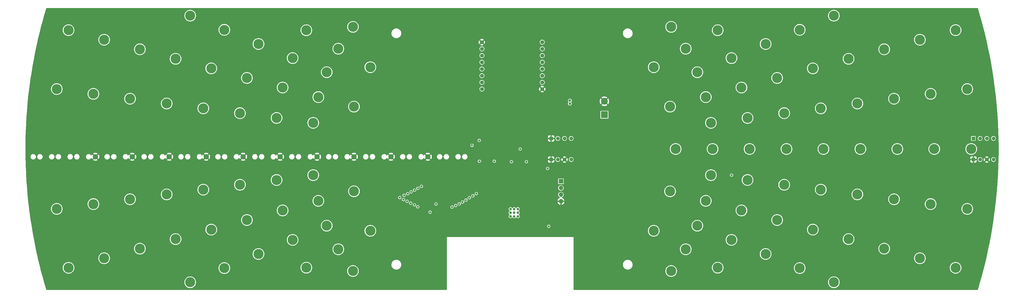
<source format=gbr>
%TF.GenerationSoftware,KiCad,Pcbnew,7.0.8*%
%TF.CreationDate,2023-11-15T16:38:26+01:00*%
%TF.ProjectId,main_board_new-3.2,6d61696e-5f62-46f6-9172-645f6e65772d,rev?*%
%TF.SameCoordinates,Original*%
%TF.FileFunction,Copper,L2,Inr*%
%TF.FilePolarity,Positive*%
%FSLAX46Y46*%
G04 Gerber Fmt 4.6, Leading zero omitted, Abs format (unit mm)*
G04 Created by KiCad (PCBNEW 7.0.8) date 2023-11-15 16:38:26*
%MOMM*%
%LPD*%
G01*
G04 APERTURE LIST*
%TA.AperFunction,ComponentPad*%
%ADD10R,1.368000X1.368000*%
%TD*%
%TA.AperFunction,ComponentPad*%
%ADD11C,1.368000*%
%TD*%
%TA.AperFunction,ComponentPad*%
%ADD12C,3.800000*%
%TD*%
%TA.AperFunction,ComponentPad*%
%ADD13C,1.000000*%
%TD*%
%TA.AperFunction,ComponentPad*%
%ADD14C,2.000000*%
%TD*%
%TA.AperFunction,ComponentPad*%
%ADD15C,1.459990*%
%TD*%
%TA.AperFunction,ComponentPad*%
%ADD16R,1.700000X1.700000*%
%TD*%
%TA.AperFunction,ComponentPad*%
%ADD17O,1.700000X1.700000*%
%TD*%
%TA.AperFunction,ComponentPad*%
%ADD18R,2.600000X2.600000*%
%TD*%
%TA.AperFunction,ComponentPad*%
%ADD19C,2.600000*%
%TD*%
%TA.AperFunction,ViaPad*%
%ADD20C,0.800000*%
%TD*%
%TA.AperFunction,ViaPad*%
%ADD21C,0.700000*%
%TD*%
%TA.AperFunction,ViaPad*%
%ADD22C,1.000000*%
%TD*%
G04 APERTURE END LIST*
D10*
%TO.N,/GND*%
%TO.C,J7*%
X239800000Y-229000000D03*
D11*
%TO.N,/5V*%
X242340000Y-229000000D03*
%TO.N,/GND*%
X244880000Y-229000000D03*
%TO.N,/5V*%
X247420000Y-229000000D03*
%TD*%
D12*
%TO.N,N/C*%
%TO.C,H1*%
X338979248Y-255540647D03*
%TD*%
%TO.N,N/C*%
%TO.C,H1*%
X314230038Y-236747357D03*
%TD*%
%TO.N,N/C*%
%TO.C,H1*%
X97497791Y-190835886D03*
%TD*%
%TO.N,N/C*%
%TO.C,H1*%
X328110266Y-211425276D03*
%TD*%
%TO.N,N/C*%
%TO.C,H1*%
X56928906Y-179965486D03*
%TD*%
%TO.N,N/C*%
%TO.C,H1*%
X80249050Y-244056824D03*
%TD*%
D13*
%TO.N,*%
%TO.C,U34*%
X227213000Y-250550000D03*
X227213000Y-249150000D03*
X227213000Y-247750000D03*
X225813000Y-250550000D03*
X225813000Y-249150000D03*
X225813000Y-247750000D03*
X224413000Y-250550000D03*
X224413000Y-249150000D03*
X224413000Y-247750000D03*
%TD*%
D12*
%TO.N,N/C*%
%TO.C,H1*%
X147057714Y-180000000D03*
%TD*%
%TO.N,N/C*%
%TO.C,H1*%
X346952098Y-275514213D03*
%TD*%
D14*
%TO.N,/GND*%
%TO.C,H23*%
X81100000Y-227939000D03*
%TD*%
D12*
%TO.N,N/C*%
%TO.C,H1*%
X124543714Y-198082819D03*
%TD*%
%TO.N,N/C*%
%TO.C,H1*%
X397511406Y-247711557D03*
%TD*%
%TO.N,N/C*%
%TO.C,H1*%
X128916529Y-264799077D03*
%TD*%
%TO.N,N/C*%
%TO.C,H1*%
X171306425Y-256000000D03*
%TD*%
%TO.N,N/C*%
%TO.C,H1*%
X355870722Y-242229457D03*
%TD*%
%TO.N,N/C*%
%TO.C,H1*%
X334017785Y-179843355D03*
%TD*%
%TO.N,N/C*%
%TO.C,H1*%
X141850842Y-190558491D03*
%TD*%
%TO.N,N/C*%
%TO.C,H1*%
X121889734Y-238574724D03*
%TD*%
%TO.N,N/C*%
%TO.C,H1*%
X154785156Y-195916059D03*
%TD*%
%TO.N,N/C*%
%TO.C,H1*%
X66368822Y-204115809D03*
%TD*%
%TO.N,N/C*%
%TO.C,H1*%
X385000000Y-225000000D03*
%TD*%
%TO.N,N/C*%
%TO.C,H1*%
X159182069Y-187000000D03*
%TD*%
%TO.N,N/C*%
%TO.C,H1*%
X302942286Y-270000000D03*
%TD*%
D10*
%TO.N,/GND*%
%TO.C,J8*%
X399820000Y-229000000D03*
D11*
%TO.N,/5V*%
X402360000Y-229000000D03*
%TO.N,/GND*%
X404900000Y-229000000D03*
%TO.N,/5V*%
X407440000Y-229000000D03*
%TD*%
D12*
%TO.N,N/C*%
%TO.C,H1*%
X284887401Y-208953219D03*
%TD*%
%TO.N,N/C*%
%TO.C,H1*%
X128916529Y-185200923D03*
%TD*%
%TO.N,N/C*%
%TO.C,H1*%
X366025171Y-187212419D03*
%TD*%
%TO.N,N/C*%
%TO.C,H1*%
X357000000Y-225000000D03*
%TD*%
%TO.N,N/C*%
%TO.C,H1*%
X154785156Y-254083941D03*
%TD*%
%TO.N,N/C*%
%TO.C,H1*%
X83974829Y-187212419D03*
%TD*%
%TO.N,N/C*%
%TO.C,H1*%
X383631178Y-245884191D03*
%TD*%
%TO.N,N/C*%
%TO.C,H1*%
X371000000Y-225000000D03*
%TD*%
%TO.N,N/C*%
%TO.C,H1*%
X393071094Y-270034514D03*
%TD*%
%TO.N,N/C*%
%TO.C,H1*%
X165112599Y-208953219D03*
%TD*%
%TO.N,N/C*%
%TO.C,H1*%
X328110266Y-238574724D03*
%TD*%
%TO.N,N/C*%
%TO.C,H1*%
X352502209Y-259164114D03*
%TD*%
D14*
%TO.N,/GND*%
%TO.C,H43*%
X151100000Y-227939000D03*
%TD*%
D12*
%TO.N,N/C*%
%TO.C,H1*%
X300349809Y-215080009D03*
%TD*%
%TO.N,N/C*%
%TO.C,H1*%
X124543714Y-251917181D03*
%TD*%
%TO.N,N/C*%
%TO.C,H1*%
X121889734Y-211425276D03*
%TD*%
%TO.N,N/C*%
%TO.C,H1*%
X103047902Y-174485787D03*
%TD*%
%TO.N,N/C*%
%TO.C,H1*%
X115982215Y-270156645D03*
%TD*%
D15*
%TO.N,/GND*%
%TO.C,J10*%
X213570000Y-184521000D03*
%TO.N,unconnected-(J10-Pad2)*%
X213570000Y-187061000D03*
%TO.N,unconnected-(J10-Pad3)*%
X213570000Y-189601000D03*
%TO.N,unconnected-(J10-Pad4)*%
X213570000Y-192141000D03*
%TO.N,unconnected-(J10-Pad5)*%
X213570000Y-194681000D03*
%TO.N,unconnected-(J10-Pad6)*%
X213570000Y-197221000D03*
%TO.N,/LDC_INT*%
X213570000Y-199761000D03*
%TO.N,/LDC_CLK*%
X213570000Y-202301000D03*
%TD*%
D12*
%TO.N,N/C*%
%TO.C,H1*%
X301000000Y-225000000D03*
%TD*%
%TO.N,N/C*%
%TO.C,H1*%
X399000000Y-225000000D03*
%TD*%
%TO.N,N/C*%
%TO.C,H1*%
X308149158Y-259441509D03*
%TD*%
%TO.N,N/C*%
%TO.C,H1*%
X159182069Y-263000000D03*
%TD*%
%TO.N,N/C*%
%TO.C,H1*%
X366025171Y-262787581D03*
%TD*%
D14*
%TO.N,/GND*%
%TO.C,H31*%
X109100000Y-227939000D03*
%TD*%
D12*
%TO.N,N/C*%
%TO.C,H1*%
X295214844Y-254083941D03*
%TD*%
%TO.N,N/C*%
%TO.C,H1*%
X369750950Y-244056824D03*
%TD*%
%TO.N,N/C*%
%TO.C,H1*%
X149650191Y-215080009D03*
%TD*%
%TO.N,N/C*%
%TO.C,H1*%
X284887401Y-241046781D03*
%TD*%
%TO.N,N/C*%
%TO.C,H1*%
X138066676Y-248293714D03*
%TD*%
%TO.N,N/C*%
%TO.C,H1*%
X298410363Y-244670247D03*
%TD*%
D14*
%TO.N,/GND*%
%TO.C,H47*%
X165100000Y-227939000D03*
%TD*%
D12*
%TO.N,N/C*%
%TO.C,H1*%
X311933324Y-248293714D03*
%TD*%
%TO.N,N/C*%
%TO.C,H1*%
X165112599Y-241046781D03*
%TD*%
%TO.N,N/C*%
%TO.C,H1*%
X115982215Y-179843355D03*
%TD*%
%TO.N,N/C*%
%TO.C,H1*%
X141850842Y-259441509D03*
%TD*%
%TO.N,N/C*%
%TO.C,H1*%
X97497791Y-259164114D03*
%TD*%
%TO.N,N/C*%
%TO.C,H1*%
X52488594Y-202288443D03*
%TD*%
%TO.N,N/C*%
%TO.C,H1*%
X314230038Y-213252643D03*
%TD*%
D15*
%TO.N,unconnected-(J9-Pad1)*%
%TO.C,J9*%
X236430000Y-184521000D03*
%TO.N,unconnected-(J9-Pad2)*%
X236430000Y-187061000D03*
%TO.N,/LDC_CS*%
X236430000Y-189601000D03*
%TO.N,/CLK*%
X236430000Y-192141000D03*
%TO.N,/MISO*%
X236430000Y-194681000D03*
%TO.N,/MOSI*%
X236430000Y-197221000D03*
%TO.N,/3.3V*%
X236430000Y-199761000D03*
%TO.N,/GND*%
X236430000Y-202301000D03*
%TD*%
D12*
%TO.N,N/C*%
%TO.C,H1*%
X341990494Y-209597909D03*
%TD*%
%TO.N,N/C*%
%TO.C,H1*%
X52488594Y-247711557D03*
%TD*%
%TO.N,N/C*%
%TO.C,H1*%
X70451868Y-266411047D03*
%TD*%
%TO.N,N/C*%
%TO.C,H1*%
X285294854Y-271265869D03*
%TD*%
%TO.N,N/C*%
%TO.C,H1*%
X164705146Y-271265869D03*
%TD*%
%TO.N,N/C*%
%TO.C,H1*%
X308149158Y-190558491D03*
%TD*%
%TO.N,N/C*%
%TO.C,H1*%
X80249050Y-205943176D03*
%TD*%
%TO.N,N/C*%
%TO.C,H1*%
X135769962Y-236747357D03*
%TD*%
%TO.N,N/C*%
%TO.C,H1*%
X108009506Y-209597909D03*
%TD*%
%TO.N,N/C*%
%TO.C,H1*%
X341990494Y-240402091D03*
%TD*%
%TO.N,N/C*%
%TO.C,H1*%
X379548132Y-183588953D03*
%TD*%
%TO.N,N/C*%
%TO.C,H1*%
X321083471Y-264799077D03*
%TD*%
%TO.N,N/C*%
%TO.C,H1*%
X83974829Y-262787581D03*
%TD*%
%TO.N,N/C*%
%TO.C,H1*%
X111020752Y-255540647D03*
%TD*%
%TO.N,N/C*%
%TO.C,H1*%
X290817931Y-263000000D03*
%TD*%
D16*
%TO.N,/V_BUS*%
%TO.C,J1*%
X243528000Y-237215000D03*
D17*
%TO.N,/USB_D+*%
X243528000Y-239755000D03*
%TO.N,/USB_D-*%
X243528000Y-242295000D03*
%TO.N,/GND*%
X243528000Y-244835000D03*
%TD*%
D12*
%TO.N,N/C*%
%TO.C,H1*%
X138066676Y-201706286D03*
%TD*%
%TO.N,N/C*%
%TO.C,H1*%
X149650191Y-234919991D03*
%TD*%
%TO.N,N/C*%
%TO.C,H1*%
X151589637Y-244670247D03*
%TD*%
%TO.N,N/C*%
%TO.C,H1*%
X56928906Y-270034514D03*
%TD*%
%TO.N,N/C*%
%TO.C,H1*%
X315000000Y-225000000D03*
%TD*%
%TO.N,N/C*%
%TO.C,H1*%
X94129278Y-242229457D03*
%TD*%
%TO.N,N/C*%
%TO.C,H1*%
X325456286Y-198082819D03*
%TD*%
D14*
%TO.N,/GND*%
%TO.C,H35*%
X123100000Y-227939000D03*
%TD*%
D12*
%TO.N,N/C*%
%TO.C,H1*%
X355870722Y-207770543D03*
%TD*%
%TO.N,N/C*%
%TO.C,H1*%
X278693575Y-194000000D03*
%TD*%
%TO.N,N/C*%
%TO.C,H1*%
X290817931Y-187000000D03*
%TD*%
%TO.N,N/C*%
%TO.C,H1*%
X346952098Y-174485787D03*
%TD*%
%TO.N,N/C*%
%TO.C,H1*%
X383631178Y-204115809D03*
%TD*%
%TO.N,N/C*%
%TO.C,H1*%
X66368822Y-245884191D03*
%TD*%
%TO.N,N/C*%
%TO.C,H1*%
X300349809Y-234919991D03*
%TD*%
%TO.N,N/C*%
%TO.C,H1*%
X111020752Y-194459353D03*
%TD*%
D10*
%TO.N,/5V*%
%TO.C,J6*%
X399820000Y-221000000D03*
D11*
%TO.N,unconnected-(J6-Pad02)*%
X402360000Y-221000000D03*
%TO.N,unconnected-(J6-Pad03)*%
X404900000Y-221000000D03*
%TO.N,/5V*%
X407440000Y-221000000D03*
%TD*%
D12*
%TO.N,N/C*%
%TO.C,H1*%
X369750950Y-205943176D03*
%TD*%
%TO.N,N/C*%
%TO.C,H1*%
X164705146Y-178734131D03*
%TD*%
%TO.N,N/C*%
%TO.C,H1*%
X393071094Y-179965486D03*
%TD*%
D14*
%TO.N,/GND*%
%TO.C,H55*%
X193100000Y-227939000D03*
%TD*%
D12*
%TO.N,N/C*%
%TO.C,H1*%
X397511406Y-202288443D03*
%TD*%
%TO.N,N/C*%
%TO.C,H1*%
X171306425Y-194000000D03*
%TD*%
%TO.N,N/C*%
%TO.C,H1*%
X147057714Y-270000000D03*
%TD*%
%TO.N,N/C*%
%TO.C,H1*%
X295214844Y-195916059D03*
%TD*%
%TO.N,N/C*%
%TO.C,H1*%
X302942286Y-180000000D03*
%TD*%
D14*
%TO.N,/GND*%
%TO.C,H19*%
X67100000Y-227939000D03*
%TD*%
D12*
%TO.N,N/C*%
%TO.C,H1*%
X352502209Y-190835886D03*
%TD*%
%TO.N,N/C*%
%TO.C,H1*%
X135769962Y-213252643D03*
%TD*%
%TO.N,N/C*%
%TO.C,H1*%
X379548132Y-266411047D03*
%TD*%
%TO.N,N/C*%
%TO.C,H1*%
X321083471Y-185200923D03*
%TD*%
%TO.N,N/C*%
%TO.C,H1*%
X334017785Y-270156645D03*
%TD*%
D14*
%TO.N,/GND*%
%TO.C,H27*%
X95100000Y-227939000D03*
%TD*%
%TO.N,/GND*%
%TO.C,H39*%
X137100000Y-227939000D03*
%TD*%
D10*
%TO.N,/GND*%
%TO.C,J5*%
X239800000Y-221000000D03*
D11*
%TO.N,/LED_DATA*%
X242340000Y-221000000D03*
%TO.N,/LED_CLK*%
X244880000Y-221000000D03*
%TO.N,/5V*%
X247420000Y-221000000D03*
%TD*%
D12*
%TO.N,N/C*%
%TO.C,H1*%
X298410363Y-205329753D03*
%TD*%
%TO.N,N/C*%
%TO.C,H1*%
X94129278Y-207770543D03*
%TD*%
%TO.N,N/C*%
%TO.C,H1*%
X108009506Y-240402091D03*
%TD*%
%TO.N,N/C*%
%TO.C,H1*%
X311933324Y-201706286D03*
%TD*%
%TO.N,N/C*%
%TO.C,H1*%
X325456286Y-251917181D03*
%TD*%
%TO.N,N/C*%
%TO.C,H1*%
X70451868Y-183588953D03*
%TD*%
%TO.N,N/C*%
%TO.C,H1*%
X329000000Y-225000000D03*
%TD*%
%TO.N,N/C*%
%TO.C,H1*%
X338979248Y-194459353D03*
%TD*%
D14*
%TO.N,/GND*%
%TO.C,H51*%
X179100000Y-227939000D03*
%TD*%
D12*
%TO.N,N/C*%
%TO.C,H1*%
X278693575Y-256000000D03*
%TD*%
%TO.N,N/C*%
%TO.C,H1*%
X103047902Y-275514213D03*
%TD*%
%TO.N,N/C*%
%TO.C,H1*%
X287000000Y-225000000D03*
%TD*%
%TO.N,N/C*%
%TO.C,H1*%
X151589637Y-205329753D03*
%TD*%
%TO.N,N/C*%
%TO.C,H1*%
X285294854Y-178734131D03*
%TD*%
%TO.N,N/C*%
%TO.C,H1*%
X343000000Y-225000000D03*
%TD*%
D18*
%TO.N,/5V*%
%TO.C,J11*%
X260000000Y-212000000D03*
D19*
%TO.N,/GND*%
X260000000Y-206920000D03*
%TD*%
D20*
%TO.N,/GND*%
X224746000Y-232518400D03*
D21*
X235125000Y-257979000D03*
X203375000Y-257979000D03*
X248739400Y-267453200D03*
X208455000Y-257979000D03*
X199869800Y-259884000D03*
X199869800Y-275124000D03*
X199869800Y-266234000D03*
X248739400Y-277613200D03*
X209725000Y-257979000D03*
X228775000Y-257979000D03*
X240205000Y-257979000D03*
X237665000Y-257979000D03*
X233855000Y-257979000D03*
X248739400Y-273803200D03*
X218615000Y-257979000D03*
X199869800Y-277664000D03*
X246555000Y-257979000D03*
X216075000Y-257979000D03*
X199869800Y-258614000D03*
X221155000Y-257979000D03*
X236395000Y-257979000D03*
X207185000Y-257979000D03*
X200835000Y-257979000D03*
X219885000Y-257979000D03*
X199869800Y-261154000D03*
X244015000Y-257979000D03*
X242745000Y-257979000D03*
X248739400Y-272533200D03*
X222425000Y-257979000D03*
X199869800Y-276394000D03*
X248739400Y-259833200D03*
X248739400Y-262373200D03*
X248739400Y-276343200D03*
X248739400Y-268723200D03*
D20*
X209832607Y-222604672D03*
X219843800Y-196069400D03*
D21*
X232585000Y-257979000D03*
X199869800Y-267504000D03*
X199869800Y-270044000D03*
D20*
X195161952Y-245838309D03*
D21*
X213535000Y-257979000D03*
X205915000Y-257979000D03*
X241475000Y-257979000D03*
X248739400Y-269993200D03*
X202105000Y-257979000D03*
X248739400Y-263643200D03*
X204645000Y-257979000D03*
X248739400Y-258563200D03*
X199869800Y-273854000D03*
X199869800Y-262424000D03*
X231315000Y-257979000D03*
X213331800Y-254397600D03*
X214805000Y-257979000D03*
X226235000Y-257979000D03*
X227505000Y-257979000D03*
X248739400Y-264913200D03*
X248739400Y-266183200D03*
X210995000Y-257979000D03*
X217345000Y-257979000D03*
X230045000Y-257979000D03*
X223695000Y-257979000D03*
X199869800Y-268774000D03*
X199869800Y-264964000D03*
D20*
X199161952Y-248977600D03*
D21*
X238935000Y-257979000D03*
X212265000Y-257979000D03*
D20*
X238492000Y-233382000D03*
X223679200Y-198177600D03*
D21*
X199869800Y-272584000D03*
X224965000Y-257979000D03*
X245285000Y-257979000D03*
X199869800Y-271314000D03*
X248739400Y-261103200D03*
X247825000Y-257979000D03*
X248739400Y-275073200D03*
X248739400Y-271263200D03*
D20*
X210877600Y-228327400D03*
D21*
X199869800Y-263694000D03*
D20*
%TO.N,/3.3V*%
X218282000Y-229626000D03*
X212567000Y-221752000D03*
D22*
X246912000Y-207814000D03*
X246910600Y-206645600D03*
D20*
X238911000Y-254278100D03*
X308184997Y-234907000D03*
X212633000Y-229626000D03*
X193953000Y-248939000D03*
%TO.N,/SS12*%
X185249000Y-244837400D03*
%TO.N,/SS11*%
X186569800Y-245548600D03*
%TO.N,/SS10*%
X188017600Y-246183600D03*
%TO.N,/SS9*%
X189262200Y-246920200D03*
%TO.N,/SS8*%
X202261952Y-246998000D03*
%TO.N,/SS7*%
X203661952Y-246398000D03*
%TO.N,/SS6*%
X205000000Y-245798000D03*
%TO.N,/SS5*%
X206270000Y-245098000D03*
%TO.N,/SS4*%
X207540000Y-244359000D03*
%TO.N,/SS3*%
X208810000Y-243470000D03*
%TO.N,/SS2*%
X210161952Y-242749500D03*
%TO.N,/SS1*%
X211461952Y-241898000D03*
%TO.N,/MOSI*%
X196161371Y-245851223D03*
%TO.N,/CLK*%
X209826600Y-223612800D03*
%TO.N,/SS17*%
X186747600Y-241256000D03*
%TO.N,/SS18*%
X188068400Y-240595600D03*
%TO.N,/SS19*%
X189338400Y-239884400D03*
%TO.N,/SS20*%
X190659200Y-239173200D03*
%TO.N,/SS16*%
X185452200Y-241967200D03*
%TO.N,/SS15*%
X184094000Y-242538000D03*
%TO.N,/SS14*%
X182455000Y-243415000D03*
%TO.N,/SS13*%
X183852000Y-244177000D03*
%TO.N,/5V*%
X228048000Y-225000000D03*
X230461000Y-229812000D03*
X224746000Y-229826000D03*
%TO.N,/QRE_OUT*%
X238477000Y-232381000D03*
%TD*%
%TA.AperFunction,Conductor*%
%TO.N,/GND*%
G36*
X401471188Y-171626610D02*
G01*
X401516943Y-171679414D01*
X401523048Y-171695727D01*
X402186711Y-173937901D01*
X402903063Y-176492590D01*
X403582583Y-179057322D01*
X404225131Y-181631565D01*
X404830573Y-184214787D01*
X405398785Y-186806452D01*
X405929648Y-189406025D01*
X406423053Y-192012967D01*
X406878898Y-194626739D01*
X407297088Y-197246798D01*
X407677537Y-199872604D01*
X408020166Y-202503611D01*
X408324904Y-205139276D01*
X408591687Y-207779053D01*
X408820461Y-210422396D01*
X409011179Y-213068756D01*
X409163800Y-215717586D01*
X409278294Y-218368338D01*
X409354636Y-221020463D01*
X409392811Y-223673412D01*
X409392811Y-226326636D01*
X409354635Y-228979585D01*
X409278292Y-231631710D01*
X409163798Y-234282462D01*
X409011176Y-236931292D01*
X408820458Y-239577652D01*
X408591683Y-242220994D01*
X408324898Y-244860771D01*
X408020160Y-247496436D01*
X407677531Y-250127444D01*
X407297081Y-252753249D01*
X406878890Y-255373309D01*
X406423045Y-257987080D01*
X405929639Y-260594022D01*
X405398775Y-263193595D01*
X404830562Y-265785260D01*
X404225119Y-268368482D01*
X403582571Y-270942725D01*
X402903050Y-273507456D01*
X402186698Y-276062145D01*
X401696156Y-277719434D01*
X401523035Y-278304319D01*
X401485133Y-278363014D01*
X401421514Y-278391901D01*
X401404134Y-278393125D01*
X248449000Y-278393125D01*
X248381961Y-278373440D01*
X248336206Y-278320636D01*
X248325000Y-278269125D01*
X248325000Y-275514213D01*
X344746876Y-275514213D01*
X344765742Y-275802050D01*
X344765744Y-275802062D01*
X344822015Y-276084958D01*
X344822019Y-276084973D01*
X344914740Y-276358118D01*
X345042317Y-276616819D01*
X345042321Y-276616826D01*
X345202576Y-276856665D01*
X345392770Y-277073540D01*
X345609644Y-277263733D01*
X345849487Y-277423991D01*
X346108196Y-277551572D01*
X346381345Y-277644294D01*
X346664259Y-277700569D01*
X346952098Y-277719435D01*
X347239937Y-277700569D01*
X347522851Y-277644294D01*
X347796000Y-277551572D01*
X348054709Y-277423991D01*
X348294552Y-277263733D01*
X348511425Y-277073540D01*
X348701618Y-276856667D01*
X348861876Y-276616824D01*
X348989457Y-276358115D01*
X349082179Y-276084966D01*
X349138454Y-275802052D01*
X349157320Y-275514213D01*
X349138454Y-275226374D01*
X349082179Y-274943460D01*
X348989457Y-274670311D01*
X348861876Y-274411602D01*
X348701618Y-274171759D01*
X348511425Y-273954885D01*
X348294550Y-273764691D01*
X348054711Y-273604436D01*
X348054704Y-273604432D01*
X347796003Y-273476855D01*
X347522858Y-273384134D01*
X347522852Y-273384132D01*
X347522851Y-273384132D01*
X347522849Y-273384131D01*
X347522843Y-273384130D01*
X347239947Y-273327859D01*
X347239937Y-273327857D01*
X346952098Y-273308991D01*
X346664259Y-273327857D01*
X346664253Y-273327858D01*
X346664248Y-273327859D01*
X346381352Y-273384130D01*
X346381337Y-273384134D01*
X346108192Y-273476855D01*
X345849491Y-273604432D01*
X345849484Y-273604436D01*
X345609645Y-273764691D01*
X345392770Y-273954885D01*
X345202576Y-274171760D01*
X345042321Y-274411599D01*
X345042317Y-274411606D01*
X344914740Y-274670307D01*
X344822019Y-274943452D01*
X344822015Y-274943467D01*
X344765744Y-275226363D01*
X344765742Y-275226375D01*
X344746876Y-275514213D01*
X248325000Y-275514213D01*
X248325000Y-271265869D01*
X283089632Y-271265869D01*
X283108498Y-271553706D01*
X283108500Y-271553718D01*
X283164771Y-271836614D01*
X283164775Y-271836629D01*
X283257496Y-272109774D01*
X283385073Y-272368475D01*
X283385077Y-272368482D01*
X283545332Y-272608321D01*
X283735526Y-272825196D01*
X283952400Y-273015389D01*
X284192243Y-273175647D01*
X284450952Y-273303228D01*
X284724101Y-273395950D01*
X285007015Y-273452225D01*
X285294854Y-273471091D01*
X285582693Y-273452225D01*
X285865607Y-273395950D01*
X286138756Y-273303228D01*
X286397465Y-273175647D01*
X286637308Y-273015389D01*
X286854181Y-272825196D01*
X287044374Y-272608323D01*
X287204632Y-272368480D01*
X287332213Y-272109771D01*
X287424935Y-271836622D01*
X287481210Y-271553708D01*
X287500076Y-271265869D01*
X287481210Y-270978030D01*
X287424935Y-270695116D01*
X287332213Y-270421967D01*
X287204632Y-270163258D01*
X287113928Y-270027510D01*
X287095547Y-270000000D01*
X300737064Y-270000000D01*
X300755930Y-270287837D01*
X300755932Y-270287849D01*
X300812203Y-270570745D01*
X300812207Y-270570760D01*
X300904928Y-270843905D01*
X301032505Y-271102606D01*
X301032509Y-271102613D01*
X301192764Y-271342452D01*
X301382958Y-271559327D01*
X301599833Y-271749521D01*
X301839672Y-271909776D01*
X301839679Y-271909780D01*
X301909663Y-271944292D01*
X302098384Y-272037359D01*
X302371533Y-272130081D01*
X302654447Y-272186356D01*
X302942286Y-272205222D01*
X303230125Y-272186356D01*
X303513039Y-272130081D01*
X303786188Y-272037359D01*
X304044897Y-271909778D01*
X304284740Y-271749520D01*
X304501613Y-271559327D01*
X304691806Y-271342454D01*
X304852064Y-271102611D01*
X304979645Y-270843902D01*
X305072367Y-270570753D01*
X305128642Y-270287839D01*
X305137241Y-270156645D01*
X331812563Y-270156645D01*
X331831429Y-270444482D01*
X331831431Y-270444494D01*
X331887702Y-270727390D01*
X331887706Y-270727405D01*
X331980427Y-271000550D01*
X332108004Y-271259251D01*
X332108008Y-271259258D01*
X332268263Y-271499097D01*
X332458457Y-271715972D01*
X332675332Y-271906166D01*
X332915171Y-272066421D01*
X332915178Y-272066425D01*
X333003075Y-272109771D01*
X333173883Y-272194004D01*
X333447032Y-272286726D01*
X333729946Y-272343001D01*
X334017785Y-272361867D01*
X334305624Y-272343001D01*
X334588538Y-272286726D01*
X334861687Y-272194004D01*
X335120396Y-272066423D01*
X335360239Y-271906165D01*
X335577112Y-271715972D01*
X335767305Y-271499099D01*
X335927563Y-271259256D01*
X336055144Y-271000547D01*
X336147866Y-270727398D01*
X336204141Y-270444484D01*
X336223007Y-270156645D01*
X336215002Y-270034514D01*
X390865872Y-270034514D01*
X390882476Y-270287849D01*
X390884738Y-270322351D01*
X390884740Y-270322363D01*
X390941011Y-270605259D01*
X390941015Y-270605274D01*
X391033736Y-270878419D01*
X391161313Y-271137120D01*
X391161317Y-271137127D01*
X391321572Y-271376966D01*
X391511766Y-271593841D01*
X391728641Y-271784035D01*
X391807343Y-271836622D01*
X391968483Y-271944292D01*
X392227192Y-272071873D01*
X392500341Y-272164595D01*
X392783255Y-272220870D01*
X393071094Y-272239736D01*
X393358933Y-272220870D01*
X393641847Y-272164595D01*
X393914996Y-272071873D01*
X394173705Y-271944292D01*
X394413548Y-271784034D01*
X394630421Y-271593841D01*
X394820614Y-271376968D01*
X394980872Y-271137125D01*
X395108453Y-270878416D01*
X395201175Y-270605267D01*
X395257450Y-270322353D01*
X395276316Y-270034514D01*
X395257450Y-269746675D01*
X395201175Y-269463761D01*
X395108453Y-269190612D01*
X394980872Y-268931903D01*
X394957813Y-268897393D01*
X394820615Y-268692061D01*
X394630421Y-268475186D01*
X394413546Y-268284992D01*
X394173707Y-268124737D01*
X394173700Y-268124733D01*
X393914999Y-267997156D01*
X393641854Y-267904435D01*
X393641848Y-267904433D01*
X393641847Y-267904433D01*
X393641845Y-267904432D01*
X393641839Y-267904431D01*
X393358943Y-267848160D01*
X393358933Y-267848158D01*
X393071094Y-267829292D01*
X392783255Y-267848158D01*
X392783249Y-267848159D01*
X392783244Y-267848160D01*
X392500348Y-267904431D01*
X392500333Y-267904435D01*
X392227188Y-267997156D01*
X391968487Y-268124733D01*
X391968480Y-268124737D01*
X391728641Y-268284992D01*
X391511766Y-268475186D01*
X391321572Y-268692061D01*
X391161317Y-268931900D01*
X391161313Y-268931907D01*
X391033736Y-269190608D01*
X390941015Y-269463753D01*
X390941011Y-269463768D01*
X390916718Y-269585899D01*
X390884738Y-269746675D01*
X390865872Y-270034514D01*
X336215002Y-270034514D01*
X336204141Y-269868806D01*
X336147866Y-269585892D01*
X336055144Y-269312743D01*
X335927563Y-269054034D01*
X335920560Y-269043553D01*
X335767306Y-268814192D01*
X335577112Y-268597317D01*
X335360237Y-268407123D01*
X335120398Y-268246868D01*
X335120391Y-268246864D01*
X334861690Y-268119287D01*
X334588545Y-268026566D01*
X334588539Y-268026564D01*
X334588538Y-268026564D01*
X334588536Y-268026563D01*
X334588530Y-268026562D01*
X334305634Y-267970291D01*
X334305624Y-267970289D01*
X334017785Y-267951423D01*
X333729946Y-267970289D01*
X333729940Y-267970290D01*
X333729935Y-267970291D01*
X333447039Y-268026562D01*
X333447024Y-268026566D01*
X333173879Y-268119287D01*
X332915178Y-268246864D01*
X332915171Y-268246868D01*
X332675332Y-268407123D01*
X332458457Y-268597317D01*
X332268263Y-268814192D01*
X332108008Y-269054031D01*
X332108004Y-269054038D01*
X331980427Y-269312739D01*
X331887706Y-269585884D01*
X331887702Y-269585899D01*
X331855722Y-269746675D01*
X331831429Y-269868806D01*
X331828058Y-269920235D01*
X331812563Y-270156645D01*
X305137241Y-270156645D01*
X305147508Y-270000000D01*
X305128642Y-269712161D01*
X305072367Y-269429247D01*
X304979645Y-269156098D01*
X304852064Y-268897389D01*
X304691806Y-268657546D01*
X304639061Y-268597402D01*
X304501613Y-268440672D01*
X304284738Y-268250478D01*
X304044899Y-268090223D01*
X304044892Y-268090219D01*
X303786191Y-267962642D01*
X303513046Y-267869921D01*
X303513040Y-267869919D01*
X303513039Y-267869919D01*
X303513037Y-267869918D01*
X303513031Y-267869917D01*
X303230135Y-267813646D01*
X303230125Y-267813644D01*
X302942286Y-267794778D01*
X302654447Y-267813644D01*
X302654441Y-267813645D01*
X302654436Y-267813646D01*
X302371540Y-267869917D01*
X302371525Y-267869921D01*
X302098380Y-267962642D01*
X301839679Y-268090219D01*
X301839672Y-268090223D01*
X301599833Y-268250478D01*
X301382958Y-268440672D01*
X301192764Y-268657547D01*
X301032509Y-268897386D01*
X301032505Y-268897393D01*
X300904928Y-269156094D01*
X300812207Y-269429239D01*
X300812203Y-269429254D01*
X300755932Y-269712150D01*
X300755930Y-269712162D01*
X300737064Y-270000000D01*
X287095547Y-270000000D01*
X287044375Y-269923416D01*
X286854181Y-269706541D01*
X286637306Y-269516347D01*
X286397467Y-269356092D01*
X286397460Y-269356088D01*
X286138759Y-269228511D01*
X285865614Y-269135790D01*
X285865608Y-269135788D01*
X285865607Y-269135788D01*
X285865605Y-269135787D01*
X285865599Y-269135786D01*
X285582703Y-269079515D01*
X285582693Y-269079513D01*
X285294854Y-269060647D01*
X285007015Y-269079513D01*
X285007009Y-269079514D01*
X285007004Y-269079515D01*
X284724108Y-269135786D01*
X284724093Y-269135790D01*
X284450948Y-269228511D01*
X284192247Y-269356088D01*
X284192240Y-269356092D01*
X283952401Y-269516347D01*
X283735526Y-269706541D01*
X283545332Y-269923416D01*
X283385077Y-270163255D01*
X283385073Y-270163262D01*
X283257496Y-270421963D01*
X283164775Y-270695108D01*
X283164771Y-270695123D01*
X283108500Y-270978019D01*
X283108498Y-270978031D01*
X283089632Y-271265869D01*
X248325000Y-271265869D01*
X248325000Y-268908383D01*
X266986407Y-268908383D01*
X267016033Y-269177633D01*
X267016035Y-269177644D01*
X267081811Y-269429239D01*
X267084548Y-269439708D01*
X267190490Y-269689010D01*
X267260341Y-269803465D01*
X267331599Y-269920225D01*
X267331606Y-269920235D01*
X267504873Y-270128439D01*
X267504879Y-270128444D01*
X267609860Y-270222507D01*
X267706618Y-270309202D01*
X267932530Y-270458664D01*
X268177796Y-270573640D01*
X268177803Y-270573642D01*
X268177805Y-270573643D01*
X268437177Y-270651677D01*
X268437184Y-270651678D01*
X268437189Y-270651680D01*
X268705181Y-270691120D01*
X268705186Y-270691120D01*
X268908256Y-270691120D01*
X268959753Y-270687350D01*
X269110776Y-270676297D01*
X269223378Y-270651213D01*
X269375166Y-270617402D01*
X269375168Y-270617401D01*
X269375173Y-270617400D01*
X269628178Y-270520634D01*
X269864397Y-270388061D01*
X270078797Y-270222508D01*
X270266806Y-270027501D01*
X270424419Y-269807199D01*
X270538205Y-269585884D01*
X270548269Y-269566310D01*
X270548271Y-269566304D01*
X270548276Y-269566295D01*
X270635738Y-269309925D01*
X270684939Y-269043553D01*
X270694832Y-268772855D01*
X270665206Y-268503602D01*
X270596692Y-268241532D01*
X270490750Y-267992230D01*
X270349638Y-267761010D01*
X270260367Y-267653739D01*
X270176366Y-267552800D01*
X270176360Y-267552795D01*
X269974622Y-267372038D01*
X269748712Y-267222577D01*
X269735096Y-267216194D01*
X269503444Y-267107600D01*
X269503439Y-267107598D01*
X269503434Y-267107596D01*
X269244062Y-267029562D01*
X269244048Y-267029559D01*
X269128411Y-267012541D01*
X268976059Y-266990120D01*
X268772989Y-266990120D01*
X268772984Y-266990120D01*
X268570464Y-267004943D01*
X268570451Y-267004945D01*
X268306073Y-267063837D01*
X268306066Y-267063840D01*
X268053059Y-267160607D01*
X267816846Y-267293177D01*
X267602442Y-267458732D01*
X267414442Y-267653729D01*
X267414436Y-267653736D01*
X267256822Y-267874039D01*
X267256819Y-267874044D01*
X267132970Y-268114929D01*
X267132963Y-268114947D01*
X267045504Y-268371305D01*
X267045501Y-268371319D01*
X267032691Y-268440672D01*
X267003758Y-268597318D01*
X266996301Y-268637688D01*
X266996300Y-268637695D01*
X266986407Y-268908383D01*
X248325000Y-268908383D01*
X248325000Y-263000000D01*
X288612709Y-263000000D01*
X288631575Y-263287837D01*
X288631577Y-263287849D01*
X288687848Y-263570745D01*
X288687852Y-263570760D01*
X288780573Y-263843905D01*
X288908150Y-264102606D01*
X288908154Y-264102613D01*
X289068409Y-264342452D01*
X289258603Y-264559327D01*
X289475478Y-264749521D01*
X289628430Y-264851720D01*
X289715320Y-264909778D01*
X289974029Y-265037359D01*
X290247178Y-265130081D01*
X290530092Y-265186356D01*
X290817931Y-265205222D01*
X291105770Y-265186356D01*
X291388684Y-265130081D01*
X291661833Y-265037359D01*
X291920542Y-264909778D01*
X292086218Y-264799077D01*
X318878249Y-264799077D01*
X318890946Y-264992803D01*
X318897115Y-265086914D01*
X318897117Y-265086926D01*
X318953388Y-265369822D01*
X318953392Y-265369837D01*
X319046113Y-265642982D01*
X319173690Y-265901683D01*
X319173694Y-265901690D01*
X319333949Y-266141529D01*
X319524143Y-266358404D01*
X319741017Y-266548597D01*
X319980860Y-266708855D01*
X320239569Y-266836436D01*
X320512718Y-266929158D01*
X320795632Y-266985433D01*
X321083471Y-267004299D01*
X321371310Y-266985433D01*
X321654224Y-266929158D01*
X321927373Y-266836436D01*
X322186082Y-266708855D01*
X322425925Y-266548597D01*
X322582770Y-266411047D01*
X377342910Y-266411047D01*
X377361776Y-266698884D01*
X377361778Y-266698896D01*
X377418049Y-266981792D01*
X377418053Y-266981807D01*
X377510774Y-267254952D01*
X377638351Y-267513653D01*
X377638355Y-267513660D01*
X377798610Y-267753499D01*
X377988804Y-267970374D01*
X378205679Y-268160568D01*
X378340239Y-268250478D01*
X378445521Y-268320825D01*
X378704230Y-268448406D01*
X378977379Y-268541128D01*
X379260293Y-268597403D01*
X379548132Y-268616269D01*
X379835971Y-268597403D01*
X380118885Y-268541128D01*
X380392034Y-268448406D01*
X380650743Y-268320825D01*
X380890586Y-268160567D01*
X381107459Y-267970374D01*
X381297652Y-267753501D01*
X381457910Y-267513658D01*
X381585491Y-267254949D01*
X381678213Y-266981800D01*
X381734488Y-266698886D01*
X381753354Y-266411047D01*
X381734488Y-266123208D01*
X381678213Y-265840294D01*
X381585491Y-265567145D01*
X381457910Y-265308436D01*
X381297652Y-265068593D01*
X381107459Y-264851719D01*
X380890584Y-264661525D01*
X380650745Y-264501270D01*
X380650738Y-264501266D01*
X380392037Y-264373689D01*
X380118892Y-264280968D01*
X380118886Y-264280966D01*
X380118885Y-264280966D01*
X380118883Y-264280965D01*
X380118877Y-264280964D01*
X379835981Y-264224693D01*
X379835971Y-264224691D01*
X379548132Y-264205825D01*
X379260293Y-264224691D01*
X379260287Y-264224692D01*
X379260282Y-264224693D01*
X378977386Y-264280964D01*
X378977371Y-264280968D01*
X378704226Y-264373689D01*
X378445525Y-264501266D01*
X378445518Y-264501270D01*
X378205679Y-264661525D01*
X377988804Y-264851719D01*
X377798610Y-265068594D01*
X377638355Y-265308433D01*
X377638351Y-265308440D01*
X377510774Y-265567141D01*
X377418053Y-265840286D01*
X377418049Y-265840301D01*
X377361778Y-266123197D01*
X377361776Y-266123209D01*
X377342910Y-266411047D01*
X322582770Y-266411047D01*
X322642798Y-266358404D01*
X322832991Y-266141531D01*
X322993249Y-265901688D01*
X323120830Y-265642979D01*
X323213552Y-265369830D01*
X323269827Y-265086916D01*
X323288693Y-264799077D01*
X323269827Y-264511238D01*
X323213552Y-264228324D01*
X323120830Y-263955175D01*
X322993249Y-263696466D01*
X322832991Y-263456623D01*
X322746787Y-263358326D01*
X322642798Y-263239749D01*
X322425923Y-263049555D01*
X322186084Y-262889300D01*
X322186077Y-262889296D01*
X321979819Y-262787581D01*
X363819949Y-262787581D01*
X363838815Y-263075418D01*
X363838817Y-263075430D01*
X363895088Y-263358326D01*
X363895092Y-263358341D01*
X363987813Y-263631486D01*
X364115390Y-263890187D01*
X364115394Y-263890194D01*
X364275649Y-264130033D01*
X364465843Y-264346908D01*
X364682718Y-264537102D01*
X364807058Y-264620183D01*
X364922560Y-264697359D01*
X365181269Y-264824940D01*
X365454418Y-264917662D01*
X365737332Y-264973937D01*
X366025171Y-264992803D01*
X366313010Y-264973937D01*
X366595924Y-264917662D01*
X366869073Y-264824940D01*
X367127782Y-264697359D01*
X367367625Y-264537101D01*
X367584498Y-264346908D01*
X367774691Y-264130035D01*
X367934949Y-263890192D01*
X368062530Y-263631483D01*
X368155252Y-263358334D01*
X368211527Y-263075420D01*
X368230393Y-262787581D01*
X368211527Y-262499742D01*
X368155252Y-262216828D01*
X368062530Y-261943679D01*
X367934949Y-261684970D01*
X367774691Y-261445127D01*
X367708223Y-261369335D01*
X367584498Y-261228253D01*
X367367623Y-261038059D01*
X367127784Y-260877804D01*
X367127777Y-260877800D01*
X366869076Y-260750223D01*
X366595931Y-260657502D01*
X366595925Y-260657500D01*
X366595924Y-260657500D01*
X366595922Y-260657499D01*
X366595916Y-260657498D01*
X366313020Y-260601227D01*
X366313010Y-260601225D01*
X366025171Y-260582359D01*
X365737332Y-260601225D01*
X365737326Y-260601226D01*
X365737321Y-260601227D01*
X365454425Y-260657498D01*
X365454410Y-260657502D01*
X365181265Y-260750223D01*
X364922564Y-260877800D01*
X364922557Y-260877804D01*
X364682718Y-261038059D01*
X364465843Y-261228253D01*
X364275649Y-261445128D01*
X364115394Y-261684967D01*
X364115390Y-261684974D01*
X363987813Y-261943675D01*
X363895092Y-262216820D01*
X363895088Y-262216835D01*
X363852839Y-262429239D01*
X363838815Y-262499742D01*
X363827721Y-262668998D01*
X363819949Y-262787581D01*
X321979819Y-262787581D01*
X321927376Y-262761719D01*
X321654231Y-262668998D01*
X321654225Y-262668996D01*
X321654224Y-262668996D01*
X321654222Y-262668995D01*
X321654216Y-262668994D01*
X321371320Y-262612723D01*
X321371310Y-262612721D01*
X321083471Y-262593855D01*
X320795632Y-262612721D01*
X320795626Y-262612722D01*
X320795621Y-262612723D01*
X320512725Y-262668994D01*
X320512710Y-262668998D01*
X320239565Y-262761719D01*
X319980864Y-262889296D01*
X319980857Y-262889300D01*
X319741018Y-263049555D01*
X319524143Y-263239749D01*
X319333949Y-263456624D01*
X319173694Y-263696463D01*
X319173690Y-263696470D01*
X319046113Y-263955171D01*
X318953392Y-264228316D01*
X318953388Y-264228331D01*
X318899098Y-264501269D01*
X318897115Y-264511238D01*
X318878249Y-264799077D01*
X292086218Y-264799077D01*
X292160385Y-264749520D01*
X292377258Y-264559327D01*
X292567451Y-264342454D01*
X292727709Y-264102611D01*
X292855290Y-263843902D01*
X292948012Y-263570753D01*
X293004287Y-263287839D01*
X293023153Y-263000000D01*
X293004287Y-262712161D01*
X292948012Y-262429247D01*
X292855290Y-262156098D01*
X292727709Y-261897389D01*
X292567451Y-261657546D01*
X292377258Y-261440672D01*
X292160383Y-261250478D01*
X291920544Y-261090223D01*
X291920537Y-261090219D01*
X291661836Y-260962642D01*
X291388691Y-260869921D01*
X291388685Y-260869919D01*
X291388684Y-260869919D01*
X291388682Y-260869918D01*
X291388676Y-260869917D01*
X291105780Y-260813646D01*
X291105770Y-260813644D01*
X290817931Y-260794778D01*
X290530092Y-260813644D01*
X290530086Y-260813645D01*
X290530081Y-260813646D01*
X290247185Y-260869917D01*
X290247170Y-260869921D01*
X289974025Y-260962642D01*
X289715324Y-261090219D01*
X289715317Y-261090223D01*
X289475478Y-261250478D01*
X289258603Y-261440672D01*
X289068409Y-261657547D01*
X288908154Y-261897386D01*
X288908150Y-261897393D01*
X288780573Y-262156094D01*
X288687852Y-262429239D01*
X288687848Y-262429254D01*
X288631577Y-262712150D01*
X288631575Y-262712162D01*
X288612709Y-263000000D01*
X248325000Y-263000000D01*
X248325000Y-259441509D01*
X305943936Y-259441509D01*
X305962802Y-259729346D01*
X305962804Y-259729358D01*
X306019075Y-260012254D01*
X306019079Y-260012269D01*
X306111800Y-260285414D01*
X306239377Y-260544115D01*
X306239381Y-260544122D01*
X306399636Y-260783961D01*
X306589830Y-261000836D01*
X306806705Y-261191030D01*
X306961098Y-261294192D01*
X307046547Y-261351287D01*
X307305256Y-261478868D01*
X307578405Y-261571590D01*
X307861319Y-261627865D01*
X308149158Y-261646731D01*
X308436997Y-261627865D01*
X308719911Y-261571590D01*
X308993060Y-261478868D01*
X309251769Y-261351287D01*
X309491612Y-261191029D01*
X309708485Y-261000836D01*
X309898678Y-260783963D01*
X310058936Y-260544120D01*
X310186517Y-260285411D01*
X310279239Y-260012262D01*
X310335514Y-259729348D01*
X310354380Y-259441509D01*
X310336199Y-259164114D01*
X350296987Y-259164114D01*
X350315168Y-259441509D01*
X350315853Y-259451951D01*
X350315855Y-259451963D01*
X350372126Y-259734859D01*
X350372130Y-259734874D01*
X350464851Y-260008019D01*
X350592428Y-260266720D01*
X350592432Y-260266727D01*
X350752687Y-260506566D01*
X350942881Y-260723441D01*
X351159756Y-260913635D01*
X351290262Y-261000836D01*
X351399598Y-261073892D01*
X351658307Y-261201473D01*
X351931456Y-261294195D01*
X352214370Y-261350470D01*
X352502209Y-261369336D01*
X352790048Y-261350470D01*
X353072962Y-261294195D01*
X353346111Y-261201473D01*
X353604820Y-261073892D01*
X353844663Y-260913634D01*
X354061536Y-260723441D01*
X354251729Y-260506568D01*
X354411987Y-260266725D01*
X354539568Y-260008016D01*
X354632290Y-259734867D01*
X354688565Y-259451953D01*
X354707431Y-259164114D01*
X354688565Y-258876275D01*
X354632290Y-258593361D01*
X354539568Y-258320212D01*
X354411987Y-258061503D01*
X354411985Y-258061500D01*
X354251730Y-257821661D01*
X354061536Y-257604786D01*
X353844661Y-257414592D01*
X353604822Y-257254337D01*
X353604815Y-257254333D01*
X353346114Y-257126756D01*
X353072969Y-257034035D01*
X353072963Y-257034033D01*
X353072962Y-257034033D01*
X353072960Y-257034032D01*
X353072954Y-257034031D01*
X352790058Y-256977760D01*
X352790048Y-256977758D01*
X352502209Y-256958892D01*
X352214370Y-256977758D01*
X352214364Y-256977759D01*
X352214359Y-256977760D01*
X351931463Y-257034031D01*
X351931448Y-257034035D01*
X351658303Y-257126756D01*
X351399602Y-257254333D01*
X351399595Y-257254337D01*
X351159756Y-257414592D01*
X350942881Y-257604786D01*
X350752687Y-257821661D01*
X350592432Y-258061500D01*
X350592428Y-258061507D01*
X350464851Y-258320208D01*
X350372130Y-258593353D01*
X350372126Y-258593368D01*
X350371284Y-258597603D01*
X350315853Y-258876275D01*
X350296987Y-259164114D01*
X310336199Y-259164114D01*
X310335514Y-259153670D01*
X310279239Y-258870756D01*
X310186517Y-258597607D01*
X310058936Y-258338898D01*
X309898678Y-258099055D01*
X309844572Y-258037359D01*
X309708485Y-257882181D01*
X309491610Y-257691987D01*
X309251771Y-257531732D01*
X309251764Y-257531728D01*
X308993063Y-257404151D01*
X308719918Y-257311430D01*
X308719912Y-257311428D01*
X308719911Y-257311428D01*
X308719909Y-257311427D01*
X308719903Y-257311426D01*
X308437007Y-257255155D01*
X308436997Y-257255153D01*
X308149158Y-257236287D01*
X307861319Y-257255153D01*
X307861313Y-257255154D01*
X307861308Y-257255155D01*
X307578412Y-257311426D01*
X307578397Y-257311430D01*
X307305252Y-257404151D01*
X307046551Y-257531728D01*
X307046544Y-257531732D01*
X306806705Y-257691987D01*
X306589830Y-257882181D01*
X306399636Y-258099056D01*
X306239381Y-258338895D01*
X306239377Y-258338902D01*
X306111800Y-258597603D01*
X306019079Y-258870748D01*
X306019075Y-258870763D01*
X305962804Y-259153659D01*
X305962802Y-259153670D01*
X305946388Y-259404092D01*
X305943936Y-259441509D01*
X248325000Y-259441509D01*
X248325000Y-258375000D01*
X200300000Y-258375000D01*
X200300000Y-278269125D01*
X200280315Y-278336164D01*
X200227511Y-278381919D01*
X200176000Y-278393125D01*
X48597264Y-278393125D01*
X48530225Y-278373440D01*
X48484470Y-278320636D01*
X48478363Y-278304319D01*
X47814695Y-276062146D01*
X47661050Y-275514213D01*
X100842680Y-275514213D01*
X100861546Y-275802050D01*
X100861548Y-275802062D01*
X100917819Y-276084958D01*
X100917823Y-276084973D01*
X101010544Y-276358118D01*
X101138121Y-276616819D01*
X101138125Y-276616826D01*
X101298380Y-276856665D01*
X101488574Y-277073540D01*
X101705448Y-277263733D01*
X101945291Y-277423991D01*
X102204000Y-277551572D01*
X102477149Y-277644294D01*
X102760063Y-277700569D01*
X103047902Y-277719435D01*
X103335741Y-277700569D01*
X103618655Y-277644294D01*
X103891804Y-277551572D01*
X104150513Y-277423991D01*
X104390356Y-277263733D01*
X104607229Y-277073540D01*
X104797422Y-276856667D01*
X104957680Y-276616824D01*
X105085261Y-276358115D01*
X105177983Y-276084966D01*
X105234258Y-275802052D01*
X105253124Y-275514213D01*
X105234258Y-275226374D01*
X105177983Y-274943460D01*
X105085261Y-274670311D01*
X104957680Y-274411602D01*
X104797422Y-274171759D01*
X104607229Y-273954885D01*
X104390354Y-273764691D01*
X104150515Y-273604436D01*
X104150508Y-273604432D01*
X103891807Y-273476855D01*
X103618662Y-273384134D01*
X103618656Y-273384132D01*
X103618655Y-273384132D01*
X103618653Y-273384131D01*
X103618647Y-273384130D01*
X103335751Y-273327859D01*
X103335741Y-273327857D01*
X103047902Y-273308991D01*
X102760063Y-273327857D01*
X102760057Y-273327858D01*
X102760052Y-273327859D01*
X102477156Y-273384130D01*
X102477141Y-273384134D01*
X102203996Y-273476855D01*
X101945295Y-273604432D01*
X101945288Y-273604436D01*
X101705449Y-273764691D01*
X101488574Y-273954885D01*
X101298380Y-274171760D01*
X101138125Y-274411599D01*
X101138121Y-274411606D01*
X101010544Y-274670307D01*
X100917823Y-274943452D01*
X100917819Y-274943467D01*
X100861548Y-275226363D01*
X100861546Y-275226375D01*
X100842680Y-275514213D01*
X47661050Y-275514213D01*
X47098337Y-273507458D01*
X46418811Y-270942727D01*
X46192113Y-270034514D01*
X54723684Y-270034514D01*
X54740288Y-270287849D01*
X54742550Y-270322351D01*
X54742552Y-270322363D01*
X54798823Y-270605259D01*
X54798827Y-270605274D01*
X54891548Y-270878419D01*
X55019125Y-271137120D01*
X55019129Y-271137127D01*
X55179384Y-271376966D01*
X55369578Y-271593841D01*
X55586453Y-271784035D01*
X55665155Y-271836622D01*
X55826295Y-271944292D01*
X56085004Y-272071873D01*
X56358153Y-272164595D01*
X56641067Y-272220870D01*
X56928906Y-272239736D01*
X57216745Y-272220870D01*
X57499659Y-272164595D01*
X57772808Y-272071873D01*
X58031517Y-271944292D01*
X58271360Y-271784034D01*
X58488233Y-271593841D01*
X58678426Y-271376968D01*
X58838684Y-271137125D01*
X58966265Y-270878416D01*
X59058987Y-270605267D01*
X59115262Y-270322353D01*
X59126123Y-270156645D01*
X113776993Y-270156645D01*
X113795859Y-270444482D01*
X113795861Y-270444494D01*
X113852132Y-270727390D01*
X113852136Y-270727405D01*
X113944857Y-271000550D01*
X114072434Y-271259251D01*
X114072438Y-271259258D01*
X114232693Y-271499097D01*
X114422887Y-271715972D01*
X114639762Y-271906166D01*
X114879601Y-272066421D01*
X114879608Y-272066425D01*
X114967505Y-272109771D01*
X115138313Y-272194004D01*
X115411462Y-272286726D01*
X115694376Y-272343001D01*
X115982215Y-272361867D01*
X116270054Y-272343001D01*
X116552968Y-272286726D01*
X116826117Y-272194004D01*
X117084826Y-272066423D01*
X117324669Y-271906165D01*
X117541542Y-271715972D01*
X117731735Y-271499099D01*
X117891993Y-271259256D01*
X118019574Y-271000547D01*
X118112296Y-270727398D01*
X118168571Y-270444484D01*
X118187437Y-270156645D01*
X118177170Y-270000000D01*
X144852492Y-270000000D01*
X144871358Y-270287837D01*
X144871360Y-270287849D01*
X144927631Y-270570745D01*
X144927635Y-270570760D01*
X145020356Y-270843905D01*
X145147933Y-271102606D01*
X145147937Y-271102613D01*
X145308192Y-271342452D01*
X145498386Y-271559327D01*
X145715261Y-271749521D01*
X145955100Y-271909776D01*
X145955107Y-271909780D01*
X146025091Y-271944292D01*
X146213812Y-272037359D01*
X146486961Y-272130081D01*
X146769875Y-272186356D01*
X147057714Y-272205222D01*
X147345553Y-272186356D01*
X147628467Y-272130081D01*
X147901616Y-272037359D01*
X148160325Y-271909778D01*
X148400168Y-271749520D01*
X148617041Y-271559327D01*
X148807234Y-271342454D01*
X148858406Y-271265869D01*
X162499924Y-271265869D01*
X162518790Y-271553706D01*
X162518792Y-271553718D01*
X162575063Y-271836614D01*
X162575067Y-271836629D01*
X162667788Y-272109774D01*
X162795365Y-272368475D01*
X162795369Y-272368482D01*
X162955624Y-272608321D01*
X163145818Y-272825196D01*
X163362692Y-273015389D01*
X163602535Y-273175647D01*
X163861244Y-273303228D01*
X164134393Y-273395950D01*
X164417307Y-273452225D01*
X164705146Y-273471091D01*
X164992985Y-273452225D01*
X165275899Y-273395950D01*
X165549048Y-273303228D01*
X165807757Y-273175647D01*
X166047600Y-273015389D01*
X166264473Y-272825196D01*
X166454666Y-272608323D01*
X166614924Y-272368480D01*
X166742505Y-272109771D01*
X166835227Y-271836622D01*
X166891502Y-271553708D01*
X166910368Y-271265869D01*
X166891502Y-270978030D01*
X166835227Y-270695116D01*
X166742505Y-270421967D01*
X166614924Y-270163258D01*
X166524220Y-270027510D01*
X166454667Y-269923416D01*
X166264473Y-269706541D01*
X166047598Y-269516347D01*
X165807759Y-269356092D01*
X165807752Y-269356088D01*
X165549051Y-269228511D01*
X165275906Y-269135790D01*
X165275900Y-269135788D01*
X165275899Y-269135788D01*
X165275897Y-269135787D01*
X165275891Y-269135786D01*
X164992995Y-269079515D01*
X164992985Y-269079513D01*
X164705146Y-269060647D01*
X164417307Y-269079513D01*
X164417301Y-269079514D01*
X164417296Y-269079515D01*
X164134400Y-269135786D01*
X164134385Y-269135790D01*
X163861240Y-269228511D01*
X163602539Y-269356088D01*
X163602532Y-269356092D01*
X163362693Y-269516347D01*
X163145818Y-269706541D01*
X162955624Y-269923416D01*
X162795369Y-270163255D01*
X162795365Y-270163262D01*
X162667788Y-270421963D01*
X162575067Y-270695108D01*
X162575063Y-270695123D01*
X162518792Y-270978019D01*
X162518790Y-270978031D01*
X162499924Y-271265869D01*
X148858406Y-271265869D01*
X148967492Y-271102611D01*
X149095073Y-270843902D01*
X149187795Y-270570753D01*
X149244070Y-270287839D01*
X149262936Y-270000000D01*
X149244070Y-269712161D01*
X149187795Y-269429247D01*
X149095073Y-269156098D01*
X148972914Y-268908383D01*
X179305167Y-268908383D01*
X179334793Y-269177633D01*
X179334795Y-269177644D01*
X179400571Y-269429239D01*
X179403308Y-269439708D01*
X179509250Y-269689010D01*
X179579101Y-269803465D01*
X179650359Y-269920225D01*
X179650366Y-269920235D01*
X179823633Y-270128439D01*
X179823639Y-270128444D01*
X179928620Y-270222507D01*
X180025378Y-270309202D01*
X180251290Y-270458664D01*
X180496556Y-270573640D01*
X180496563Y-270573642D01*
X180496565Y-270573643D01*
X180755937Y-270651677D01*
X180755944Y-270651678D01*
X180755949Y-270651680D01*
X181023941Y-270691120D01*
X181023946Y-270691120D01*
X181227016Y-270691120D01*
X181278513Y-270687350D01*
X181429536Y-270676297D01*
X181542138Y-270651213D01*
X181693926Y-270617402D01*
X181693928Y-270617401D01*
X181693933Y-270617400D01*
X181946938Y-270520634D01*
X182183157Y-270388061D01*
X182397557Y-270222508D01*
X182585566Y-270027501D01*
X182743179Y-269807199D01*
X182856965Y-269585884D01*
X182867029Y-269566310D01*
X182867031Y-269566304D01*
X182867036Y-269566295D01*
X182954498Y-269309925D01*
X183003699Y-269043553D01*
X183013592Y-268772855D01*
X182983966Y-268503602D01*
X182915452Y-268241532D01*
X182809510Y-267992230D01*
X182668398Y-267761010D01*
X182579127Y-267653739D01*
X182495126Y-267552800D01*
X182495120Y-267552795D01*
X182293382Y-267372038D01*
X182067472Y-267222577D01*
X182053856Y-267216194D01*
X181822204Y-267107600D01*
X181822199Y-267107598D01*
X181822194Y-267107596D01*
X181562822Y-267029562D01*
X181562808Y-267029559D01*
X181447171Y-267012541D01*
X181294819Y-266990120D01*
X181091749Y-266990120D01*
X181091744Y-266990120D01*
X180889224Y-267004943D01*
X180889211Y-267004945D01*
X180624833Y-267063837D01*
X180624826Y-267063840D01*
X180371819Y-267160607D01*
X180135606Y-267293177D01*
X179921202Y-267458732D01*
X179733202Y-267653729D01*
X179733196Y-267653736D01*
X179575582Y-267874039D01*
X179575579Y-267874044D01*
X179451730Y-268114929D01*
X179451723Y-268114947D01*
X179364264Y-268371305D01*
X179364261Y-268371319D01*
X179351451Y-268440672D01*
X179322518Y-268597318D01*
X179315061Y-268637688D01*
X179315060Y-268637695D01*
X179305167Y-268908383D01*
X148972914Y-268908383D01*
X148967492Y-268897389D01*
X148807234Y-268657546D01*
X148754489Y-268597402D01*
X148617041Y-268440672D01*
X148400166Y-268250478D01*
X148160327Y-268090223D01*
X148160320Y-268090219D01*
X147901619Y-267962642D01*
X147628474Y-267869921D01*
X147628468Y-267869919D01*
X147628467Y-267869919D01*
X147628465Y-267869918D01*
X147628459Y-267869917D01*
X147345563Y-267813646D01*
X147345553Y-267813644D01*
X147057714Y-267794778D01*
X146769875Y-267813644D01*
X146769869Y-267813645D01*
X146769864Y-267813646D01*
X146486968Y-267869917D01*
X146486953Y-267869921D01*
X146213808Y-267962642D01*
X145955107Y-268090219D01*
X145955100Y-268090223D01*
X145715261Y-268250478D01*
X145498386Y-268440672D01*
X145308192Y-268657547D01*
X145147937Y-268897386D01*
X145147933Y-268897393D01*
X145020356Y-269156094D01*
X144927635Y-269429239D01*
X144927631Y-269429254D01*
X144871360Y-269712150D01*
X144871358Y-269712162D01*
X144852492Y-270000000D01*
X118177170Y-270000000D01*
X118168571Y-269868806D01*
X118112296Y-269585892D01*
X118019574Y-269312743D01*
X117891993Y-269054034D01*
X117884990Y-269043553D01*
X117731736Y-268814192D01*
X117541542Y-268597317D01*
X117324667Y-268407123D01*
X117084828Y-268246868D01*
X117084821Y-268246864D01*
X116826120Y-268119287D01*
X116552975Y-268026566D01*
X116552969Y-268026564D01*
X116552968Y-268026564D01*
X116552966Y-268026563D01*
X116552960Y-268026562D01*
X116270064Y-267970291D01*
X116270054Y-267970289D01*
X115982215Y-267951423D01*
X115694376Y-267970289D01*
X115694370Y-267970290D01*
X115694365Y-267970291D01*
X115411469Y-268026562D01*
X115411454Y-268026566D01*
X115138309Y-268119287D01*
X114879608Y-268246864D01*
X114879601Y-268246868D01*
X114639762Y-268407123D01*
X114422887Y-268597317D01*
X114232693Y-268814192D01*
X114072438Y-269054031D01*
X114072434Y-269054038D01*
X113944857Y-269312739D01*
X113852136Y-269585884D01*
X113852132Y-269585899D01*
X113820152Y-269746675D01*
X113795859Y-269868806D01*
X113792488Y-269920235D01*
X113776993Y-270156645D01*
X59126123Y-270156645D01*
X59134128Y-270034514D01*
X59115262Y-269746675D01*
X59058987Y-269463761D01*
X58966265Y-269190612D01*
X58838684Y-268931903D01*
X58815625Y-268897393D01*
X58678427Y-268692061D01*
X58488233Y-268475186D01*
X58271358Y-268284992D01*
X58031519Y-268124737D01*
X58031512Y-268124733D01*
X57772811Y-267997156D01*
X57499666Y-267904435D01*
X57499660Y-267904433D01*
X57499659Y-267904433D01*
X57499657Y-267904432D01*
X57499651Y-267904431D01*
X57216755Y-267848160D01*
X57216745Y-267848158D01*
X56928906Y-267829292D01*
X56641067Y-267848158D01*
X56641061Y-267848159D01*
X56641056Y-267848160D01*
X56358160Y-267904431D01*
X56358145Y-267904435D01*
X56085000Y-267997156D01*
X55826299Y-268124733D01*
X55826292Y-268124737D01*
X55586453Y-268284992D01*
X55369578Y-268475186D01*
X55179384Y-268692061D01*
X55019129Y-268931900D01*
X55019125Y-268931907D01*
X54891548Y-269190608D01*
X54798827Y-269463753D01*
X54798823Y-269463768D01*
X54774530Y-269585899D01*
X54742550Y-269746675D01*
X54723684Y-270034514D01*
X46192113Y-270034514D01*
X45776258Y-268368485D01*
X45317479Y-266411047D01*
X68246646Y-266411047D01*
X68265512Y-266698884D01*
X68265514Y-266698896D01*
X68321785Y-266981792D01*
X68321789Y-266981807D01*
X68414510Y-267254952D01*
X68542087Y-267513653D01*
X68542091Y-267513660D01*
X68702346Y-267753499D01*
X68892540Y-267970374D01*
X69109415Y-268160568D01*
X69243975Y-268250478D01*
X69349257Y-268320825D01*
X69607966Y-268448406D01*
X69881115Y-268541128D01*
X70164029Y-268597403D01*
X70451868Y-268616269D01*
X70739707Y-268597403D01*
X71022621Y-268541128D01*
X71295770Y-268448406D01*
X71554479Y-268320825D01*
X71794322Y-268160567D01*
X72011195Y-267970374D01*
X72201388Y-267753501D01*
X72361646Y-267513658D01*
X72489227Y-267254949D01*
X72581949Y-266981800D01*
X72638224Y-266698886D01*
X72657090Y-266411047D01*
X72638224Y-266123208D01*
X72581949Y-265840294D01*
X72489227Y-265567145D01*
X72361646Y-265308436D01*
X72201388Y-265068593D01*
X72011195Y-264851719D01*
X71794320Y-264661525D01*
X71554481Y-264501270D01*
X71554474Y-264501266D01*
X71295773Y-264373689D01*
X71022628Y-264280968D01*
X71022622Y-264280966D01*
X71022621Y-264280966D01*
X71022619Y-264280965D01*
X71022613Y-264280964D01*
X70739717Y-264224693D01*
X70739707Y-264224691D01*
X70451868Y-264205825D01*
X70164029Y-264224691D01*
X70164023Y-264224692D01*
X70164018Y-264224693D01*
X69881122Y-264280964D01*
X69881107Y-264280968D01*
X69607962Y-264373689D01*
X69349261Y-264501266D01*
X69349254Y-264501270D01*
X69109415Y-264661525D01*
X68892540Y-264851719D01*
X68702346Y-265068594D01*
X68542091Y-265308433D01*
X68542087Y-265308440D01*
X68414510Y-265567141D01*
X68321789Y-265840286D01*
X68321785Y-265840301D01*
X68265514Y-266123197D01*
X68265512Y-266123209D01*
X68246646Y-266411047D01*
X45317479Y-266411047D01*
X45170810Y-265785264D01*
X44980591Y-264917663D01*
X44602594Y-263193598D01*
X44519680Y-262787581D01*
X81769607Y-262787581D01*
X81788473Y-263075418D01*
X81788475Y-263075430D01*
X81844746Y-263358326D01*
X81844750Y-263358341D01*
X81937471Y-263631486D01*
X82065048Y-263890187D01*
X82065052Y-263890194D01*
X82225307Y-264130033D01*
X82415501Y-264346908D01*
X82632376Y-264537102D01*
X82756716Y-264620183D01*
X82872218Y-264697359D01*
X83130927Y-264824940D01*
X83404076Y-264917662D01*
X83686990Y-264973937D01*
X83974829Y-264992803D01*
X84262668Y-264973937D01*
X84545582Y-264917662D01*
X84818731Y-264824940D01*
X84871176Y-264799077D01*
X126711307Y-264799077D01*
X126724004Y-264992803D01*
X126730173Y-265086914D01*
X126730175Y-265086926D01*
X126786446Y-265369822D01*
X126786450Y-265369837D01*
X126879171Y-265642982D01*
X127006748Y-265901683D01*
X127006752Y-265901690D01*
X127167007Y-266141529D01*
X127357201Y-266358404D01*
X127574075Y-266548597D01*
X127813918Y-266708855D01*
X128072627Y-266836436D01*
X128345776Y-266929158D01*
X128628690Y-266985433D01*
X128916529Y-267004299D01*
X129204368Y-266985433D01*
X129487282Y-266929158D01*
X129760431Y-266836436D01*
X130019140Y-266708855D01*
X130258983Y-266548597D01*
X130475856Y-266358404D01*
X130666049Y-266141531D01*
X130826307Y-265901688D01*
X130953888Y-265642979D01*
X131046610Y-265369830D01*
X131102885Y-265086916D01*
X131121751Y-264799077D01*
X131102885Y-264511238D01*
X131046610Y-264228324D01*
X130953888Y-263955175D01*
X130826307Y-263696466D01*
X130666049Y-263456623D01*
X130579845Y-263358326D01*
X130475856Y-263239749D01*
X130258981Y-263049555D01*
X130184817Y-263000000D01*
X156976847Y-263000000D01*
X156995713Y-263287837D01*
X156995715Y-263287849D01*
X157051986Y-263570745D01*
X157051990Y-263570760D01*
X157144711Y-263843905D01*
X157272288Y-264102606D01*
X157272292Y-264102613D01*
X157432547Y-264342452D01*
X157622741Y-264559327D01*
X157839616Y-264749521D01*
X157992568Y-264851720D01*
X158079458Y-264909778D01*
X158338167Y-265037359D01*
X158611316Y-265130081D01*
X158894230Y-265186356D01*
X159182069Y-265205222D01*
X159469908Y-265186356D01*
X159752822Y-265130081D01*
X160025971Y-265037359D01*
X160284680Y-264909778D01*
X160524523Y-264749520D01*
X160741396Y-264559327D01*
X160931589Y-264342454D01*
X161091847Y-264102611D01*
X161219428Y-263843902D01*
X161312150Y-263570753D01*
X161368425Y-263287839D01*
X161387291Y-263000000D01*
X161368425Y-262712161D01*
X161312150Y-262429247D01*
X161219428Y-262156098D01*
X161091847Y-261897389D01*
X160931589Y-261657546D01*
X160741396Y-261440672D01*
X160524521Y-261250478D01*
X160284682Y-261090223D01*
X160284675Y-261090219D01*
X160025974Y-260962642D01*
X159752829Y-260869921D01*
X159752823Y-260869919D01*
X159752822Y-260869919D01*
X159752820Y-260869918D01*
X159752814Y-260869917D01*
X159469918Y-260813646D01*
X159469908Y-260813644D01*
X159182069Y-260794778D01*
X158894230Y-260813644D01*
X158894224Y-260813645D01*
X158894219Y-260813646D01*
X158611323Y-260869917D01*
X158611308Y-260869921D01*
X158338163Y-260962642D01*
X158079462Y-261090219D01*
X158079455Y-261090223D01*
X157839616Y-261250478D01*
X157622741Y-261440672D01*
X157432547Y-261657547D01*
X157272292Y-261897386D01*
X157272288Y-261897393D01*
X157144711Y-262156094D01*
X157051990Y-262429239D01*
X157051986Y-262429254D01*
X156995715Y-262712150D01*
X156995713Y-262712162D01*
X156976847Y-263000000D01*
X130184817Y-263000000D01*
X130019142Y-262889300D01*
X130019135Y-262889296D01*
X129760434Y-262761719D01*
X129487289Y-262668998D01*
X129487283Y-262668996D01*
X129487282Y-262668996D01*
X129487280Y-262668995D01*
X129487274Y-262668994D01*
X129204378Y-262612723D01*
X129204368Y-262612721D01*
X128916529Y-262593855D01*
X128628690Y-262612721D01*
X128628684Y-262612722D01*
X128628679Y-262612723D01*
X128345783Y-262668994D01*
X128345768Y-262668998D01*
X128072623Y-262761719D01*
X127813922Y-262889296D01*
X127813915Y-262889300D01*
X127574076Y-263049555D01*
X127357201Y-263239749D01*
X127167007Y-263456624D01*
X127006752Y-263696463D01*
X127006748Y-263696470D01*
X126879171Y-263955171D01*
X126786450Y-264228316D01*
X126786446Y-264228331D01*
X126732156Y-264501269D01*
X126730173Y-264511238D01*
X126711307Y-264799077D01*
X84871176Y-264799077D01*
X85077440Y-264697359D01*
X85317283Y-264537101D01*
X85534156Y-264346908D01*
X85724349Y-264130035D01*
X85884607Y-263890192D01*
X86012188Y-263631483D01*
X86104910Y-263358334D01*
X86161185Y-263075420D01*
X86180051Y-262787581D01*
X86161185Y-262499742D01*
X86104910Y-262216828D01*
X86012188Y-261943679D01*
X85884607Y-261684970D01*
X85724349Y-261445127D01*
X85657881Y-261369335D01*
X85534156Y-261228253D01*
X85317281Y-261038059D01*
X85077442Y-260877804D01*
X85077435Y-260877800D01*
X84818734Y-260750223D01*
X84545589Y-260657502D01*
X84545583Y-260657500D01*
X84545582Y-260657500D01*
X84545580Y-260657499D01*
X84545574Y-260657498D01*
X84262678Y-260601227D01*
X84262668Y-260601225D01*
X83974829Y-260582359D01*
X83686990Y-260601225D01*
X83686984Y-260601226D01*
X83686979Y-260601227D01*
X83404083Y-260657498D01*
X83404068Y-260657502D01*
X83130923Y-260750223D01*
X82872222Y-260877800D01*
X82872215Y-260877804D01*
X82632376Y-261038059D01*
X82415501Y-261228253D01*
X82225307Y-261445128D01*
X82065052Y-261684967D01*
X82065048Y-261684974D01*
X81937471Y-261943675D01*
X81844750Y-262216820D01*
X81844746Y-262216835D01*
X81802497Y-262429239D01*
X81788473Y-262499742D01*
X81777379Y-262668998D01*
X81769607Y-262787581D01*
X44519680Y-262787581D01*
X44071726Y-260594026D01*
X43801090Y-259164114D01*
X95292569Y-259164114D01*
X95310750Y-259441509D01*
X95311435Y-259451951D01*
X95311437Y-259451963D01*
X95367708Y-259734859D01*
X95367712Y-259734874D01*
X95460433Y-260008019D01*
X95588010Y-260266720D01*
X95588014Y-260266727D01*
X95748269Y-260506566D01*
X95938463Y-260723441D01*
X96155338Y-260913635D01*
X96285844Y-261000836D01*
X96395180Y-261073892D01*
X96653889Y-261201473D01*
X96927038Y-261294195D01*
X97209952Y-261350470D01*
X97497791Y-261369336D01*
X97785630Y-261350470D01*
X98068544Y-261294195D01*
X98341693Y-261201473D01*
X98600402Y-261073892D01*
X98840245Y-260913634D01*
X99057118Y-260723441D01*
X99247311Y-260506568D01*
X99407569Y-260266725D01*
X99535150Y-260008016D01*
X99627872Y-259734867D01*
X99684147Y-259451953D01*
X99684832Y-259441509D01*
X139645620Y-259441509D01*
X139664486Y-259729346D01*
X139664488Y-259729358D01*
X139720759Y-260012254D01*
X139720763Y-260012269D01*
X139813484Y-260285414D01*
X139941061Y-260544115D01*
X139941065Y-260544122D01*
X140101320Y-260783961D01*
X140291514Y-261000836D01*
X140508389Y-261191030D01*
X140662782Y-261294192D01*
X140748231Y-261351287D01*
X141006940Y-261478868D01*
X141280089Y-261571590D01*
X141563003Y-261627865D01*
X141850842Y-261646731D01*
X142138681Y-261627865D01*
X142421595Y-261571590D01*
X142694744Y-261478868D01*
X142953453Y-261351287D01*
X143193296Y-261191029D01*
X143410169Y-261000836D01*
X143600362Y-260783963D01*
X143760620Y-260544120D01*
X143888201Y-260285411D01*
X143980923Y-260012262D01*
X144037198Y-259729348D01*
X144056064Y-259441509D01*
X144037198Y-259153670D01*
X143980923Y-258870756D01*
X143888201Y-258597607D01*
X143760620Y-258338898D01*
X143600362Y-258099055D01*
X143546256Y-258037359D01*
X143410169Y-257882181D01*
X143193294Y-257691987D01*
X142953455Y-257531732D01*
X142953448Y-257531728D01*
X142694747Y-257404151D01*
X142421602Y-257311430D01*
X142421596Y-257311428D01*
X142421595Y-257311428D01*
X142421593Y-257311427D01*
X142421587Y-257311426D01*
X142138691Y-257255155D01*
X142138681Y-257255153D01*
X141850842Y-257236287D01*
X141563003Y-257255153D01*
X141562997Y-257255154D01*
X141562992Y-257255155D01*
X141280096Y-257311426D01*
X141280081Y-257311430D01*
X141006936Y-257404151D01*
X140748235Y-257531728D01*
X140748228Y-257531732D01*
X140508389Y-257691987D01*
X140291514Y-257882181D01*
X140101320Y-258099056D01*
X139941065Y-258338895D01*
X139941061Y-258338902D01*
X139813484Y-258597603D01*
X139720763Y-258870748D01*
X139720759Y-258870763D01*
X139664488Y-259153659D01*
X139664486Y-259153670D01*
X139648072Y-259404092D01*
X139645620Y-259441509D01*
X99684832Y-259441509D01*
X99703013Y-259164114D01*
X99684147Y-258876275D01*
X99627872Y-258593361D01*
X99535150Y-258320212D01*
X99407569Y-258061503D01*
X99407567Y-258061500D01*
X99247312Y-257821661D01*
X99057118Y-257604786D01*
X98840243Y-257414592D01*
X98600404Y-257254337D01*
X98600397Y-257254333D01*
X98341696Y-257126756D01*
X98068551Y-257034035D01*
X98068545Y-257034033D01*
X98068544Y-257034033D01*
X98068542Y-257034032D01*
X98068536Y-257034031D01*
X97785640Y-256977760D01*
X97785630Y-256977758D01*
X97497791Y-256958892D01*
X97209952Y-256977758D01*
X97209946Y-256977759D01*
X97209941Y-256977760D01*
X96927045Y-257034031D01*
X96927030Y-257034035D01*
X96653885Y-257126756D01*
X96395184Y-257254333D01*
X96395177Y-257254337D01*
X96155338Y-257414592D01*
X95938463Y-257604786D01*
X95748269Y-257821661D01*
X95588014Y-258061500D01*
X95588010Y-258061507D01*
X95460433Y-258320208D01*
X95367712Y-258593353D01*
X95367708Y-258593368D01*
X95366866Y-258597603D01*
X95311435Y-258876275D01*
X95292569Y-259164114D01*
X43801090Y-259164114D01*
X43578316Y-257987084D01*
X43151651Y-255540647D01*
X108815530Y-255540647D01*
X108834396Y-255828484D01*
X108834398Y-255828496D01*
X108890669Y-256111392D01*
X108890673Y-256111407D01*
X108983394Y-256384552D01*
X109110971Y-256643253D01*
X109110975Y-256643260D01*
X109271230Y-256883099D01*
X109461424Y-257099974D01*
X109678299Y-257290168D01*
X109848887Y-257404151D01*
X109918141Y-257450425D01*
X110176850Y-257578006D01*
X110449999Y-257670728D01*
X110732913Y-257727003D01*
X111020752Y-257745869D01*
X111308591Y-257727003D01*
X111591505Y-257670728D01*
X111864654Y-257578006D01*
X112123363Y-257450425D01*
X112363206Y-257290167D01*
X112580079Y-257099974D01*
X112770272Y-256883101D01*
X112930530Y-256643258D01*
X113058111Y-256384549D01*
X113150833Y-256111400D01*
X113207108Y-255828486D01*
X113225974Y-255540647D01*
X113207108Y-255252808D01*
X113150833Y-254969894D01*
X113058111Y-254696745D01*
X112930530Y-254438036D01*
X112770272Y-254198193D01*
X112687260Y-254103536D01*
X112580079Y-253981319D01*
X112363204Y-253791125D01*
X112123365Y-253630870D01*
X112123358Y-253630866D01*
X111864657Y-253503289D01*
X111591512Y-253410568D01*
X111591506Y-253410566D01*
X111591505Y-253410566D01*
X111591503Y-253410565D01*
X111591497Y-253410564D01*
X111308601Y-253354293D01*
X111308591Y-253354291D01*
X111020752Y-253335425D01*
X110732913Y-253354291D01*
X110732907Y-253354292D01*
X110732902Y-253354293D01*
X110450006Y-253410564D01*
X110449991Y-253410568D01*
X110176846Y-253503289D01*
X109918145Y-253630866D01*
X109918138Y-253630870D01*
X109678299Y-253791125D01*
X109461424Y-253981319D01*
X109271230Y-254198194D01*
X109110975Y-254438033D01*
X109110971Y-254438040D01*
X108983394Y-254696741D01*
X108890673Y-254969886D01*
X108890669Y-254969901D01*
X108834398Y-255252797D01*
X108834396Y-255252808D01*
X108822832Y-255429239D01*
X108815530Y-255540647D01*
X43151651Y-255540647D01*
X43122467Y-255373313D01*
X42704273Y-252753253D01*
X42583135Y-251917181D01*
X122338492Y-251917181D01*
X122346973Y-252046583D01*
X122357358Y-252205018D01*
X122357360Y-252205030D01*
X122413631Y-252487926D01*
X122413635Y-252487941D01*
X122506356Y-252761086D01*
X122633933Y-253019787D01*
X122633937Y-253019794D01*
X122794192Y-253259633D01*
X122984386Y-253476508D01*
X123201261Y-253666702D01*
X123441100Y-253826957D01*
X123441107Y-253826961D01*
X123528213Y-253869917D01*
X123699812Y-253954540D01*
X123972961Y-254047262D01*
X124255875Y-254103537D01*
X124543714Y-254122403D01*
X124831553Y-254103537D01*
X124930069Y-254083941D01*
X152579934Y-254083941D01*
X152590849Y-254250478D01*
X152598800Y-254371778D01*
X152598802Y-254371790D01*
X152655073Y-254654686D01*
X152655077Y-254654701D01*
X152747798Y-254927846D01*
X152875375Y-255186547D01*
X152875379Y-255186554D01*
X153035634Y-255426393D01*
X153225828Y-255643268D01*
X153442702Y-255833461D01*
X153682545Y-255993719D01*
X153941254Y-256121300D01*
X154214403Y-256214022D01*
X154497317Y-256270297D01*
X154785156Y-256289163D01*
X155072995Y-256270297D01*
X155355909Y-256214022D01*
X155629058Y-256121300D01*
X155875030Y-256000000D01*
X169101203Y-256000000D01*
X169120069Y-256287837D01*
X169120071Y-256287849D01*
X169176342Y-256570745D01*
X169176346Y-256570760D01*
X169269067Y-256843905D01*
X169396644Y-257102606D01*
X169396648Y-257102613D01*
X169556903Y-257342452D01*
X169747097Y-257559327D01*
X169963972Y-257749521D01*
X170162512Y-257882181D01*
X170203814Y-257909778D01*
X170462523Y-258037359D01*
X170735672Y-258130081D01*
X171018586Y-258186356D01*
X171306425Y-258205222D01*
X171594264Y-258186356D01*
X171877178Y-258130081D01*
X172150327Y-258037359D01*
X172409036Y-257909778D01*
X172648879Y-257749520D01*
X172865752Y-257559327D01*
X173055945Y-257342454D01*
X173216203Y-257102611D01*
X173343784Y-256843902D01*
X173436506Y-256570753D01*
X173492781Y-256287839D01*
X173511647Y-256000000D01*
X276488353Y-256000000D01*
X276507219Y-256287837D01*
X276507221Y-256287849D01*
X276563492Y-256570745D01*
X276563496Y-256570760D01*
X276656217Y-256843905D01*
X276783794Y-257102606D01*
X276783798Y-257102613D01*
X276944053Y-257342452D01*
X277134247Y-257559327D01*
X277351122Y-257749521D01*
X277549662Y-257882181D01*
X277590964Y-257909778D01*
X277849673Y-258037359D01*
X278122822Y-258130081D01*
X278405736Y-258186356D01*
X278693575Y-258205222D01*
X278981414Y-258186356D01*
X279264328Y-258130081D01*
X279537477Y-258037359D01*
X279796186Y-257909778D01*
X280036029Y-257749520D01*
X280252902Y-257559327D01*
X280443095Y-257342454D01*
X280603353Y-257102611D01*
X280730934Y-256843902D01*
X280823656Y-256570753D01*
X280879931Y-256287839D01*
X280898797Y-256000000D01*
X280879931Y-255712161D01*
X280823656Y-255429247D01*
X280730934Y-255156098D01*
X280603353Y-254897389D01*
X280469287Y-254696745D01*
X280443096Y-254657547D01*
X280252902Y-254440672D01*
X280036027Y-254250478D01*
X279796188Y-254090223D01*
X279796181Y-254090219D01*
X279783450Y-254083941D01*
X293009622Y-254083941D01*
X293020537Y-254250478D01*
X293028488Y-254371778D01*
X293028490Y-254371790D01*
X293084761Y-254654686D01*
X293084765Y-254654701D01*
X293177486Y-254927846D01*
X293305063Y-255186547D01*
X293305067Y-255186554D01*
X293465322Y-255426393D01*
X293655516Y-255643268D01*
X293872390Y-255833461D01*
X294112233Y-255993719D01*
X294370942Y-256121300D01*
X294644091Y-256214022D01*
X294927005Y-256270297D01*
X295214844Y-256289163D01*
X295502683Y-256270297D01*
X295785597Y-256214022D01*
X296058746Y-256121300D01*
X296317455Y-255993719D01*
X296557298Y-255833461D01*
X296774171Y-255643268D01*
X296864167Y-255540647D01*
X336774026Y-255540647D01*
X336792892Y-255828484D01*
X336792894Y-255828496D01*
X336849165Y-256111392D01*
X336849169Y-256111407D01*
X336941890Y-256384552D01*
X337069467Y-256643253D01*
X337069471Y-256643260D01*
X337229726Y-256883099D01*
X337419920Y-257099974D01*
X337636795Y-257290168D01*
X337807383Y-257404151D01*
X337876637Y-257450425D01*
X338135346Y-257578006D01*
X338408495Y-257670728D01*
X338691409Y-257727003D01*
X338979248Y-257745869D01*
X339267087Y-257727003D01*
X339550001Y-257670728D01*
X339823150Y-257578006D01*
X340081859Y-257450425D01*
X340321702Y-257290167D01*
X340538575Y-257099974D01*
X340728768Y-256883101D01*
X340889026Y-256643258D01*
X341016607Y-256384549D01*
X341109329Y-256111400D01*
X341165604Y-255828486D01*
X341184470Y-255540647D01*
X341165604Y-255252808D01*
X341109329Y-254969894D01*
X341016607Y-254696745D01*
X340889026Y-254438036D01*
X340728768Y-254198193D01*
X340645756Y-254103536D01*
X340538575Y-253981319D01*
X340321700Y-253791125D01*
X340081861Y-253630870D01*
X340081854Y-253630866D01*
X339823153Y-253503289D01*
X339550008Y-253410568D01*
X339550002Y-253410566D01*
X339550001Y-253410566D01*
X339549999Y-253410565D01*
X339549993Y-253410564D01*
X339267097Y-253354293D01*
X339267087Y-253354291D01*
X338979248Y-253335425D01*
X338691409Y-253354291D01*
X338691403Y-253354292D01*
X338691398Y-253354293D01*
X338408502Y-253410564D01*
X338408487Y-253410568D01*
X338135342Y-253503289D01*
X337876641Y-253630866D01*
X337876634Y-253630870D01*
X337636795Y-253791125D01*
X337419920Y-253981319D01*
X337229726Y-254198194D01*
X337069471Y-254438033D01*
X337069467Y-254438040D01*
X336941890Y-254696741D01*
X336849169Y-254969886D01*
X336849165Y-254969901D01*
X336792894Y-255252797D01*
X336792892Y-255252808D01*
X336781328Y-255429239D01*
X336774026Y-255540647D01*
X296864167Y-255540647D01*
X296964364Y-255426395D01*
X297124622Y-255186552D01*
X297252203Y-254927843D01*
X297344925Y-254654694D01*
X297401200Y-254371780D01*
X297420066Y-254083941D01*
X297401200Y-253796102D01*
X297344925Y-253513188D01*
X297252203Y-253240039D01*
X297124622Y-252981330D01*
X296964364Y-252741487D01*
X296774171Y-252524613D01*
X296557296Y-252334419D01*
X296317457Y-252174164D01*
X296317450Y-252174160D01*
X296058749Y-252046583D01*
X295785604Y-251953862D01*
X295785598Y-251953860D01*
X295785597Y-251953860D01*
X295785595Y-251953859D01*
X295785589Y-251953858D01*
X295601200Y-251917181D01*
X323251064Y-251917181D01*
X323259545Y-252046583D01*
X323269930Y-252205018D01*
X323269932Y-252205030D01*
X323326203Y-252487926D01*
X323326207Y-252487941D01*
X323418928Y-252761086D01*
X323546505Y-253019787D01*
X323546509Y-253019794D01*
X323706764Y-253259633D01*
X323896958Y-253476508D01*
X324113833Y-253666702D01*
X324353672Y-253826957D01*
X324353679Y-253826961D01*
X324440785Y-253869917D01*
X324612384Y-253954540D01*
X324885533Y-254047262D01*
X325168447Y-254103537D01*
X325456286Y-254122403D01*
X325744125Y-254103537D01*
X326027039Y-254047262D01*
X326300188Y-253954540D01*
X326558897Y-253826959D01*
X326798740Y-253666701D01*
X327015613Y-253476508D01*
X327205806Y-253259635D01*
X327366064Y-253019792D01*
X327493645Y-252761083D01*
X327586367Y-252487934D01*
X327642642Y-252205020D01*
X327661508Y-251917181D01*
X327642642Y-251629342D01*
X327586367Y-251346428D01*
X327493645Y-251073279D01*
X327366064Y-250814570D01*
X327205806Y-250574727D01*
X327184121Y-250550000D01*
X327015613Y-250357853D01*
X326798738Y-250167659D01*
X326558899Y-250007404D01*
X326558892Y-250007400D01*
X326300191Y-249879823D01*
X326027046Y-249787102D01*
X326027040Y-249787100D01*
X326027039Y-249787100D01*
X326027037Y-249787099D01*
X326027031Y-249787098D01*
X325744135Y-249730827D01*
X325744125Y-249730825D01*
X325456286Y-249711959D01*
X325168447Y-249730825D01*
X325168441Y-249730826D01*
X325168436Y-249730827D01*
X324885540Y-249787098D01*
X324885525Y-249787102D01*
X324612380Y-249879823D01*
X324353679Y-250007400D01*
X324353672Y-250007404D01*
X324113833Y-250167659D01*
X323896958Y-250357853D01*
X323706764Y-250574728D01*
X323546509Y-250814567D01*
X323546505Y-250814574D01*
X323418928Y-251073275D01*
X323326207Y-251346420D01*
X323326203Y-251346435D01*
X323290109Y-251527894D01*
X323269930Y-251629342D01*
X323251064Y-251917181D01*
X295601200Y-251917181D01*
X295502693Y-251897587D01*
X295502683Y-251897585D01*
X295214844Y-251878719D01*
X294927005Y-251897585D01*
X294926999Y-251897586D01*
X294926994Y-251897587D01*
X294644098Y-251953858D01*
X294644083Y-251953862D01*
X294370938Y-252046583D01*
X294112237Y-252174160D01*
X294112230Y-252174164D01*
X293872391Y-252334419D01*
X293655516Y-252524613D01*
X293465322Y-252741488D01*
X293305067Y-252981327D01*
X293305063Y-252981334D01*
X293177486Y-253240035D01*
X293084765Y-253513180D01*
X293084761Y-253513195D01*
X293028751Y-253794778D01*
X293028488Y-253796102D01*
X293009622Y-254083941D01*
X279783450Y-254083941D01*
X279537480Y-253962642D01*
X279264335Y-253869921D01*
X279264329Y-253869919D01*
X279264328Y-253869919D01*
X279264326Y-253869918D01*
X279264320Y-253869917D01*
X278981424Y-253813646D01*
X278981414Y-253813644D01*
X278693575Y-253794778D01*
X278405736Y-253813644D01*
X278405730Y-253813645D01*
X278405725Y-253813646D01*
X278122829Y-253869917D01*
X278122814Y-253869921D01*
X277849669Y-253962642D01*
X277590968Y-254090219D01*
X277590961Y-254090223D01*
X277351122Y-254250478D01*
X277134247Y-254440672D01*
X276944053Y-254657547D01*
X276783798Y-254897386D01*
X276783794Y-254897393D01*
X276656217Y-255156094D01*
X276563496Y-255429239D01*
X276563492Y-255429254D01*
X276507221Y-255712150D01*
X276507219Y-255712161D01*
X276488765Y-255993717D01*
X276488353Y-256000000D01*
X173511647Y-256000000D01*
X173492781Y-255712161D01*
X173436506Y-255429247D01*
X173343784Y-255156098D01*
X173216203Y-254897389D01*
X173082137Y-254696745D01*
X173055946Y-254657547D01*
X172865752Y-254440672D01*
X172680375Y-254278101D01*
X238305318Y-254278101D01*
X238325955Y-254434860D01*
X238325956Y-254434862D01*
X238386464Y-254580941D01*
X238482718Y-254706382D01*
X238608159Y-254802636D01*
X238754238Y-254863144D01*
X238832619Y-254873463D01*
X238910999Y-254883782D01*
X238911000Y-254883782D01*
X238911001Y-254883782D01*
X238963254Y-254876902D01*
X239067762Y-254863144D01*
X239213841Y-254802636D01*
X239339282Y-254706382D01*
X239435536Y-254580941D01*
X239496044Y-254434862D01*
X239516682Y-254278100D01*
X239496044Y-254121338D01*
X239435536Y-253975259D01*
X239339282Y-253849818D01*
X239213841Y-253753564D01*
X239067762Y-253693056D01*
X239067760Y-253693055D01*
X238911001Y-253672418D01*
X238910999Y-253672418D01*
X238754239Y-253693055D01*
X238754237Y-253693056D01*
X238608160Y-253753563D01*
X238482718Y-253849818D01*
X238386463Y-253975260D01*
X238325956Y-254121337D01*
X238325955Y-254121339D01*
X238305318Y-254278098D01*
X238305318Y-254278101D01*
X172680375Y-254278101D01*
X172648877Y-254250478D01*
X172409038Y-254090223D01*
X172409031Y-254090219D01*
X172150330Y-253962642D01*
X171877185Y-253869921D01*
X171877179Y-253869919D01*
X171877178Y-253869919D01*
X171877176Y-253869918D01*
X171877170Y-253869917D01*
X171594274Y-253813646D01*
X171594264Y-253813644D01*
X171306425Y-253794778D01*
X171018586Y-253813644D01*
X171018580Y-253813645D01*
X171018575Y-253813646D01*
X170735679Y-253869917D01*
X170735664Y-253869921D01*
X170462519Y-253962642D01*
X170203818Y-254090219D01*
X170203811Y-254090223D01*
X169963972Y-254250478D01*
X169747097Y-254440672D01*
X169556903Y-254657547D01*
X169396648Y-254897386D01*
X169396644Y-254897393D01*
X169269067Y-255156094D01*
X169176346Y-255429239D01*
X169176342Y-255429254D01*
X169120071Y-255712150D01*
X169120069Y-255712161D01*
X169101615Y-255993717D01*
X169101203Y-256000000D01*
X155875030Y-256000000D01*
X155887767Y-255993719D01*
X156127610Y-255833461D01*
X156344483Y-255643268D01*
X156534676Y-255426395D01*
X156694934Y-255186552D01*
X156822515Y-254927843D01*
X156915237Y-254654694D01*
X156971512Y-254371780D01*
X156990378Y-254083941D01*
X156971512Y-253796102D01*
X156915237Y-253513188D01*
X156822515Y-253240039D01*
X156694934Y-252981330D01*
X156534676Y-252741487D01*
X156344483Y-252524613D01*
X156127608Y-252334419D01*
X155887769Y-252174164D01*
X155887762Y-252174160D01*
X155629061Y-252046583D01*
X155355916Y-251953862D01*
X155355910Y-251953860D01*
X155355909Y-251953860D01*
X155355907Y-251953859D01*
X155355901Y-251953858D01*
X155073005Y-251897587D01*
X155072995Y-251897585D01*
X154785156Y-251878719D01*
X154497317Y-251897585D01*
X154497311Y-251897586D01*
X154497306Y-251897587D01*
X154214410Y-251953858D01*
X154214395Y-251953862D01*
X153941250Y-252046583D01*
X153682549Y-252174160D01*
X153682542Y-252174164D01*
X153442703Y-252334419D01*
X153225828Y-252524613D01*
X153035634Y-252741488D01*
X152875379Y-252981327D01*
X152875375Y-252981334D01*
X152747798Y-253240035D01*
X152655077Y-253513180D01*
X152655073Y-253513195D01*
X152599063Y-253794778D01*
X152598800Y-253796102D01*
X152579934Y-254083941D01*
X124930069Y-254083941D01*
X125114467Y-254047262D01*
X125387616Y-253954540D01*
X125646325Y-253826959D01*
X125886168Y-253666701D01*
X126103041Y-253476508D01*
X126293234Y-253259635D01*
X126453492Y-253019792D01*
X126581073Y-252761083D01*
X126673795Y-252487934D01*
X126730070Y-252205020D01*
X126748936Y-251917181D01*
X126730070Y-251629342D01*
X126673795Y-251346428D01*
X126581073Y-251073279D01*
X126453492Y-250814570D01*
X126293234Y-250574727D01*
X126271549Y-250550000D01*
X223707355Y-250550000D01*
X223727859Y-250718869D01*
X223727860Y-250718874D01*
X223788182Y-250877931D01*
X223815049Y-250916854D01*
X223884817Y-251017929D01*
X223990505Y-251111560D01*
X224012150Y-251130736D01*
X224162773Y-251209789D01*
X224162775Y-251209790D01*
X224327944Y-251250500D01*
X224498056Y-251250500D01*
X224663225Y-251209790D01*
X224742692Y-251168081D01*
X224813849Y-251130736D01*
X224813850Y-251130734D01*
X224813852Y-251130734D01*
X224941183Y-251017929D01*
X225010951Y-250916853D01*
X225065233Y-250872864D01*
X225134681Y-250865204D01*
X225197246Y-250896307D01*
X225215047Y-250916851D01*
X225258680Y-250980064D01*
X225284816Y-251017928D01*
X225412150Y-251130736D01*
X225562773Y-251209789D01*
X225562775Y-251209790D01*
X225727944Y-251250500D01*
X225898056Y-251250500D01*
X226063225Y-251209790D01*
X226142692Y-251168081D01*
X226213849Y-251130736D01*
X226213850Y-251130734D01*
X226213852Y-251130734D01*
X226341183Y-251017929D01*
X226410951Y-250916853D01*
X226465233Y-250872864D01*
X226534681Y-250865204D01*
X226597246Y-250896307D01*
X226615047Y-250916851D01*
X226658680Y-250980064D01*
X226684816Y-251017928D01*
X226812150Y-251130736D01*
X226962773Y-251209789D01*
X226962775Y-251209790D01*
X227127944Y-251250500D01*
X227298056Y-251250500D01*
X227463225Y-251209790D01*
X227542692Y-251168081D01*
X227613849Y-251130736D01*
X227613850Y-251130734D01*
X227613852Y-251130734D01*
X227741183Y-251017929D01*
X227837818Y-250877930D01*
X227898140Y-250718872D01*
X227918645Y-250550000D01*
X227898140Y-250381128D01*
X227889313Y-250357854D01*
X227837817Y-250222068D01*
X227800261Y-250167659D01*
X227741183Y-250082071D01*
X227613852Y-249969266D01*
X227595809Y-249959796D01*
X227545597Y-249911212D01*
X227529622Y-249843194D01*
X227552957Y-249777336D01*
X227595809Y-249740203D01*
X227613852Y-249730734D01*
X227741183Y-249617929D01*
X227837818Y-249477930D01*
X227898140Y-249318872D01*
X227918645Y-249150000D01*
X227898140Y-248981128D01*
X227837818Y-248822070D01*
X227810324Y-248782239D01*
X227803476Y-248772318D01*
X227741183Y-248682071D01*
X227613852Y-248569266D01*
X227595809Y-248559796D01*
X227545597Y-248511212D01*
X227529622Y-248443194D01*
X227552957Y-248377336D01*
X227595809Y-248340203D01*
X227613852Y-248330734D01*
X227655639Y-248293714D01*
X309728102Y-248293714D01*
X309737899Y-248443194D01*
X309746968Y-248581551D01*
X309746970Y-248581563D01*
X309803241Y-248864459D01*
X309803245Y-248864474D01*
X309895966Y-249137619D01*
X310023543Y-249396320D01*
X310023547Y-249396327D01*
X310183802Y-249636166D01*
X310373996Y-249853041D01*
X310590871Y-250043235D01*
X310830710Y-250203490D01*
X310830717Y-250203494D01*
X310878658Y-250227136D01*
X311089422Y-250331073D01*
X311362571Y-250423795D01*
X311645485Y-250480070D01*
X311933324Y-250498936D01*
X312221163Y-250480070D01*
X312504077Y-250423795D01*
X312777226Y-250331073D01*
X313035935Y-250203492D01*
X313275778Y-250043234D01*
X313492651Y-249853041D01*
X313682844Y-249636168D01*
X313843102Y-249396325D01*
X313970683Y-249137616D01*
X314063405Y-248864467D01*
X314119680Y-248581553D01*
X314138546Y-248293714D01*
X314119680Y-248005875D01*
X314063405Y-247722961D01*
X313970683Y-247449812D01*
X313843102Y-247191103D01*
X313809488Y-247140796D01*
X313682845Y-246951261D01*
X313492651Y-246734386D01*
X313275776Y-246544192D01*
X313035937Y-246383937D01*
X313035930Y-246383933D01*
X312777229Y-246256356D01*
X312504084Y-246163635D01*
X312504078Y-246163633D01*
X312504077Y-246163633D01*
X312504075Y-246163632D01*
X312504069Y-246163631D01*
X312221173Y-246107360D01*
X312221163Y-246107358D01*
X311933324Y-246088492D01*
X311645485Y-246107358D01*
X311645479Y-246107359D01*
X311645474Y-246107360D01*
X311362578Y-246163631D01*
X311362563Y-246163635D01*
X311089418Y-246256356D01*
X310830717Y-246383933D01*
X310830710Y-246383937D01*
X310590871Y-246544192D01*
X310373996Y-246734386D01*
X310183802Y-246951261D01*
X310023547Y-247191100D01*
X310023543Y-247191107D01*
X309895966Y-247449808D01*
X309803245Y-247722953D01*
X309803241Y-247722968D01*
X309763741Y-247921550D01*
X309746968Y-248005875D01*
X309728102Y-248293714D01*
X227655639Y-248293714D01*
X227741183Y-248217929D01*
X227837818Y-248077930D01*
X227898140Y-247918872D01*
X227918645Y-247750000D01*
X227898140Y-247581128D01*
X227837818Y-247422070D01*
X227741183Y-247282071D01*
X227646316Y-247198026D01*
X227613849Y-247169263D01*
X227463226Y-247090210D01*
X227298056Y-247049500D01*
X227127944Y-247049500D01*
X226962773Y-247090210D01*
X226812150Y-247169263D01*
X226747380Y-247226645D01*
X226684817Y-247282071D01*
X226615048Y-247383146D01*
X226560767Y-247427136D01*
X226491318Y-247434795D01*
X226428753Y-247403691D01*
X226410952Y-247383148D01*
X226341183Y-247282071D01*
X226252964Y-247203916D01*
X226213849Y-247169263D01*
X226063226Y-247090210D01*
X225898056Y-247049500D01*
X225727944Y-247049500D01*
X225562773Y-247090210D01*
X225412150Y-247169263D01*
X225347380Y-247226645D01*
X225284817Y-247282071D01*
X225215048Y-247383146D01*
X225160767Y-247427136D01*
X225091318Y-247434795D01*
X225028753Y-247403691D01*
X225010952Y-247383148D01*
X224941183Y-247282071D01*
X224852964Y-247203916D01*
X224813849Y-247169263D01*
X224663226Y-247090210D01*
X224498056Y-247049500D01*
X224327944Y-247049500D01*
X224162773Y-247090210D01*
X224012150Y-247169263D01*
X223884816Y-247282072D01*
X223788182Y-247422068D01*
X223727860Y-247581125D01*
X223727859Y-247581130D01*
X223707355Y-247750000D01*
X223727859Y-247918869D01*
X223727860Y-247918874D01*
X223788182Y-248077931D01*
X223815049Y-248116854D01*
X223884817Y-248217929D01*
X224012148Y-248330734D01*
X224025194Y-248337581D01*
X224030191Y-248340204D01*
X224080403Y-248388789D01*
X224096377Y-248456808D01*
X224073041Y-248522666D01*
X224030191Y-248559796D01*
X224012149Y-248569265D01*
X223884816Y-248682072D01*
X223788182Y-248822068D01*
X223727860Y-248981125D01*
X223727859Y-248981130D01*
X223707355Y-249150000D01*
X223727859Y-249318869D01*
X223727860Y-249318874D01*
X223788182Y-249477931D01*
X223820012Y-249524044D01*
X223884817Y-249617929D01*
X224012148Y-249730734D01*
X224025194Y-249737581D01*
X224030191Y-249740204D01*
X224080403Y-249788789D01*
X224096377Y-249856808D01*
X224073041Y-249922666D01*
X224030191Y-249959796D01*
X224012149Y-249969265D01*
X223884816Y-250082072D01*
X223788182Y-250222068D01*
X223727860Y-250381125D01*
X223727859Y-250381130D01*
X223707355Y-250550000D01*
X126271549Y-250550000D01*
X126103041Y-250357853D01*
X125886166Y-250167659D01*
X125646327Y-250007404D01*
X125646320Y-250007400D01*
X125387619Y-249879823D01*
X125114474Y-249787102D01*
X125114468Y-249787100D01*
X125114467Y-249787100D01*
X125114465Y-249787099D01*
X125114459Y-249787098D01*
X124831563Y-249730827D01*
X124831553Y-249730825D01*
X124543714Y-249711959D01*
X124255875Y-249730825D01*
X124255869Y-249730826D01*
X124255864Y-249730827D01*
X123972968Y-249787098D01*
X123972953Y-249787102D01*
X123699808Y-249879823D01*
X123441107Y-250007400D01*
X123441100Y-250007404D01*
X123201261Y-250167659D01*
X122984386Y-250357853D01*
X122794192Y-250574728D01*
X122633937Y-250814567D01*
X122633933Y-250814574D01*
X122506356Y-251073275D01*
X122413635Y-251346420D01*
X122413631Y-251346435D01*
X122377537Y-251527894D01*
X122357358Y-251629342D01*
X122338492Y-251917181D01*
X42583135Y-251917181D01*
X42323821Y-250127448D01*
X42009203Y-247711557D01*
X50283372Y-247711557D01*
X50302238Y-247999394D01*
X50302240Y-247999406D01*
X50358511Y-248282302D01*
X50358515Y-248282317D01*
X50451236Y-248555462D01*
X50578813Y-248814163D01*
X50578817Y-248814170D01*
X50739072Y-249054009D01*
X50929266Y-249270884D01*
X51146141Y-249461078D01*
X51380883Y-249617927D01*
X51385983Y-249621335D01*
X51644692Y-249748916D01*
X51917841Y-249841638D01*
X52200755Y-249897913D01*
X52488594Y-249916779D01*
X52776433Y-249897913D01*
X53059347Y-249841638D01*
X53332496Y-249748916D01*
X53591205Y-249621335D01*
X53831048Y-249461077D01*
X54047921Y-249270884D01*
X54238114Y-249054011D01*
X54398372Y-248814168D01*
X54525953Y-248555459D01*
X54614804Y-248293714D01*
X135861454Y-248293714D01*
X135871251Y-248443194D01*
X135880320Y-248581551D01*
X135880322Y-248581563D01*
X135936593Y-248864459D01*
X135936597Y-248864474D01*
X136029318Y-249137619D01*
X136156895Y-249396320D01*
X136156899Y-249396327D01*
X136317154Y-249636166D01*
X136507348Y-249853041D01*
X136724223Y-250043235D01*
X136964062Y-250203490D01*
X136964069Y-250203494D01*
X137012010Y-250227136D01*
X137222774Y-250331073D01*
X137495923Y-250423795D01*
X137778837Y-250480070D01*
X138066676Y-250498936D01*
X138354515Y-250480070D01*
X138637429Y-250423795D01*
X138910578Y-250331073D01*
X139169287Y-250203492D01*
X139409130Y-250043234D01*
X139626003Y-249853041D01*
X139816196Y-249636168D01*
X139976454Y-249396325D01*
X140104035Y-249137616D01*
X140171456Y-248939001D01*
X193347318Y-248939001D01*
X193367955Y-249095760D01*
X193367956Y-249095762D01*
X193385292Y-249137616D01*
X193428464Y-249241841D01*
X193524718Y-249367282D01*
X193650159Y-249463536D01*
X193796238Y-249524044D01*
X193874619Y-249534363D01*
X193952999Y-249544682D01*
X193953000Y-249544682D01*
X193953001Y-249544682D01*
X194005254Y-249537802D01*
X194109762Y-249524044D01*
X194255841Y-249463536D01*
X194381282Y-249367282D01*
X194477536Y-249241841D01*
X194538044Y-249095762D01*
X194558682Y-248939000D01*
X194552334Y-248890785D01*
X194540868Y-248803691D01*
X194538044Y-248782238D01*
X194477536Y-248636159D01*
X194381282Y-248510718D01*
X194255841Y-248414464D01*
X194109762Y-248353956D01*
X194109760Y-248353955D01*
X193953001Y-248333318D01*
X193952999Y-248333318D01*
X193796239Y-248353955D01*
X193796237Y-248353956D01*
X193650160Y-248414463D01*
X193524718Y-248510718D01*
X193428463Y-248636160D01*
X193367956Y-248782237D01*
X193367955Y-248782239D01*
X193347318Y-248938998D01*
X193347318Y-248939001D01*
X140171456Y-248939001D01*
X140196757Y-248864467D01*
X140253032Y-248581553D01*
X140271898Y-248293714D01*
X140253032Y-248005875D01*
X140196757Y-247722961D01*
X140104035Y-247449812D01*
X139976454Y-247191103D01*
X139942840Y-247140796D01*
X139816197Y-246951261D01*
X139788958Y-246920201D01*
X188656518Y-246920201D01*
X188677155Y-247076960D01*
X188677156Y-247076962D01*
X188724433Y-247191100D01*
X188737664Y-247223041D01*
X188833918Y-247348482D01*
X188959359Y-247444736D01*
X189105438Y-247505244D01*
X189183819Y-247515563D01*
X189262199Y-247525882D01*
X189262200Y-247525882D01*
X189262201Y-247525882D01*
X189314454Y-247519002D01*
X189418962Y-247505244D01*
X189565041Y-247444736D01*
X189690482Y-247348482D01*
X189786736Y-247223041D01*
X189847244Y-247076962D01*
X189857639Y-246998001D01*
X201656270Y-246998001D01*
X201676907Y-247154760D01*
X201676908Y-247154762D01*
X201729641Y-247282072D01*
X201737416Y-247300841D01*
X201833670Y-247426282D01*
X201959111Y-247522536D01*
X202105190Y-247583044D01*
X202183571Y-247593363D01*
X202261951Y-247603682D01*
X202261952Y-247603682D01*
X202261953Y-247603682D01*
X202314206Y-247596802D01*
X202418714Y-247583044D01*
X202564793Y-247522536D01*
X202690234Y-247426282D01*
X202786488Y-247300841D01*
X202846996Y-247154762D01*
X202867634Y-246998000D01*
X202857391Y-246920200D01*
X202846996Y-246841239D01*
X202846996Y-246841238D01*
X202786488Y-246695159D01*
X202690234Y-246569718D01*
X202564793Y-246473464D01*
X202418714Y-246412956D01*
X202418712Y-246412955D01*
X202305121Y-246398001D01*
X203056270Y-246398001D01*
X203076907Y-246554760D01*
X203076908Y-246554762D01*
X203102836Y-246617359D01*
X203137416Y-246700841D01*
X203233670Y-246826282D01*
X203359111Y-246922536D01*
X203505190Y-246983044D01*
X203583571Y-246993363D01*
X203661951Y-247003682D01*
X203661952Y-247003682D01*
X203661953Y-247003682D01*
X203714206Y-246996802D01*
X203818714Y-246983044D01*
X203964793Y-246922536D01*
X204090234Y-246826282D01*
X204186488Y-246700841D01*
X204246996Y-246554762D01*
X204267634Y-246398000D01*
X204267326Y-246395664D01*
X204247252Y-246243180D01*
X204246996Y-246241238D01*
X204186488Y-246095159D01*
X204090234Y-245969718D01*
X203964793Y-245873464D01*
X203963926Y-245873105D01*
X203818714Y-245812956D01*
X203818712Y-245812955D01*
X203705121Y-245798001D01*
X204394318Y-245798001D01*
X204414955Y-245954760D01*
X204414956Y-245954762D01*
X204475464Y-246100841D01*
X204571718Y-246226282D01*
X204697159Y-246322536D01*
X204843238Y-246383044D01*
X204913681Y-246392318D01*
X204999999Y-246403682D01*
X205000000Y-246403682D01*
X205000001Y-246403682D01*
X205060911Y-246395663D01*
X205156762Y-246383044D01*
X205302841Y-246322536D01*
X205428282Y-246226282D01*
X205524536Y-246100841D01*
X205585044Y-245954762D01*
X205604583Y-245806345D01*
X205605682Y-245798001D01*
X205605682Y-245797998D01*
X205585044Y-245641239D01*
X205585043Y-245641237D01*
X205558816Y-245577918D01*
X205540924Y-245534722D01*
X205537177Y-245499876D01*
X205517962Y-245486535D01*
X205516138Y-245484215D01*
X205428283Y-245369719D01*
X205383036Y-245335000D01*
X205302841Y-245273464D01*
X205285253Y-245266179D01*
X205156762Y-245212956D01*
X205156760Y-245212955D01*
X205000001Y-245192318D01*
X204999999Y-245192318D01*
X204843239Y-245212955D01*
X204843237Y-245212956D01*
X204697160Y-245273463D01*
X204571718Y-245369718D01*
X204475463Y-245495160D01*
X204414956Y-245641237D01*
X204414955Y-245641239D01*
X204394318Y-245797998D01*
X204394318Y-245798001D01*
X203705121Y-245798001D01*
X203661953Y-245792318D01*
X203661951Y-245792318D01*
X203505191Y-245812955D01*
X203505189Y-245812956D01*
X203359112Y-245873463D01*
X203233670Y-245969718D01*
X203137415Y-246095160D01*
X203076908Y-246241237D01*
X203076907Y-246241239D01*
X203056270Y-246397998D01*
X203056270Y-246398001D01*
X202305121Y-246398001D01*
X202261953Y-246392318D01*
X202261951Y-246392318D01*
X202105191Y-246412955D01*
X202105189Y-246412956D01*
X201959112Y-246473463D01*
X201833670Y-246569718D01*
X201737415Y-246695160D01*
X201676908Y-246841237D01*
X201676907Y-246841239D01*
X201656270Y-246997998D01*
X201656270Y-246998001D01*
X189857639Y-246998001D01*
X189863793Y-246951260D01*
X189867882Y-246920201D01*
X189867882Y-246920198D01*
X189847244Y-246763439D01*
X189847244Y-246763438D01*
X189786736Y-246617359D01*
X189690482Y-246491918D01*
X189565041Y-246395664D01*
X189534571Y-246383043D01*
X189418962Y-246335156D01*
X189418960Y-246335155D01*
X189262201Y-246314518D01*
X189262199Y-246314518D01*
X189105439Y-246335155D01*
X189105437Y-246335156D01*
X188959360Y-246395663D01*
X188833918Y-246491918D01*
X188768312Y-246577418D01*
X188728892Y-246606200D01*
X188725521Y-246646580D01*
X188724424Y-246649320D01*
X188677157Y-246763434D01*
X188677155Y-246763439D01*
X188656518Y-246920198D01*
X188656518Y-246920201D01*
X139788958Y-246920201D01*
X139626003Y-246734386D01*
X139409128Y-246544192D01*
X139169289Y-246383937D01*
X139169282Y-246383933D01*
X138910581Y-246256356D01*
X138637436Y-246163635D01*
X138637430Y-246163633D01*
X138637429Y-246163633D01*
X138637427Y-246163632D01*
X138637421Y-246163631D01*
X138354525Y-246107360D01*
X138354515Y-246107358D01*
X138066676Y-246088492D01*
X137778837Y-246107358D01*
X137778831Y-246107359D01*
X137778826Y-246107360D01*
X137495930Y-246163631D01*
X137495915Y-246163635D01*
X137222770Y-246256356D01*
X136964069Y-246383933D01*
X136964062Y-246383937D01*
X136724223Y-246544192D01*
X136507348Y-246734386D01*
X136317154Y-246951261D01*
X136156899Y-247191100D01*
X136156895Y-247191107D01*
X136029318Y-247449808D01*
X135936597Y-247722953D01*
X135936593Y-247722968D01*
X135897093Y-247921550D01*
X135880320Y-248005875D01*
X135861454Y-248293714D01*
X54614804Y-248293714D01*
X54618675Y-248282310D01*
X54674950Y-247999396D01*
X54693816Y-247711557D01*
X54674950Y-247423718D01*
X54618675Y-247140804D01*
X54525953Y-246867655D01*
X54440888Y-246695160D01*
X54398374Y-246608950D01*
X54398370Y-246608943D01*
X54238115Y-246369104D01*
X54047921Y-246152229D01*
X53831046Y-245962035D01*
X53714544Y-245884191D01*
X64163600Y-245884191D01*
X64181915Y-246163631D01*
X64182466Y-246172028D01*
X64182468Y-246172040D01*
X64238739Y-246454936D01*
X64238743Y-246454951D01*
X64331464Y-246728096D01*
X64459041Y-246986797D01*
X64459045Y-246986804D01*
X64619300Y-247226643D01*
X64809494Y-247443518D01*
X65026369Y-247633712D01*
X65200407Y-247750000D01*
X65266211Y-247793969D01*
X65524920Y-247921550D01*
X65798069Y-248014272D01*
X66080983Y-248070547D01*
X66368822Y-248089413D01*
X66656661Y-248070547D01*
X66939575Y-248014272D01*
X67212724Y-247921550D01*
X67471433Y-247793969D01*
X67711276Y-247633711D01*
X67928149Y-247443518D01*
X68118342Y-247226645D01*
X68278600Y-246986802D01*
X68406181Y-246728093D01*
X68498903Y-246454944D01*
X68555178Y-246172030D01*
X68574044Y-245884191D01*
X68555178Y-245596352D01*
X68498903Y-245313438D01*
X68406181Y-245040289D01*
X68278600Y-244781580D01*
X68225116Y-244701536D01*
X68118343Y-244541738D01*
X67928149Y-244324863D01*
X67711274Y-244134669D01*
X67594771Y-244056824D01*
X78043828Y-244056824D01*
X78061979Y-244333760D01*
X78062694Y-244344661D01*
X78062696Y-244344673D01*
X78118967Y-244627569D01*
X78118971Y-244627584D01*
X78211692Y-244900729D01*
X78339269Y-245159430D01*
X78339273Y-245159437D01*
X78499528Y-245399276D01*
X78689722Y-245616151D01*
X78906597Y-245806345D01*
X79007048Y-245873464D01*
X79146439Y-245966602D01*
X79405148Y-246094183D01*
X79678297Y-246186905D01*
X79961211Y-246243180D01*
X80249050Y-246262046D01*
X80536889Y-246243180D01*
X80819803Y-246186905D01*
X81092952Y-246094183D01*
X81351661Y-245966602D01*
X81591504Y-245806344D01*
X81808377Y-245616151D01*
X81998570Y-245399278D01*
X82158828Y-245159435D01*
X82286409Y-244900726D01*
X82364646Y-244670247D01*
X149384415Y-244670247D01*
X149399521Y-244900726D01*
X149403281Y-244958084D01*
X149403283Y-244958096D01*
X149459554Y-245240992D01*
X149459558Y-245241007D01*
X149552279Y-245514152D01*
X149679856Y-245772853D01*
X149679860Y-245772860D01*
X149840115Y-246012699D01*
X150030309Y-246229574D01*
X150247184Y-246419768D01*
X150433398Y-246544192D01*
X150487026Y-246580025D01*
X150745735Y-246707606D01*
X151018884Y-246800328D01*
X151301798Y-246856603D01*
X151589637Y-246875469D01*
X151877476Y-246856603D01*
X152160390Y-246800328D01*
X152433539Y-246707606D01*
X152692248Y-246580025D01*
X152932091Y-246419767D01*
X153148964Y-246229574D01*
X153189281Y-246183601D01*
X187411918Y-246183601D01*
X187432555Y-246340360D01*
X187432556Y-246340362D01*
X187493064Y-246486441D01*
X187589318Y-246611882D01*
X187714759Y-246708136D01*
X187860838Y-246768644D01*
X187939219Y-246778963D01*
X188017599Y-246789282D01*
X188017600Y-246789282D01*
X188017601Y-246789282D01*
X188069854Y-246782402D01*
X188174362Y-246768644D01*
X188320441Y-246708136D01*
X188445882Y-246611882D01*
X188511489Y-246526379D01*
X188550906Y-246497597D01*
X188554278Y-246457218D01*
X188555359Y-246454516D01*
X188602644Y-246340362D01*
X188623282Y-246183600D01*
X188620653Y-246163633D01*
X188602644Y-246026839D01*
X188602644Y-246026838D01*
X188542136Y-245880759D01*
X188519473Y-245851224D01*
X195555689Y-245851224D01*
X195576326Y-246007983D01*
X195576327Y-246007985D01*
X195617489Y-246107360D01*
X195636835Y-246154064D01*
X195733089Y-246279505D01*
X195858530Y-246375759D01*
X196004609Y-246436267D01*
X196082990Y-246446586D01*
X196161370Y-246456905D01*
X196161371Y-246456905D01*
X196161372Y-246456905D01*
X196213625Y-246450025D01*
X196318133Y-246436267D01*
X196464212Y-246375759D01*
X196589653Y-246279505D01*
X196685907Y-246154064D01*
X196746415Y-246007985D01*
X196767053Y-245851223D01*
X196756735Y-245772853D01*
X196746415Y-245694462D01*
X196746415Y-245694461D01*
X196685907Y-245548382D01*
X196589653Y-245422941D01*
X196464212Y-245326687D01*
X196396143Y-245298492D01*
X196318133Y-245266179D01*
X196318131Y-245266178D01*
X196161372Y-245245541D01*
X196161370Y-245245541D01*
X196004610Y-245266178D01*
X196004608Y-245266179D01*
X195858531Y-245326686D01*
X195733089Y-245422941D01*
X195636834Y-245548383D01*
X195576327Y-245694460D01*
X195576326Y-245694462D01*
X195555689Y-245851221D01*
X195555689Y-245851224D01*
X188519473Y-245851224D01*
X188445882Y-245755318D01*
X188320441Y-245659064D01*
X188277405Y-245641238D01*
X188174362Y-245598556D01*
X188174360Y-245598555D01*
X188017601Y-245577918D01*
X188017599Y-245577918D01*
X187860839Y-245598555D01*
X187860837Y-245598556D01*
X187714760Y-245659063D01*
X187589318Y-245755318D01*
X187493063Y-245880760D01*
X187432556Y-246026837D01*
X187432555Y-246026839D01*
X187411918Y-246183598D01*
X187411918Y-246183601D01*
X153189281Y-246183601D01*
X153339157Y-246012701D01*
X153499415Y-245772858D01*
X153610006Y-245548601D01*
X185964118Y-245548601D01*
X185984755Y-245705360D01*
X185984756Y-245705362D01*
X186029322Y-245812955D01*
X186045264Y-245851441D01*
X186141518Y-245976882D01*
X186266959Y-246073136D01*
X186413038Y-246133644D01*
X186491419Y-246143963D01*
X186569799Y-246154282D01*
X186569800Y-246154282D01*
X186569801Y-246154282D01*
X186622054Y-246147402D01*
X186726562Y-246133644D01*
X186872641Y-246073136D01*
X186998082Y-245976882D01*
X187094336Y-245851441D01*
X187154844Y-245705362D01*
X187175482Y-245548600D01*
X187175453Y-245548383D01*
X187154844Y-245391839D01*
X187154844Y-245391838D01*
X187094336Y-245245759D01*
X186998082Y-245120318D01*
X186968998Y-245098001D01*
X205664318Y-245098001D01*
X205684955Y-245254760D01*
X205684957Y-245254765D01*
X205729075Y-245361277D01*
X205732821Y-245396122D01*
X205752037Y-245409464D01*
X205753861Y-245411784D01*
X205840888Y-245525201D01*
X205841718Y-245526282D01*
X205967159Y-245622536D01*
X206113238Y-245683044D01*
X206191619Y-245693363D01*
X206269999Y-245703682D01*
X206270000Y-245703682D01*
X206270001Y-245703682D01*
X206340033Y-245694462D01*
X206426762Y-245683044D01*
X206572841Y-245622536D01*
X206698282Y-245526282D01*
X206794536Y-245400841D01*
X206855044Y-245254762D01*
X206875682Y-245098000D01*
X206873971Y-245085000D01*
X242197364Y-245085000D01*
X242254567Y-245298486D01*
X242254570Y-245298492D01*
X242354399Y-245512578D01*
X242489894Y-245706082D01*
X242656917Y-245873105D01*
X242850421Y-246008600D01*
X243064507Y-246108429D01*
X243064516Y-246108433D01*
X243278000Y-246165634D01*
X243278000Y-245270501D01*
X243385685Y-245319680D01*
X243492237Y-245335000D01*
X243563763Y-245335000D01*
X243670315Y-245319680D01*
X243778000Y-245270501D01*
X243778000Y-246165633D01*
X243991483Y-246108433D01*
X243991492Y-246108429D01*
X244205578Y-246008600D01*
X244399082Y-245873105D01*
X244566105Y-245706082D01*
X244701600Y-245512578D01*
X244801429Y-245298492D01*
X244801432Y-245298486D01*
X244858636Y-245085000D01*
X243961686Y-245085000D01*
X243987493Y-245044844D01*
X244028000Y-244906889D01*
X244028000Y-244763111D01*
X244000733Y-244670247D01*
X296205141Y-244670247D01*
X296220247Y-244900726D01*
X296224007Y-244958084D01*
X296224009Y-244958096D01*
X296280280Y-245240992D01*
X296280284Y-245241007D01*
X296373005Y-245514152D01*
X296500582Y-245772853D01*
X296500586Y-245772860D01*
X296660841Y-246012699D01*
X296851035Y-246229574D01*
X297067910Y-246419768D01*
X297254124Y-246544192D01*
X297307752Y-246580025D01*
X297566461Y-246707606D01*
X297839610Y-246800328D01*
X298122524Y-246856603D01*
X298410363Y-246875469D01*
X298698202Y-246856603D01*
X298981116Y-246800328D01*
X299254265Y-246707606D01*
X299512974Y-246580025D01*
X299752817Y-246419767D01*
X299969690Y-246229574D01*
X300159883Y-246012701D01*
X300320141Y-245772858D01*
X300447722Y-245514149D01*
X300540444Y-245241000D01*
X300596719Y-244958086D01*
X300615585Y-244670247D01*
X300596719Y-244382408D01*
X300540444Y-244099494D01*
X300447722Y-243826345D01*
X300320141Y-243567636D01*
X300265636Y-243486063D01*
X300159884Y-243327794D01*
X299969690Y-243110919D01*
X299752815Y-242920725D01*
X299512976Y-242760470D01*
X299512969Y-242760466D01*
X299254268Y-242632889D01*
X298981123Y-242540168D01*
X298981117Y-242540166D01*
X298981116Y-242540166D01*
X298981114Y-242540165D01*
X298981108Y-242540164D01*
X298698212Y-242483893D01*
X298698202Y-242483891D01*
X298410363Y-242465025D01*
X298122524Y-242483891D01*
X298122518Y-242483892D01*
X298122513Y-242483893D01*
X297839617Y-242540164D01*
X297839602Y-242540168D01*
X297566457Y-242632889D01*
X297307756Y-242760466D01*
X297307749Y-242760470D01*
X297067910Y-242920725D01*
X296851035Y-243110919D01*
X296660841Y-243327794D01*
X296500586Y-243567633D01*
X296500582Y-243567640D01*
X296373005Y-243826341D01*
X296280284Y-244099486D01*
X296280280Y-244099501D01*
X296228556Y-244359538D01*
X296224007Y-244382408D01*
X296205141Y-244670247D01*
X244000733Y-244670247D01*
X243987493Y-244625156D01*
X243961686Y-244585000D01*
X244858636Y-244585000D01*
X244858635Y-244584999D01*
X244801432Y-244371513D01*
X244801429Y-244371507D01*
X244701600Y-244157422D01*
X244701599Y-244157420D01*
X244566113Y-243963926D01*
X244566108Y-243963920D01*
X244399082Y-243796894D01*
X244205578Y-243661399D01*
X243991492Y-243561570D01*
X243991486Y-243561567D01*
X243869349Y-243528841D01*
X243809689Y-243492476D01*
X243779160Y-243429629D01*
X243787455Y-243360253D01*
X243831940Y-243306375D01*
X243865444Y-243290407D01*
X243931954Y-243270232D01*
X244114450Y-243172685D01*
X244274410Y-243041410D01*
X244405685Y-242881450D01*
X244503232Y-242698954D01*
X244563300Y-242500934D01*
X244583583Y-242295000D01*
X244563300Y-242089066D01*
X244503232Y-241891046D01*
X244405685Y-241708550D01*
X244353702Y-241645209D01*
X244274410Y-241548589D01*
X244114452Y-241417317D01*
X244114453Y-241417317D01*
X244114450Y-241417315D01*
X243931954Y-241319768D01*
X243733934Y-241259700D01*
X243733932Y-241259699D01*
X243733934Y-241259699D01*
X243528000Y-241239417D01*
X243322067Y-241259699D01*
X243124043Y-241319769D01*
X243096241Y-241334630D01*
X242941550Y-241417315D01*
X242941548Y-241417316D01*
X242941547Y-241417317D01*
X242781589Y-241548589D01*
X242650317Y-241708547D01*
X242552769Y-241891043D01*
X242492699Y-242089067D01*
X242472417Y-242295000D01*
X242492699Y-242500932D01*
X242514525Y-242572882D01*
X242552768Y-242698954D01*
X242650315Y-242881450D01*
X242657712Y-242890463D01*
X242781589Y-243041410D01*
X242833657Y-243084140D01*
X242941550Y-243172685D01*
X243124046Y-243270232D01*
X243190551Y-243290405D01*
X243248989Y-243328702D01*
X243277446Y-243392514D01*
X243266887Y-243461581D01*
X243220663Y-243513975D01*
X243186650Y-243528841D01*
X243064514Y-243561567D01*
X243064507Y-243561570D01*
X242850422Y-243661399D01*
X242850420Y-243661400D01*
X242656926Y-243796886D01*
X242656920Y-243796891D01*
X242489891Y-243963920D01*
X242489886Y-243963926D01*
X242354400Y-244157420D01*
X242354399Y-244157422D01*
X242254570Y-244371507D01*
X242254567Y-244371513D01*
X242197364Y-244584999D01*
X242197364Y-244585000D01*
X243094314Y-244585000D01*
X243068507Y-244625156D01*
X243028000Y-244763111D01*
X243028000Y-244906889D01*
X243068507Y-245044844D01*
X243094314Y-245085000D01*
X242197364Y-245085000D01*
X206873971Y-245085000D01*
X206855044Y-244941238D01*
X206794536Y-244795159D01*
X206698282Y-244669718D01*
X206572841Y-244573464D01*
X206496245Y-244541737D01*
X206426762Y-244512956D01*
X206426760Y-244512955D01*
X206270001Y-244492318D01*
X206269999Y-244492318D01*
X206113239Y-244512955D01*
X206113237Y-244512956D01*
X205967160Y-244573463D01*
X205841718Y-244669718D01*
X205745463Y-244795160D01*
X205684956Y-244941237D01*
X205684955Y-244941239D01*
X205664318Y-245097998D01*
X205664318Y-245098001D01*
X186968998Y-245098001D01*
X186872641Y-245024064D01*
X186800451Y-244994162D01*
X186726562Y-244963556D01*
X186726560Y-244963555D01*
X186569801Y-244942918D01*
X186569799Y-244942918D01*
X186413039Y-244963555D01*
X186413037Y-244963556D01*
X186266960Y-245024063D01*
X186141518Y-245120318D01*
X186045263Y-245245760D01*
X185984756Y-245391837D01*
X185984755Y-245391839D01*
X185964118Y-245548598D01*
X185964118Y-245548601D01*
X153610006Y-245548601D01*
X153626996Y-245514149D01*
X153719718Y-245241000D01*
X153775993Y-244958086D01*
X153783903Y-244837401D01*
X184643318Y-244837401D01*
X184663955Y-244994160D01*
X184663956Y-244994162D01*
X184716211Y-245120318D01*
X184724464Y-245140241D01*
X184820718Y-245265682D01*
X184946159Y-245361936D01*
X185092238Y-245422444D01*
X185170619Y-245432763D01*
X185248999Y-245443082D01*
X185249000Y-245443082D01*
X185249001Y-245443082D01*
X185301254Y-245436202D01*
X185405762Y-245422444D01*
X185551841Y-245361936D01*
X185677282Y-245265682D01*
X185773536Y-245140241D01*
X185834044Y-244994162D01*
X185854682Y-244837400D01*
X185834044Y-244680638D01*
X185773536Y-244534559D01*
X185677282Y-244409118D01*
X185611968Y-244359001D01*
X206934318Y-244359001D01*
X206954955Y-244515760D01*
X206954956Y-244515762D01*
X207000268Y-244625156D01*
X207015464Y-244661841D01*
X207111718Y-244787282D01*
X207237159Y-244883536D01*
X207383238Y-244944044D01*
X207461619Y-244954363D01*
X207539999Y-244964682D01*
X207540000Y-244964682D01*
X207540001Y-244964682D01*
X207592254Y-244957802D01*
X207696762Y-244944044D01*
X207842841Y-244883536D01*
X207968282Y-244787282D01*
X208064536Y-244661841D01*
X208125044Y-244515762D01*
X208144035Y-244371513D01*
X208145682Y-244359001D01*
X208145682Y-244358998D01*
X208125044Y-244202239D01*
X208125044Y-244202238D01*
X208064536Y-244056159D01*
X207968282Y-243930718D01*
X207842841Y-243834464D01*
X207823230Y-243826341D01*
X207696762Y-243773956D01*
X207696760Y-243773955D01*
X207540001Y-243753318D01*
X207539999Y-243753318D01*
X207383239Y-243773955D01*
X207383237Y-243773956D01*
X207237160Y-243834463D01*
X207111718Y-243930718D01*
X207015463Y-244056160D01*
X206954956Y-244202237D01*
X206954955Y-244202239D01*
X206934318Y-244358998D01*
X206934318Y-244359001D01*
X185611968Y-244359001D01*
X185551841Y-244312864D01*
X185440671Y-244266816D01*
X185405762Y-244252356D01*
X185405760Y-244252355D01*
X185249001Y-244231718D01*
X185248999Y-244231718D01*
X185092239Y-244252355D01*
X185092237Y-244252356D01*
X184946160Y-244312863D01*
X184820718Y-244409118D01*
X184724463Y-244534560D01*
X184663956Y-244680637D01*
X184663955Y-244680639D01*
X184643318Y-244837398D01*
X184643318Y-244837401D01*
X153783903Y-244837401D01*
X153794859Y-244670247D01*
X153775993Y-244382408D01*
X153735135Y-244177001D01*
X183246318Y-244177001D01*
X183266955Y-244333760D01*
X183266956Y-244333762D01*
X183298169Y-244409118D01*
X183327464Y-244479841D01*
X183423718Y-244605282D01*
X183549159Y-244701536D01*
X183695238Y-244762044D01*
X183773619Y-244772363D01*
X183851999Y-244782682D01*
X183852000Y-244782682D01*
X183852001Y-244782682D01*
X183904254Y-244775802D01*
X184008762Y-244762044D01*
X184154841Y-244701536D01*
X184280282Y-244605282D01*
X184376536Y-244479841D01*
X184437044Y-244333762D01*
X184457682Y-244177000D01*
X184452710Y-244139237D01*
X184437044Y-244020239D01*
X184437044Y-244020238D01*
X184376536Y-243874159D01*
X184280282Y-243748718D01*
X184154841Y-243652464D01*
X184033681Y-243602278D01*
X184008762Y-243591956D01*
X184008760Y-243591955D01*
X183852001Y-243571318D01*
X183851999Y-243571318D01*
X183695239Y-243591955D01*
X183695237Y-243591956D01*
X183549160Y-243652463D01*
X183423718Y-243748718D01*
X183327463Y-243874160D01*
X183266956Y-244020237D01*
X183266955Y-244020239D01*
X183246318Y-244176998D01*
X183246318Y-244177001D01*
X153735135Y-244177001D01*
X153719718Y-244099494D01*
X153626996Y-243826345D01*
X153499415Y-243567636D01*
X153444910Y-243486063D01*
X153397428Y-243415001D01*
X181849318Y-243415001D01*
X181869955Y-243571760D01*
X181869956Y-243571762D01*
X181903383Y-243652463D01*
X181930464Y-243717841D01*
X182026718Y-243843282D01*
X182152159Y-243939536D01*
X182298238Y-244000044D01*
X182376619Y-244010363D01*
X182454999Y-244020682D01*
X182455000Y-244020682D01*
X182455001Y-244020682D01*
X182507254Y-244013802D01*
X182611762Y-244000044D01*
X182757841Y-243939536D01*
X182883282Y-243843282D01*
X182979536Y-243717841D01*
X183040044Y-243571762D01*
X183053441Y-243470001D01*
X208204318Y-243470001D01*
X208224955Y-243626760D01*
X208224956Y-243626762D01*
X208277704Y-243754108D01*
X208285464Y-243772841D01*
X208381718Y-243898282D01*
X208507159Y-243994536D01*
X208653238Y-244055044D01*
X208666759Y-244056824D01*
X208809999Y-244075682D01*
X208810000Y-244075682D01*
X208810001Y-244075682D01*
X208862254Y-244068802D01*
X208966762Y-244055044D01*
X209112841Y-243994536D01*
X209238282Y-243898282D01*
X209334536Y-243772841D01*
X209395044Y-243626762D01*
X209415682Y-243470000D01*
X209395044Y-243313238D01*
X209334536Y-243167159D01*
X209238282Y-243041718D01*
X209112841Y-242945464D01*
X208980059Y-242890464D01*
X208966762Y-242884956D01*
X208966760Y-242884955D01*
X208810001Y-242864318D01*
X208809999Y-242864318D01*
X208653239Y-242884955D01*
X208653237Y-242884956D01*
X208507160Y-242945463D01*
X208381718Y-243041718D01*
X208285463Y-243167160D01*
X208224956Y-243313237D01*
X208224955Y-243313239D01*
X208204318Y-243469998D01*
X208204318Y-243470001D01*
X183053441Y-243470001D01*
X183060682Y-243415000D01*
X183053474Y-243360253D01*
X183040044Y-243258239D01*
X183040044Y-243258238D01*
X182979536Y-243112159D01*
X182883282Y-242986718D01*
X182757841Y-242890464D01*
X182736079Y-242881450D01*
X182611762Y-242829956D01*
X182611760Y-242829955D01*
X182455001Y-242809318D01*
X182454999Y-242809318D01*
X182298239Y-242829955D01*
X182298237Y-242829956D01*
X182152160Y-242890463D01*
X182026718Y-242986718D01*
X181930463Y-243112160D01*
X181869956Y-243258237D01*
X181869955Y-243258239D01*
X181849318Y-243414998D01*
X181849318Y-243415001D01*
X153397428Y-243415001D01*
X153339158Y-243327794D01*
X153148964Y-243110919D01*
X152932089Y-242920725D01*
X152692250Y-242760470D01*
X152692243Y-242760466D01*
X152433542Y-242632889D01*
X152160397Y-242540168D01*
X152160391Y-242540166D01*
X152160390Y-242540166D01*
X152160388Y-242540165D01*
X152160382Y-242540164D01*
X151877486Y-242483893D01*
X151877476Y-242483891D01*
X151589637Y-242465025D01*
X151301798Y-242483891D01*
X151301792Y-242483892D01*
X151301787Y-242483893D01*
X151018891Y-242540164D01*
X151018876Y-242540168D01*
X150745731Y-242632889D01*
X150487030Y-242760466D01*
X150487023Y-242760470D01*
X150247184Y-242920725D01*
X150030309Y-243110919D01*
X149840115Y-243327794D01*
X149679860Y-243567633D01*
X149679856Y-243567640D01*
X149552279Y-243826341D01*
X149459558Y-244099486D01*
X149459554Y-244099501D01*
X149407830Y-244359538D01*
X149403281Y-244382408D01*
X149384415Y-244670247D01*
X82364646Y-244670247D01*
X82379131Y-244627577D01*
X82435406Y-244344663D01*
X82454272Y-244056824D01*
X82435406Y-243768985D01*
X82379131Y-243486071D01*
X82286409Y-243212922D01*
X82158828Y-242954213D01*
X82075802Y-242829956D01*
X81998571Y-242714371D01*
X81808377Y-242497496D01*
X81591502Y-242307302D01*
X81474999Y-242229457D01*
X91924056Y-242229457D01*
X91941849Y-242500932D01*
X91942922Y-242517294D01*
X91942924Y-242517306D01*
X91999195Y-242800202D01*
X91999199Y-242800217D01*
X92091920Y-243073362D01*
X92219497Y-243332063D01*
X92219501Y-243332070D01*
X92379756Y-243571909D01*
X92569950Y-243788784D01*
X92786825Y-243978978D01*
X92903330Y-244056824D01*
X93026667Y-244139235D01*
X93285376Y-244266816D01*
X93558525Y-244359538D01*
X93841439Y-244415813D01*
X94129278Y-244434679D01*
X94417117Y-244415813D01*
X94700031Y-244359538D01*
X94973180Y-244266816D01*
X95231889Y-244139235D01*
X95471732Y-243978977D01*
X95688605Y-243788784D01*
X95878798Y-243571911D01*
X96039056Y-243332068D01*
X96166637Y-243073359D01*
X96259359Y-242800210D01*
X96315634Y-242517296D01*
X96334500Y-242229457D01*
X96315634Y-241941618D01*
X96259359Y-241658704D01*
X96166637Y-241385555D01*
X96039056Y-241126846D01*
X95886441Y-240898441D01*
X95878799Y-240887004D01*
X95688605Y-240670129D01*
X95471730Y-240479935D01*
X95355228Y-240402091D01*
X105804284Y-240402091D01*
X105818047Y-240612081D01*
X105823150Y-240689928D01*
X105823152Y-240689940D01*
X105879423Y-240972836D01*
X105879427Y-240972851D01*
X105972148Y-241245996D01*
X106099725Y-241504697D01*
X106099729Y-241504704D01*
X106259984Y-241744543D01*
X106450178Y-241961418D01*
X106667053Y-242151612D01*
X106792090Y-242235159D01*
X106906895Y-242311869D01*
X107165604Y-242439450D01*
X107438753Y-242532172D01*
X107721667Y-242588447D01*
X108009506Y-242607313D01*
X108297345Y-242588447D01*
X108580259Y-242532172D01*
X108853408Y-242439450D01*
X109112117Y-242311869D01*
X109351960Y-242151611D01*
X109568833Y-241961418D01*
X109759026Y-241744545D01*
X109919284Y-241504702D01*
X110046865Y-241245993D01*
X110114489Y-241046781D01*
X162907377Y-241046781D01*
X162921332Y-241259700D01*
X162926243Y-241334618D01*
X162926245Y-241334630D01*
X162982516Y-241617526D01*
X162982520Y-241617541D01*
X163075241Y-241890686D01*
X163202818Y-242149387D01*
X163202822Y-242149394D01*
X163363077Y-242389233D01*
X163553271Y-242606108D01*
X163770146Y-242796302D01*
X163911068Y-242890463D01*
X164009988Y-242956559D01*
X164268697Y-243084140D01*
X164541846Y-243176862D01*
X164824760Y-243233137D01*
X165112599Y-243252003D01*
X165400438Y-243233137D01*
X165683352Y-243176862D01*
X165956501Y-243084140D01*
X166215210Y-242956559D01*
X166455053Y-242796301D01*
X166671926Y-242606108D01*
X166731654Y-242538001D01*
X183488318Y-242538001D01*
X183508955Y-242694760D01*
X183508956Y-242694762D01*
X183536171Y-242760466D01*
X183569464Y-242840841D01*
X183665718Y-242966282D01*
X183791159Y-243062536D01*
X183937238Y-243123044D01*
X184015619Y-243133363D01*
X184093999Y-243143682D01*
X184094000Y-243143682D01*
X184094001Y-243143682D01*
X184146254Y-243136802D01*
X184250762Y-243123044D01*
X184396841Y-243062536D01*
X184522282Y-242966282D01*
X184618536Y-242840841D01*
X184656370Y-242749501D01*
X209556270Y-242749501D01*
X209576907Y-242906260D01*
X209576908Y-242906262D01*
X209637416Y-243052341D01*
X209733670Y-243177782D01*
X209859111Y-243274036D01*
X210005190Y-243334544D01*
X210083571Y-243344863D01*
X210161951Y-243355182D01*
X210161952Y-243355182D01*
X210161953Y-243355182D01*
X210214206Y-243348302D01*
X210318714Y-243334544D01*
X210464793Y-243274036D01*
X210590234Y-243177782D01*
X210686488Y-243052341D01*
X210746996Y-242906262D01*
X210767634Y-242749500D01*
X210760427Y-242694760D01*
X210746996Y-242592739D01*
X210746996Y-242592738D01*
X210686488Y-242446659D01*
X210590234Y-242321218D01*
X210464793Y-242224964D01*
X210455218Y-242220998D01*
X210318714Y-242164456D01*
X210318712Y-242164455D01*
X210161953Y-242143818D01*
X210161951Y-242143818D01*
X210005191Y-242164455D01*
X210005189Y-242164456D01*
X209859112Y-242224963D01*
X209733670Y-242321218D01*
X209637415Y-242446660D01*
X209576908Y-242592737D01*
X209576907Y-242592739D01*
X209556270Y-242749498D01*
X209556270Y-242749501D01*
X184656370Y-242749501D01*
X184679044Y-242694762D01*
X184699682Y-242538000D01*
X184698914Y-242532169D01*
X184680097Y-242389235D01*
X184679044Y-242381238D01*
X184618536Y-242235159D01*
X184522282Y-242109718D01*
X184396841Y-242013464D01*
X184285152Y-241967201D01*
X184846518Y-241967201D01*
X184867155Y-242123960D01*
X184867156Y-242123962D01*
X184910853Y-242229457D01*
X184927664Y-242270041D01*
X185023918Y-242395482D01*
X185149359Y-242491736D01*
X185295438Y-242552244D01*
X185373819Y-242562563D01*
X185452199Y-242572882D01*
X185452200Y-242572882D01*
X185452201Y-242572882D01*
X185504454Y-242566002D01*
X185608962Y-242552244D01*
X185755041Y-242491736D01*
X185880482Y-242395482D01*
X185976736Y-242270041D01*
X186037244Y-242123962D01*
X186057882Y-241967200D01*
X186052555Y-241926741D01*
X186048771Y-241898001D01*
X210856270Y-241898001D01*
X210876907Y-242054760D01*
X210876908Y-242054762D01*
X210899671Y-242109718D01*
X210937416Y-242200841D01*
X211033670Y-242326282D01*
X211159111Y-242422536D01*
X211305190Y-242483044D01*
X211371213Y-242491736D01*
X211461951Y-242503682D01*
X211461952Y-242503682D01*
X211461953Y-242503682D01*
X211552691Y-242491736D01*
X211618714Y-242483044D01*
X211764793Y-242422536D01*
X211890234Y-242326282D01*
X211986488Y-242200841D01*
X212046996Y-242054762D01*
X212060754Y-241950254D01*
X212067634Y-241898001D01*
X212067634Y-241897998D01*
X212046996Y-241741239D01*
X212046996Y-241741238D01*
X211986488Y-241595159D01*
X211890234Y-241469718D01*
X211764793Y-241373464D01*
X211671015Y-241334620D01*
X211618714Y-241312956D01*
X211618712Y-241312955D01*
X211461953Y-241292318D01*
X211461951Y-241292318D01*
X211305191Y-241312955D01*
X211305189Y-241312956D01*
X211159112Y-241373463D01*
X211033670Y-241469718D01*
X210937415Y-241595160D01*
X210876908Y-241741237D01*
X210876907Y-241741239D01*
X210856270Y-241897998D01*
X210856270Y-241898001D01*
X186048771Y-241898001D01*
X186037244Y-241810439D01*
X186037244Y-241810438D01*
X185976736Y-241664359D01*
X185880482Y-241538918D01*
X185755041Y-241442664D01*
X185682851Y-241412762D01*
X185608962Y-241382156D01*
X185608960Y-241382155D01*
X185452201Y-241361518D01*
X185452199Y-241361518D01*
X185295439Y-241382155D01*
X185295437Y-241382156D01*
X185149360Y-241442663D01*
X185023918Y-241538918D01*
X184927663Y-241664360D01*
X184867156Y-241810437D01*
X184867155Y-241810439D01*
X184846518Y-241967198D01*
X184846518Y-241967201D01*
X184285152Y-241967201D01*
X184250762Y-241952956D01*
X184250760Y-241952955D01*
X184094001Y-241932318D01*
X184093999Y-241932318D01*
X183937239Y-241952955D01*
X183937237Y-241952956D01*
X183791160Y-242013463D01*
X183665718Y-242109718D01*
X183569463Y-242235160D01*
X183508956Y-242381237D01*
X183508955Y-242381239D01*
X183488318Y-242537998D01*
X183488318Y-242538001D01*
X166731654Y-242538001D01*
X166862119Y-242389235D01*
X167022377Y-242149392D01*
X167149958Y-241890683D01*
X167242680Y-241617534D01*
X167298955Y-241334620D01*
X167304108Y-241256001D01*
X186141918Y-241256001D01*
X186162555Y-241412760D01*
X186162556Y-241412762D01*
X186214811Y-241538918D01*
X186223064Y-241558841D01*
X186319318Y-241684282D01*
X186444759Y-241780536D01*
X186590838Y-241841044D01*
X186669219Y-241851363D01*
X186747599Y-241861682D01*
X186747600Y-241861682D01*
X186747601Y-241861682D01*
X186799854Y-241854802D01*
X186904362Y-241841044D01*
X187050441Y-241780536D01*
X187175882Y-241684282D01*
X187272136Y-241558841D01*
X187332644Y-241412762D01*
X187353282Y-241256000D01*
X187332644Y-241099238D01*
X187272136Y-240953159D01*
X187175882Y-240827718D01*
X187050441Y-240731464D01*
X186986073Y-240704802D01*
X186904362Y-240670956D01*
X186904360Y-240670955D01*
X186747601Y-240650318D01*
X186747599Y-240650318D01*
X186590839Y-240670955D01*
X186590837Y-240670956D01*
X186444760Y-240731463D01*
X186319318Y-240827718D01*
X186223063Y-240953160D01*
X186162556Y-241099237D01*
X186162555Y-241099239D01*
X186141918Y-241255998D01*
X186141918Y-241256001D01*
X167304108Y-241256001D01*
X167317821Y-241046781D01*
X167298955Y-240758942D01*
X167266465Y-240595601D01*
X187462718Y-240595601D01*
X187483355Y-240752360D01*
X187483356Y-240752362D01*
X187539126Y-240887004D01*
X187543864Y-240898441D01*
X187640118Y-241023882D01*
X187765559Y-241120136D01*
X187911638Y-241180644D01*
X187990019Y-241190963D01*
X188068399Y-241201282D01*
X188068400Y-241201282D01*
X188068401Y-241201282D01*
X188120654Y-241194402D01*
X188225162Y-241180644D01*
X188371241Y-241120136D01*
X188466839Y-241046781D01*
X282682179Y-241046781D01*
X282696134Y-241259700D01*
X282701045Y-241334618D01*
X282701047Y-241334630D01*
X282757318Y-241617526D01*
X282757322Y-241617541D01*
X282850043Y-241890686D01*
X282977620Y-242149387D01*
X282977624Y-242149394D01*
X283137879Y-242389233D01*
X283328073Y-242606108D01*
X283544948Y-242796302D01*
X283685870Y-242890463D01*
X283784790Y-242956559D01*
X284043499Y-243084140D01*
X284316648Y-243176862D01*
X284599562Y-243233137D01*
X284887401Y-243252003D01*
X285175240Y-243233137D01*
X285458154Y-243176862D01*
X285731303Y-243084140D01*
X285990012Y-242956559D01*
X286229855Y-242796301D01*
X286446728Y-242606108D01*
X286636921Y-242389235D01*
X286797179Y-242149392D01*
X286924760Y-241890683D01*
X287017482Y-241617534D01*
X287073757Y-241334620D01*
X287092623Y-241046781D01*
X287073757Y-240758942D01*
X287017482Y-240476028D01*
X286924760Y-240202879D01*
X286797179Y-239944170D01*
X286652497Y-239727638D01*
X286636922Y-239704328D01*
X286446728Y-239487453D01*
X286229853Y-239297259D01*
X285990014Y-239137004D01*
X285990007Y-239137000D01*
X285731306Y-239009423D01*
X285458161Y-238916702D01*
X285458155Y-238916700D01*
X285458154Y-238916700D01*
X285458152Y-238916699D01*
X285458146Y-238916698D01*
X285175250Y-238860427D01*
X285175240Y-238860425D01*
X284887401Y-238841559D01*
X284599562Y-238860425D01*
X284599556Y-238860426D01*
X284599551Y-238860427D01*
X284316655Y-238916698D01*
X284316640Y-238916702D01*
X284043495Y-239009423D01*
X283784794Y-239137000D01*
X283784787Y-239137004D01*
X283544948Y-239297259D01*
X283328073Y-239487453D01*
X283137879Y-239704328D01*
X282977624Y-239944167D01*
X282977620Y-239944174D01*
X282850043Y-240202875D01*
X282757322Y-240476020D01*
X282757318Y-240476035D01*
X282702354Y-240752360D01*
X282701045Y-240758942D01*
X282682179Y-241046781D01*
X188466839Y-241046781D01*
X188496682Y-241023882D01*
X188592936Y-240898441D01*
X188653444Y-240752362D01*
X188674082Y-240595600D01*
X188653444Y-240438838D01*
X188633477Y-240390634D01*
X188599243Y-240307984D01*
X188598224Y-240298509D01*
X188596443Y-240297273D01*
X188594619Y-240294953D01*
X188496683Y-240167319D01*
X188485784Y-240158956D01*
X188371241Y-240071064D01*
X188303737Y-240043103D01*
X188225162Y-240010556D01*
X188225160Y-240010555D01*
X188068401Y-239989918D01*
X188068399Y-239989918D01*
X187911639Y-240010555D01*
X187911637Y-240010556D01*
X187765560Y-240071063D01*
X187640118Y-240167318D01*
X187543863Y-240292760D01*
X187483356Y-240438837D01*
X187483355Y-240438839D01*
X187462718Y-240595598D01*
X187462718Y-240595601D01*
X167266465Y-240595601D01*
X167242680Y-240476028D01*
X167149958Y-240202879D01*
X167022377Y-239944170D01*
X166982441Y-239884401D01*
X188732718Y-239884401D01*
X188753355Y-240041160D01*
X188753357Y-240041165D01*
X188807556Y-240172015D01*
X188808574Y-240181489D01*
X188810356Y-240182726D01*
X188812180Y-240185046D01*
X188813863Y-240187239D01*
X188813864Y-240187241D01*
X188848815Y-240232790D01*
X188899242Y-240298509D01*
X188910118Y-240312682D01*
X189035559Y-240408936D01*
X189181638Y-240469444D01*
X189231588Y-240476020D01*
X189338399Y-240490082D01*
X189338400Y-240490082D01*
X189338401Y-240490082D01*
X189415459Y-240479937D01*
X189495162Y-240469444D01*
X189641241Y-240408936D01*
X189766682Y-240312682D01*
X189862936Y-240187241D01*
X189923444Y-240041162D01*
X189944082Y-239884400D01*
X189923444Y-239727638D01*
X189862936Y-239581559D01*
X189766682Y-239456118D01*
X189641241Y-239359864D01*
X189619952Y-239351046D01*
X189495162Y-239299356D01*
X189495160Y-239299355D01*
X189338401Y-239278718D01*
X189338399Y-239278718D01*
X189181639Y-239299355D01*
X189181637Y-239299356D01*
X189035560Y-239359863D01*
X188910118Y-239456118D01*
X188813863Y-239581560D01*
X188753356Y-239727637D01*
X188753355Y-239727639D01*
X188732718Y-239884398D01*
X188732718Y-239884401D01*
X166982441Y-239884401D01*
X166877695Y-239727638D01*
X166862120Y-239704328D01*
X166671926Y-239487453D01*
X166455051Y-239297259D01*
X166269385Y-239173201D01*
X190053518Y-239173201D01*
X190074155Y-239329960D01*
X190074156Y-239329962D01*
X190126411Y-239456118D01*
X190134664Y-239476041D01*
X190230918Y-239601482D01*
X190356359Y-239697736D01*
X190502438Y-239758244D01*
X190580819Y-239768563D01*
X190659199Y-239778882D01*
X190659200Y-239778882D01*
X190659201Y-239778882D01*
X190711454Y-239772002D01*
X190815962Y-239758244D01*
X190823794Y-239755000D01*
X242472417Y-239755000D01*
X242492699Y-239960932D01*
X242517625Y-240043101D01*
X242552768Y-240158954D01*
X242650315Y-240341450D01*
X242650317Y-240341452D01*
X242781589Y-240501410D01*
X242878209Y-240580702D01*
X242941550Y-240632685D01*
X243124046Y-240730232D01*
X243322066Y-240790300D01*
X243322065Y-240790300D01*
X243340529Y-240792118D01*
X243528000Y-240810583D01*
X243733934Y-240790300D01*
X243931954Y-240730232D01*
X244114450Y-240632685D01*
X244274410Y-240501410D01*
X244405685Y-240341450D01*
X244503232Y-240158954D01*
X244563300Y-239960934D01*
X244583583Y-239755000D01*
X244563300Y-239549066D01*
X244503232Y-239351046D01*
X244405685Y-239168550D01*
X244316303Y-239059637D01*
X244274410Y-239008589D01*
X244114601Y-238877439D01*
X244114450Y-238877315D01*
X243931954Y-238779768D01*
X243733934Y-238719700D01*
X243733932Y-238719699D01*
X243733934Y-238719699D01*
X243528000Y-238699417D01*
X243322067Y-238719699D01*
X243124043Y-238779769D01*
X243013898Y-238838643D01*
X242941550Y-238877315D01*
X242941548Y-238877316D01*
X242941547Y-238877317D01*
X242781589Y-239008589D01*
X242650317Y-239168547D01*
X242552769Y-239351043D01*
X242492699Y-239549067D01*
X242472417Y-239755000D01*
X190823794Y-239755000D01*
X190962041Y-239697736D01*
X191087482Y-239601482D01*
X191183736Y-239476041D01*
X191244244Y-239329962D01*
X191264882Y-239173200D01*
X191264269Y-239168547D01*
X191244244Y-239016439D01*
X191244244Y-239016438D01*
X191183736Y-238870359D01*
X191087482Y-238744918D01*
X190962041Y-238648664D01*
X190815962Y-238588156D01*
X190815960Y-238588155D01*
X190659201Y-238567518D01*
X190659199Y-238567518D01*
X190502439Y-238588155D01*
X190502437Y-238588156D01*
X190356360Y-238648663D01*
X190230918Y-238744918D01*
X190134663Y-238870360D01*
X190074156Y-239016437D01*
X190074155Y-239016439D01*
X190053518Y-239173198D01*
X190053518Y-239173201D01*
X166269385Y-239173201D01*
X166215212Y-239137004D01*
X166215205Y-239137000D01*
X165956504Y-239009423D01*
X165683359Y-238916702D01*
X165683353Y-238916700D01*
X165683352Y-238916700D01*
X165683350Y-238916699D01*
X165683344Y-238916698D01*
X165400448Y-238860427D01*
X165400438Y-238860425D01*
X165112599Y-238841559D01*
X164824760Y-238860425D01*
X164824754Y-238860426D01*
X164824749Y-238860427D01*
X164541853Y-238916698D01*
X164541838Y-238916702D01*
X164268693Y-239009423D01*
X164009992Y-239137000D01*
X164009985Y-239137004D01*
X163770146Y-239297259D01*
X163553271Y-239487453D01*
X163363077Y-239704328D01*
X163202822Y-239944167D01*
X163202818Y-239944174D01*
X163075241Y-240202875D01*
X162982520Y-240476020D01*
X162982516Y-240476035D01*
X162927552Y-240752360D01*
X162926243Y-240758942D01*
X162907377Y-241046781D01*
X110114489Y-241046781D01*
X110139587Y-240972844D01*
X110195862Y-240689930D01*
X110214728Y-240402091D01*
X110195862Y-240114252D01*
X110139587Y-239831338D01*
X110046865Y-239558189D01*
X109919284Y-239299480D01*
X109834907Y-239173201D01*
X109759027Y-239059638D01*
X109568833Y-238842763D01*
X109351958Y-238652569D01*
X109235455Y-238574724D01*
X119684512Y-238574724D01*
X119698275Y-238784714D01*
X119703378Y-238862561D01*
X119703380Y-238862573D01*
X119759651Y-239145469D01*
X119759655Y-239145484D01*
X119852376Y-239418629D01*
X119979953Y-239677330D01*
X119979957Y-239677337D01*
X120140212Y-239917176D01*
X120330406Y-240134051D01*
X120547281Y-240324245D01*
X120764586Y-240469443D01*
X120787123Y-240484502D01*
X121045832Y-240612083D01*
X121318981Y-240704805D01*
X121601895Y-240761080D01*
X121889734Y-240779946D01*
X122177573Y-240761080D01*
X122460487Y-240704805D01*
X122733636Y-240612083D01*
X122992345Y-240484502D01*
X123232188Y-240324244D01*
X123449061Y-240134051D01*
X123639254Y-239917178D01*
X123799512Y-239677335D01*
X123927093Y-239418626D01*
X124019815Y-239145477D01*
X124076090Y-238862563D01*
X124094956Y-238574724D01*
X124076090Y-238286885D01*
X124019815Y-238003971D01*
X123927093Y-237730822D01*
X123799512Y-237472113D01*
X123696615Y-237318117D01*
X123639255Y-237232271D01*
X123449061Y-237015396D01*
X123232186Y-236825202D01*
X123115683Y-236747357D01*
X133564740Y-236747357D01*
X133583606Y-237035194D01*
X133583608Y-237035206D01*
X133639879Y-237318102D01*
X133639883Y-237318117D01*
X133732604Y-237591262D01*
X133860181Y-237849963D01*
X133860185Y-237849970D01*
X134020440Y-238089809D01*
X134210634Y-238306684D01*
X134427509Y-238496878D01*
X134654672Y-238648663D01*
X134667351Y-238657135D01*
X134926060Y-238784716D01*
X135199209Y-238877438D01*
X135482123Y-238933713D01*
X135769962Y-238952579D01*
X136057801Y-238933713D01*
X136340715Y-238877438D01*
X136613864Y-238784716D01*
X136872573Y-238657135D01*
X137112416Y-238496877D01*
X137329289Y-238306684D01*
X137519482Y-238089811D01*
X137522862Y-238084752D01*
X242477500Y-238084752D01*
X242489131Y-238143229D01*
X242489132Y-238143230D01*
X242533447Y-238209552D01*
X242599769Y-238253867D01*
X242599770Y-238253868D01*
X242658247Y-238265499D01*
X242658250Y-238265500D01*
X242658252Y-238265500D01*
X244397750Y-238265500D01*
X244397751Y-238265499D01*
X244412568Y-238262552D01*
X244456229Y-238253868D01*
X244456229Y-238253867D01*
X244456231Y-238253867D01*
X244522552Y-238209552D01*
X244566867Y-238143231D01*
X244566867Y-238143229D01*
X244566868Y-238143229D01*
X244578499Y-238084752D01*
X244578500Y-238084750D01*
X244578500Y-236345249D01*
X244578499Y-236345247D01*
X244566868Y-236286770D01*
X244566867Y-236286769D01*
X244522552Y-236220447D01*
X244456230Y-236176132D01*
X244456229Y-236176131D01*
X244397752Y-236164500D01*
X244397748Y-236164500D01*
X242658252Y-236164500D01*
X242658247Y-236164500D01*
X242599770Y-236176131D01*
X242599769Y-236176132D01*
X242533447Y-236220447D01*
X242489132Y-236286769D01*
X242489131Y-236286770D01*
X242477500Y-236345247D01*
X242477500Y-238084752D01*
X137522862Y-238084752D01*
X137679740Y-237849968D01*
X137807321Y-237591259D01*
X137900043Y-237318110D01*
X137956318Y-237035196D01*
X137975184Y-236747357D01*
X137956318Y-236459518D01*
X137900043Y-236176604D01*
X137807321Y-235903455D01*
X137679740Y-235644746D01*
X137519482Y-235404903D01*
X137458425Y-235335281D01*
X137329289Y-235188029D01*
X137112414Y-234997835D01*
X136995912Y-234919991D01*
X147444969Y-234919991D01*
X147463835Y-235207828D01*
X147463837Y-235207840D01*
X147520108Y-235490736D01*
X147520112Y-235490751D01*
X147612833Y-235763896D01*
X147740410Y-236022597D01*
X147740414Y-236022604D01*
X147900669Y-236262443D01*
X148090863Y-236479318D01*
X148307738Y-236669512D01*
X148540745Y-236825202D01*
X148547580Y-236829769D01*
X148806289Y-236957350D01*
X149079438Y-237050072D01*
X149362352Y-237106347D01*
X149650191Y-237125213D01*
X149938030Y-237106347D01*
X150220944Y-237050072D01*
X150494093Y-236957350D01*
X150752802Y-236829769D01*
X150992645Y-236669511D01*
X151209518Y-236479318D01*
X151399711Y-236262445D01*
X151559969Y-236022602D01*
X151687550Y-235763893D01*
X151780272Y-235490744D01*
X151836547Y-235207830D01*
X151855413Y-234919991D01*
X298144587Y-234919991D01*
X298163453Y-235207828D01*
X298163455Y-235207840D01*
X298219726Y-235490736D01*
X298219730Y-235490751D01*
X298312451Y-235763896D01*
X298440028Y-236022597D01*
X298440032Y-236022604D01*
X298600287Y-236262443D01*
X298790481Y-236479318D01*
X299007356Y-236669512D01*
X299240363Y-236825202D01*
X299247198Y-236829769D01*
X299505907Y-236957350D01*
X299779056Y-237050072D01*
X300061970Y-237106347D01*
X300349809Y-237125213D01*
X300637648Y-237106347D01*
X300920562Y-237050072D01*
X301193711Y-236957350D01*
X301452420Y-236829769D01*
X301575758Y-236747357D01*
X312024816Y-236747357D01*
X312043682Y-237035194D01*
X312043684Y-237035206D01*
X312099955Y-237318102D01*
X312099959Y-237318117D01*
X312192680Y-237591262D01*
X312320257Y-237849963D01*
X312320261Y-237849970D01*
X312480516Y-238089809D01*
X312670710Y-238306684D01*
X312887585Y-238496878D01*
X313114748Y-238648663D01*
X313127427Y-238657135D01*
X313386136Y-238784716D01*
X313659285Y-238877438D01*
X313942199Y-238933713D01*
X314230038Y-238952579D01*
X314517877Y-238933713D01*
X314800791Y-238877438D01*
X315073940Y-238784716D01*
X315332649Y-238657135D01*
X315455986Y-238574724D01*
X325905044Y-238574724D01*
X325918807Y-238784714D01*
X325923910Y-238862561D01*
X325923912Y-238862573D01*
X325980183Y-239145469D01*
X325980187Y-239145484D01*
X326072908Y-239418629D01*
X326200485Y-239677330D01*
X326200489Y-239677337D01*
X326360744Y-239917176D01*
X326550938Y-240134051D01*
X326767813Y-240324245D01*
X326985118Y-240469443D01*
X327007655Y-240484502D01*
X327266364Y-240612083D01*
X327539513Y-240704805D01*
X327822427Y-240761080D01*
X328110266Y-240779946D01*
X328398105Y-240761080D01*
X328681019Y-240704805D01*
X328954168Y-240612083D01*
X329212877Y-240484502D01*
X329336214Y-240402091D01*
X339785272Y-240402091D01*
X339799035Y-240612081D01*
X339804138Y-240689928D01*
X339804140Y-240689940D01*
X339860411Y-240972836D01*
X339860415Y-240972851D01*
X339953136Y-241245996D01*
X340080713Y-241504697D01*
X340080717Y-241504704D01*
X340240972Y-241744543D01*
X340431166Y-241961418D01*
X340648041Y-242151612D01*
X340773078Y-242235159D01*
X340887883Y-242311869D01*
X341146592Y-242439450D01*
X341419741Y-242532172D01*
X341702655Y-242588447D01*
X341990494Y-242607313D01*
X342278333Y-242588447D01*
X342561247Y-242532172D01*
X342834396Y-242439450D01*
X343093105Y-242311869D01*
X343216443Y-242229457D01*
X353665500Y-242229457D01*
X353683293Y-242500932D01*
X353684366Y-242517294D01*
X353684368Y-242517306D01*
X353740639Y-242800202D01*
X353740643Y-242800217D01*
X353833364Y-243073362D01*
X353960941Y-243332063D01*
X353960945Y-243332070D01*
X354121200Y-243571909D01*
X354311394Y-243788784D01*
X354528269Y-243978978D01*
X354644774Y-244056824D01*
X354768111Y-244139235D01*
X355026820Y-244266816D01*
X355299969Y-244359538D01*
X355582883Y-244415813D01*
X355870722Y-244434679D01*
X356158561Y-244415813D01*
X356441475Y-244359538D01*
X356714624Y-244266816D01*
X356973333Y-244139235D01*
X357096670Y-244056824D01*
X367545728Y-244056824D01*
X367563879Y-244333760D01*
X367564594Y-244344661D01*
X367564596Y-244344673D01*
X367620867Y-244627569D01*
X367620871Y-244627584D01*
X367713592Y-244900729D01*
X367841169Y-245159430D01*
X367841173Y-245159437D01*
X368001428Y-245399276D01*
X368191622Y-245616151D01*
X368408497Y-245806345D01*
X368508948Y-245873464D01*
X368648339Y-245966602D01*
X368907048Y-246094183D01*
X369180197Y-246186905D01*
X369463111Y-246243180D01*
X369750950Y-246262046D01*
X370038789Y-246243180D01*
X370321703Y-246186905D01*
X370594852Y-246094183D01*
X370853561Y-245966602D01*
X370976898Y-245884191D01*
X381425956Y-245884191D01*
X381444271Y-246163631D01*
X381444822Y-246172028D01*
X381444824Y-246172040D01*
X381501095Y-246454936D01*
X381501099Y-246454951D01*
X381593820Y-246728096D01*
X381721397Y-246986797D01*
X381721401Y-246986804D01*
X381881656Y-247226643D01*
X382071850Y-247443518D01*
X382288725Y-247633712D01*
X382462763Y-247750000D01*
X382528567Y-247793969D01*
X382787276Y-247921550D01*
X383060425Y-248014272D01*
X383343339Y-248070547D01*
X383631178Y-248089413D01*
X383919017Y-248070547D01*
X384201931Y-248014272D01*
X384475080Y-247921550D01*
X384733789Y-247793969D01*
X384857127Y-247711557D01*
X395306184Y-247711557D01*
X395325050Y-247999394D01*
X395325052Y-247999406D01*
X395381323Y-248282302D01*
X395381327Y-248282317D01*
X395474048Y-248555462D01*
X395601625Y-248814163D01*
X395601629Y-248814170D01*
X395761884Y-249054009D01*
X395952078Y-249270884D01*
X396168953Y-249461078D01*
X396403695Y-249617927D01*
X396408795Y-249621335D01*
X396667504Y-249748916D01*
X396940653Y-249841638D01*
X397223567Y-249897913D01*
X397511406Y-249916779D01*
X397799245Y-249897913D01*
X398082159Y-249841638D01*
X398355308Y-249748916D01*
X398614017Y-249621335D01*
X398853860Y-249461077D01*
X399070733Y-249270884D01*
X399260926Y-249054011D01*
X399421184Y-248814168D01*
X399548765Y-248555459D01*
X399641487Y-248282310D01*
X399697762Y-247999396D01*
X399716628Y-247711557D01*
X399697762Y-247423718D01*
X399641487Y-247140804D01*
X399548765Y-246867655D01*
X399463700Y-246695160D01*
X399421186Y-246608950D01*
X399421182Y-246608943D01*
X399260927Y-246369104D01*
X399070733Y-246152229D01*
X398853858Y-245962035D01*
X398614019Y-245801780D01*
X398614012Y-245801776D01*
X398355311Y-245674199D01*
X398082166Y-245581478D01*
X398082160Y-245581476D01*
X398082159Y-245581476D01*
X398082157Y-245581475D01*
X398082151Y-245581474D01*
X397804675Y-245526281D01*
X397799245Y-245525201D01*
X397511406Y-245506335D01*
X397223567Y-245525201D01*
X397223561Y-245525202D01*
X397223556Y-245525203D01*
X396940660Y-245581474D01*
X396940645Y-245581478D01*
X396667500Y-245674199D01*
X396408799Y-245801776D01*
X396408792Y-245801780D01*
X396168953Y-245962035D01*
X395952078Y-246152229D01*
X395761884Y-246369104D01*
X395601629Y-246608943D01*
X395601625Y-246608950D01*
X395474048Y-246867651D01*
X395381327Y-247140796D01*
X395381323Y-247140811D01*
X395325378Y-247422068D01*
X395325050Y-247423718D01*
X395318573Y-247522536D01*
X395306184Y-247711557D01*
X384857127Y-247711557D01*
X384973632Y-247633711D01*
X385190505Y-247443518D01*
X385380698Y-247226645D01*
X385540956Y-246986802D01*
X385668537Y-246728093D01*
X385761259Y-246454944D01*
X385817534Y-246172030D01*
X385836400Y-245884191D01*
X385817534Y-245596352D01*
X385761259Y-245313438D01*
X385668537Y-245040289D01*
X385540956Y-244781580D01*
X385487472Y-244701536D01*
X385380699Y-244541738D01*
X385190505Y-244324863D01*
X384973630Y-244134669D01*
X384733791Y-243974414D01*
X384733784Y-243974410D01*
X384475083Y-243846833D01*
X384201938Y-243754112D01*
X384201932Y-243754110D01*
X384201931Y-243754110D01*
X384201929Y-243754109D01*
X384201923Y-243754108D01*
X383919027Y-243697837D01*
X383919017Y-243697835D01*
X383631178Y-243678969D01*
X383343339Y-243697835D01*
X383343333Y-243697836D01*
X383343328Y-243697837D01*
X383060432Y-243754108D01*
X383060417Y-243754112D01*
X382787272Y-243846833D01*
X382528571Y-243974410D01*
X382528564Y-243974414D01*
X382288725Y-244134669D01*
X382071850Y-244324863D01*
X381881656Y-244541738D01*
X381721401Y-244781577D01*
X381721397Y-244781584D01*
X381593820Y-245040285D01*
X381501099Y-245313430D01*
X381501095Y-245313445D01*
X381444824Y-245596341D01*
X381444822Y-245596352D01*
X381425956Y-245884191D01*
X370976898Y-245884191D01*
X371093404Y-245806344D01*
X371310277Y-245616151D01*
X371500470Y-245399278D01*
X371660728Y-245159435D01*
X371788309Y-244900726D01*
X371881031Y-244627577D01*
X371937306Y-244344663D01*
X371956172Y-244056824D01*
X371937306Y-243768985D01*
X371881031Y-243486071D01*
X371788309Y-243212922D01*
X371660728Y-242954213D01*
X371577702Y-242829956D01*
X371500471Y-242714371D01*
X371310277Y-242497496D01*
X371093402Y-242307302D01*
X370853563Y-242147047D01*
X370853556Y-242147043D01*
X370594855Y-242019466D01*
X370321710Y-241926745D01*
X370321704Y-241926743D01*
X370321703Y-241926743D01*
X370321701Y-241926742D01*
X370321695Y-241926741D01*
X370038799Y-241870470D01*
X370038789Y-241870468D01*
X369750950Y-241851602D01*
X369463111Y-241870468D01*
X369463105Y-241870469D01*
X369463100Y-241870470D01*
X369180204Y-241926741D01*
X369180189Y-241926745D01*
X368907044Y-242019466D01*
X368648343Y-242147043D01*
X368648336Y-242147047D01*
X368408497Y-242307302D01*
X368191622Y-242497496D01*
X368001428Y-242714371D01*
X367841173Y-242954210D01*
X367841169Y-242954217D01*
X367713592Y-243212918D01*
X367620871Y-243486063D01*
X367620867Y-243486078D01*
X367574767Y-243717841D01*
X367564594Y-243768985D01*
X367545728Y-244056824D01*
X357096670Y-244056824D01*
X357213176Y-243978977D01*
X357430049Y-243788784D01*
X357620242Y-243571911D01*
X357780500Y-243332068D01*
X357908081Y-243073359D01*
X358000803Y-242800210D01*
X358057078Y-242517296D01*
X358075944Y-242229457D01*
X358057078Y-241941618D01*
X358000803Y-241658704D01*
X357908081Y-241385555D01*
X357780500Y-241126846D01*
X357627885Y-240898441D01*
X357620243Y-240887004D01*
X357430049Y-240670129D01*
X357213174Y-240479935D01*
X356973335Y-240319680D01*
X356973328Y-240319676D01*
X356714627Y-240192099D01*
X356441482Y-240099378D01*
X356441476Y-240099376D01*
X356441475Y-240099376D01*
X356441473Y-240099375D01*
X356441467Y-240099374D01*
X356158571Y-240043103D01*
X356158561Y-240043101D01*
X355870722Y-240024235D01*
X355582883Y-240043101D01*
X355582877Y-240043102D01*
X355582872Y-240043103D01*
X355299976Y-240099374D01*
X355299961Y-240099378D01*
X355026816Y-240192099D01*
X354768115Y-240319676D01*
X354768108Y-240319680D01*
X354528269Y-240479935D01*
X354311394Y-240670129D01*
X354121200Y-240887004D01*
X353960945Y-241126843D01*
X353960941Y-241126850D01*
X353833364Y-241385551D01*
X353740643Y-241658696D01*
X353740639Y-241658711D01*
X353693042Y-241898000D01*
X353684366Y-241941618D01*
X353665500Y-242229457D01*
X343216443Y-242229457D01*
X343332948Y-242151611D01*
X343549821Y-241961418D01*
X343740014Y-241744545D01*
X343900272Y-241504702D01*
X344027853Y-241245993D01*
X344120575Y-240972844D01*
X344176850Y-240689930D01*
X344195716Y-240402091D01*
X344176850Y-240114252D01*
X344120575Y-239831338D01*
X344027853Y-239558189D01*
X343900272Y-239299480D01*
X343815895Y-239173201D01*
X343740015Y-239059638D01*
X343549821Y-238842763D01*
X343332946Y-238652569D01*
X343093107Y-238492314D01*
X343093100Y-238492310D01*
X342834399Y-238364733D01*
X342561254Y-238272012D01*
X342561248Y-238272010D01*
X342561247Y-238272010D01*
X342561245Y-238272009D01*
X342561239Y-238272008D01*
X342278343Y-238215737D01*
X342278333Y-238215735D01*
X341990494Y-238196869D01*
X341702655Y-238215735D01*
X341702649Y-238215736D01*
X341702644Y-238215737D01*
X341419748Y-238272008D01*
X341419733Y-238272012D01*
X341146588Y-238364733D01*
X340887887Y-238492310D01*
X340887880Y-238492314D01*
X340648041Y-238652569D01*
X340431166Y-238842763D01*
X340240972Y-239059638D01*
X340080717Y-239299477D01*
X340080713Y-239299484D01*
X339953136Y-239558185D01*
X339860415Y-239831330D01*
X339860411Y-239831345D01*
X339804140Y-240114241D01*
X339804138Y-240114252D01*
X339785272Y-240402091D01*
X329336214Y-240402091D01*
X329452720Y-240324244D01*
X329669593Y-240134051D01*
X329859786Y-239917178D01*
X330020044Y-239677335D01*
X330147625Y-239418626D01*
X330240347Y-239145477D01*
X330296622Y-238862563D01*
X330315488Y-238574724D01*
X330296622Y-238286885D01*
X330240347Y-238003971D01*
X330147625Y-237730822D01*
X330020044Y-237472113D01*
X329917147Y-237318117D01*
X329859787Y-237232271D01*
X329669593Y-237015396D01*
X329452718Y-236825202D01*
X329212879Y-236664947D01*
X329212872Y-236664943D01*
X328954171Y-236537366D01*
X328681026Y-236444645D01*
X328681020Y-236444643D01*
X328681019Y-236444643D01*
X328681017Y-236444642D01*
X328681011Y-236444641D01*
X328398115Y-236388370D01*
X328398105Y-236388368D01*
X328110266Y-236369502D01*
X327822427Y-236388368D01*
X327822421Y-236388369D01*
X327822416Y-236388370D01*
X327539520Y-236444641D01*
X327539505Y-236444645D01*
X327266360Y-236537366D01*
X327007659Y-236664943D01*
X327007652Y-236664947D01*
X326767813Y-236825202D01*
X326550938Y-237015396D01*
X326360744Y-237232271D01*
X326200489Y-237472110D01*
X326200485Y-237472117D01*
X326072908Y-237730818D01*
X325980187Y-238003963D01*
X325980183Y-238003978D01*
X325930477Y-238253868D01*
X325923910Y-238286885D01*
X325905044Y-238574724D01*
X315455986Y-238574724D01*
X315572492Y-238496877D01*
X315789365Y-238306684D01*
X315979558Y-238089811D01*
X316139816Y-237849968D01*
X316267397Y-237591259D01*
X316360119Y-237318110D01*
X316416394Y-237035196D01*
X316435260Y-236747357D01*
X316416394Y-236459518D01*
X316360119Y-236176604D01*
X316267397Y-235903455D01*
X316139816Y-235644746D01*
X315979558Y-235404903D01*
X315918501Y-235335281D01*
X315789365Y-235188029D01*
X315572490Y-234997835D01*
X315332651Y-234837580D01*
X315332644Y-234837576D01*
X315073943Y-234709999D01*
X314800798Y-234617278D01*
X314800792Y-234617276D01*
X314800791Y-234617276D01*
X314800789Y-234617275D01*
X314800783Y-234617274D01*
X314517887Y-234561003D01*
X314517877Y-234561001D01*
X314230038Y-234542135D01*
X313942199Y-234561001D01*
X313942193Y-234561002D01*
X313942188Y-234561003D01*
X313659292Y-234617274D01*
X313659277Y-234617278D01*
X313386132Y-234709999D01*
X313127431Y-234837576D01*
X313127424Y-234837580D01*
X312887585Y-234997835D01*
X312670710Y-235188029D01*
X312480516Y-235404904D01*
X312320261Y-235644743D01*
X312320257Y-235644750D01*
X312192680Y-235903451D01*
X312099959Y-236176596D01*
X312099955Y-236176611D01*
X312043684Y-236459507D01*
X312043682Y-236459519D01*
X312024816Y-236747357D01*
X301575758Y-236747357D01*
X301692263Y-236669511D01*
X301909136Y-236479318D01*
X302099329Y-236262445D01*
X302259587Y-236022602D01*
X302387168Y-235763893D01*
X302479890Y-235490744D01*
X302536165Y-235207830D01*
X302555031Y-234919991D01*
X302554180Y-234907001D01*
X307579315Y-234907001D01*
X307599952Y-235063760D01*
X307599953Y-235063762D01*
X307651426Y-235188030D01*
X307660461Y-235209841D01*
X307756715Y-235335282D01*
X307882156Y-235431536D01*
X308028235Y-235492044D01*
X308106616Y-235502363D01*
X308184996Y-235512682D01*
X308184997Y-235512682D01*
X308184998Y-235512682D01*
X308237251Y-235505802D01*
X308341759Y-235492044D01*
X308487838Y-235431536D01*
X308613279Y-235335282D01*
X308709533Y-235209841D01*
X308770041Y-235063762D01*
X308790679Y-234907000D01*
X308770041Y-234750238D01*
X308709533Y-234604159D01*
X308613279Y-234478718D01*
X308487838Y-234382464D01*
X308407640Y-234349245D01*
X308341759Y-234321956D01*
X308341757Y-234321955D01*
X308184998Y-234301318D01*
X308184996Y-234301318D01*
X308028236Y-234321955D01*
X308028234Y-234321956D01*
X307882157Y-234382463D01*
X307756715Y-234478718D01*
X307660460Y-234604160D01*
X307599953Y-234750237D01*
X307599952Y-234750239D01*
X307579315Y-234906998D01*
X307579315Y-234907001D01*
X302554180Y-234907001D01*
X302536165Y-234632152D01*
X302479890Y-234349238D01*
X302387168Y-234076089D01*
X302259587Y-233817380D01*
X302099329Y-233577537D01*
X301909136Y-233360663D01*
X301692261Y-233170469D01*
X301452422Y-233010214D01*
X301452415Y-233010210D01*
X301193714Y-232882633D01*
X300920569Y-232789912D01*
X300920563Y-232789910D01*
X300920562Y-232789910D01*
X300920560Y-232789909D01*
X300920554Y-232789908D01*
X300637658Y-232733637D01*
X300637648Y-232733635D01*
X300349809Y-232714769D01*
X300061970Y-232733635D01*
X300061964Y-232733636D01*
X300061959Y-232733637D01*
X299779063Y-232789908D01*
X299779048Y-232789912D01*
X299505903Y-232882633D01*
X299247202Y-233010210D01*
X299247195Y-233010214D01*
X299007356Y-233170469D01*
X298790481Y-233360663D01*
X298600287Y-233577538D01*
X298440032Y-233817377D01*
X298440028Y-233817384D01*
X298312451Y-234076085D01*
X298219730Y-234349230D01*
X298219726Y-234349245D01*
X298163455Y-234632141D01*
X298163453Y-234632153D01*
X298144587Y-234919991D01*
X151855413Y-234919991D01*
X151836547Y-234632152D01*
X151780272Y-234349238D01*
X151687550Y-234076089D01*
X151559969Y-233817380D01*
X151399711Y-233577537D01*
X151209518Y-233360663D01*
X150992643Y-233170469D01*
X150752804Y-233010214D01*
X150752797Y-233010210D01*
X150494096Y-232882633D01*
X150220951Y-232789912D01*
X150220945Y-232789910D01*
X150220944Y-232789910D01*
X150220942Y-232789909D01*
X150220936Y-232789908D01*
X149938040Y-232733637D01*
X149938030Y-232733635D01*
X149650191Y-232714769D01*
X149362352Y-232733635D01*
X149362346Y-232733636D01*
X149362341Y-232733637D01*
X149079445Y-232789908D01*
X149079430Y-232789912D01*
X148806285Y-232882633D01*
X148547584Y-233010210D01*
X148547577Y-233010214D01*
X148307738Y-233170469D01*
X148090863Y-233360663D01*
X147900669Y-233577538D01*
X147740414Y-233817377D01*
X147740410Y-233817384D01*
X147612833Y-234076085D01*
X147520112Y-234349230D01*
X147520108Y-234349245D01*
X147463837Y-234632141D01*
X147463835Y-234632153D01*
X147444969Y-234919991D01*
X136995912Y-234919991D01*
X136872575Y-234837580D01*
X136872568Y-234837576D01*
X136613867Y-234709999D01*
X136340722Y-234617278D01*
X136340716Y-234617276D01*
X136340715Y-234617276D01*
X136340713Y-234617275D01*
X136340707Y-234617274D01*
X136057811Y-234561003D01*
X136057801Y-234561001D01*
X135769962Y-234542135D01*
X135482123Y-234561001D01*
X135482117Y-234561002D01*
X135482112Y-234561003D01*
X135199216Y-234617274D01*
X135199201Y-234617278D01*
X134926056Y-234709999D01*
X134667355Y-234837576D01*
X134667348Y-234837580D01*
X134427509Y-234997835D01*
X134210634Y-235188029D01*
X134020440Y-235404904D01*
X133860185Y-235644743D01*
X133860181Y-235644750D01*
X133732604Y-235903451D01*
X133639883Y-236176596D01*
X133639879Y-236176611D01*
X133583608Y-236459507D01*
X133583606Y-236459519D01*
X133564740Y-236747357D01*
X123115683Y-236747357D01*
X122992347Y-236664947D01*
X122992340Y-236664943D01*
X122733639Y-236537366D01*
X122460494Y-236444645D01*
X122460488Y-236444643D01*
X122460487Y-236444643D01*
X122460485Y-236444642D01*
X122460479Y-236444641D01*
X122177583Y-236388370D01*
X122177573Y-236388368D01*
X121889734Y-236369502D01*
X121601895Y-236388368D01*
X121601889Y-236388369D01*
X121601884Y-236388370D01*
X121318988Y-236444641D01*
X121318973Y-236444645D01*
X121045828Y-236537366D01*
X120787127Y-236664943D01*
X120787120Y-236664947D01*
X120547281Y-236825202D01*
X120330406Y-237015396D01*
X120140212Y-237232271D01*
X119979957Y-237472110D01*
X119979953Y-237472117D01*
X119852376Y-237730818D01*
X119759655Y-238003963D01*
X119759651Y-238003978D01*
X119709945Y-238253868D01*
X119703378Y-238286885D01*
X119684512Y-238574724D01*
X109235455Y-238574724D01*
X109112119Y-238492314D01*
X109112112Y-238492310D01*
X108853411Y-238364733D01*
X108580266Y-238272012D01*
X108580260Y-238272010D01*
X108580259Y-238272010D01*
X108580257Y-238272009D01*
X108580251Y-238272008D01*
X108297355Y-238215737D01*
X108297345Y-238215735D01*
X108009506Y-238196869D01*
X107721667Y-238215735D01*
X107721661Y-238215736D01*
X107721656Y-238215737D01*
X107438760Y-238272008D01*
X107438745Y-238272012D01*
X107165600Y-238364733D01*
X106906899Y-238492310D01*
X106906892Y-238492314D01*
X106667053Y-238652569D01*
X106450178Y-238842763D01*
X106259984Y-239059638D01*
X106099729Y-239299477D01*
X106099725Y-239299484D01*
X105972148Y-239558185D01*
X105879427Y-239831330D01*
X105879423Y-239831345D01*
X105823152Y-240114241D01*
X105823150Y-240114252D01*
X105804284Y-240402091D01*
X95355228Y-240402091D01*
X95231891Y-240319680D01*
X95231884Y-240319676D01*
X94973183Y-240192099D01*
X94700038Y-240099378D01*
X94700032Y-240099376D01*
X94700031Y-240099376D01*
X94700029Y-240099375D01*
X94700023Y-240099374D01*
X94417127Y-240043103D01*
X94417117Y-240043101D01*
X94129278Y-240024235D01*
X93841439Y-240043101D01*
X93841433Y-240043102D01*
X93841428Y-240043103D01*
X93558532Y-240099374D01*
X93558517Y-240099378D01*
X93285372Y-240192099D01*
X93026671Y-240319676D01*
X93026664Y-240319680D01*
X92786825Y-240479935D01*
X92569950Y-240670129D01*
X92379756Y-240887004D01*
X92219501Y-241126843D01*
X92219497Y-241126850D01*
X92091920Y-241385551D01*
X91999199Y-241658696D01*
X91999195Y-241658711D01*
X91951598Y-241898000D01*
X91942922Y-241941618D01*
X91924056Y-242229457D01*
X81474999Y-242229457D01*
X81351663Y-242147047D01*
X81351656Y-242147043D01*
X81092955Y-242019466D01*
X80819810Y-241926745D01*
X80819804Y-241926743D01*
X80819803Y-241926743D01*
X80819801Y-241926742D01*
X80819795Y-241926741D01*
X80536899Y-241870470D01*
X80536889Y-241870468D01*
X80249050Y-241851602D01*
X79961211Y-241870468D01*
X79961205Y-241870469D01*
X79961200Y-241870470D01*
X79678304Y-241926741D01*
X79678289Y-241926745D01*
X79405144Y-242019466D01*
X79146443Y-242147043D01*
X79146436Y-242147047D01*
X78906597Y-242307302D01*
X78689722Y-242497496D01*
X78499528Y-242714371D01*
X78339273Y-242954210D01*
X78339269Y-242954217D01*
X78211692Y-243212918D01*
X78118971Y-243486063D01*
X78118967Y-243486078D01*
X78072867Y-243717841D01*
X78062694Y-243768985D01*
X78043828Y-244056824D01*
X67594771Y-244056824D01*
X67471435Y-243974414D01*
X67471428Y-243974410D01*
X67212727Y-243846833D01*
X66939582Y-243754112D01*
X66939576Y-243754110D01*
X66939575Y-243754110D01*
X66939573Y-243754109D01*
X66939567Y-243754108D01*
X66656671Y-243697837D01*
X66656661Y-243697835D01*
X66368822Y-243678969D01*
X66080983Y-243697835D01*
X66080977Y-243697836D01*
X66080972Y-243697837D01*
X65798076Y-243754108D01*
X65798061Y-243754112D01*
X65524916Y-243846833D01*
X65266215Y-243974410D01*
X65266208Y-243974414D01*
X65026369Y-244134669D01*
X64809494Y-244324863D01*
X64619300Y-244541738D01*
X64459045Y-244781577D01*
X64459041Y-244781584D01*
X64331464Y-245040285D01*
X64238743Y-245313430D01*
X64238739Y-245313445D01*
X64182468Y-245596341D01*
X64182466Y-245596352D01*
X64163600Y-245884191D01*
X53714544Y-245884191D01*
X53591207Y-245801780D01*
X53591200Y-245801776D01*
X53332499Y-245674199D01*
X53059354Y-245581478D01*
X53059348Y-245581476D01*
X53059347Y-245581476D01*
X53059345Y-245581475D01*
X53059339Y-245581474D01*
X52781863Y-245526281D01*
X52776433Y-245525201D01*
X52488594Y-245506335D01*
X52200755Y-245525201D01*
X52200749Y-245525202D01*
X52200744Y-245525203D01*
X51917848Y-245581474D01*
X51917833Y-245581478D01*
X51644688Y-245674199D01*
X51385987Y-245801776D01*
X51385980Y-245801780D01*
X51146141Y-245962035D01*
X50929266Y-246152229D01*
X50739072Y-246369104D01*
X50578817Y-246608943D01*
X50578813Y-246608950D01*
X50451236Y-246867651D01*
X50358515Y-247140796D01*
X50358511Y-247140811D01*
X50302566Y-247422068D01*
X50302238Y-247423718D01*
X50295761Y-247522536D01*
X50283372Y-247711557D01*
X42009203Y-247711557D01*
X41981189Y-247496440D01*
X41676448Y-244860775D01*
X41409661Y-242220998D01*
X41180885Y-239577655D01*
X40990165Y-236931295D01*
X40837542Y-234282464D01*
X40755411Y-232381001D01*
X237871318Y-232381001D01*
X237891955Y-232537760D01*
X237891956Y-232537762D01*
X237952464Y-232683841D01*
X238048718Y-232809282D01*
X238174159Y-232905536D01*
X238320238Y-232966044D01*
X238398619Y-232976363D01*
X238476999Y-232986682D01*
X238477000Y-232986682D01*
X238477001Y-232986682D01*
X238529254Y-232979802D01*
X238633762Y-232966044D01*
X238779841Y-232905536D01*
X238905282Y-232809282D01*
X239001536Y-232683841D01*
X239062044Y-232537762D01*
X239082682Y-232381000D01*
X239062044Y-232224238D01*
X239001536Y-232078159D01*
X238905282Y-231952718D01*
X238779841Y-231856464D01*
X238633762Y-231795956D01*
X238633760Y-231795955D01*
X238477001Y-231775318D01*
X238476999Y-231775318D01*
X238320239Y-231795955D01*
X238320237Y-231795956D01*
X238174160Y-231856463D01*
X238048718Y-231952718D01*
X237952463Y-232078160D01*
X237891956Y-232224237D01*
X237891955Y-232224239D01*
X237871318Y-232380998D01*
X237871318Y-232381001D01*
X40755411Y-232381001D01*
X40723047Y-231631711D01*
X40665311Y-229626001D01*
X212027318Y-229626001D01*
X212047955Y-229782760D01*
X212047956Y-229782762D01*
X212108464Y-229928841D01*
X212204718Y-230054282D01*
X212330159Y-230150536D01*
X212476238Y-230211044D01*
X212554619Y-230221363D01*
X212632999Y-230231682D01*
X212633000Y-230231682D01*
X212633001Y-230231682D01*
X212685254Y-230224802D01*
X212789762Y-230211044D01*
X212935841Y-230150536D01*
X213061282Y-230054282D01*
X213157536Y-229928841D01*
X213218044Y-229782762D01*
X213238682Y-229626001D01*
X217676318Y-229626001D01*
X217696955Y-229782760D01*
X217696956Y-229782762D01*
X217757464Y-229928841D01*
X217853718Y-230054282D01*
X217979159Y-230150536D01*
X218125238Y-230211044D01*
X218203619Y-230221363D01*
X218281999Y-230231682D01*
X218282000Y-230231682D01*
X218282001Y-230231682D01*
X218334254Y-230224802D01*
X218438762Y-230211044D01*
X218584841Y-230150536D01*
X218710282Y-230054282D01*
X218806536Y-229928841D01*
X218849134Y-229826001D01*
X224140318Y-229826001D01*
X224160955Y-229982760D01*
X224160956Y-229982762D01*
X224221464Y-230128841D01*
X224317718Y-230254282D01*
X224443159Y-230350536D01*
X224589238Y-230411044D01*
X224639659Y-230417682D01*
X224745999Y-230431682D01*
X224746000Y-230431682D01*
X224746001Y-230431682D01*
X224798254Y-230424802D01*
X224902762Y-230411044D01*
X225048841Y-230350536D01*
X225174282Y-230254282D01*
X225270536Y-230128841D01*
X225331044Y-229982762D01*
X225351682Y-229826000D01*
X225349839Y-229812001D01*
X229855318Y-229812001D01*
X229875955Y-229968760D01*
X229875956Y-229968762D01*
X229936464Y-230114841D01*
X230032718Y-230240282D01*
X230158159Y-230336536D01*
X230304238Y-230397044D01*
X230382619Y-230407363D01*
X230460999Y-230417682D01*
X230461000Y-230417682D01*
X230461001Y-230417682D01*
X230513254Y-230410802D01*
X230617762Y-230397044D01*
X230763841Y-230336536D01*
X230889282Y-230240282D01*
X230985536Y-230114841D01*
X231046044Y-229968762D01*
X231066682Y-229812000D01*
X231061181Y-229770219D01*
X231056129Y-229731844D01*
X238616000Y-229731844D01*
X238622401Y-229791372D01*
X238622403Y-229791379D01*
X238672645Y-229926086D01*
X238672649Y-229926093D01*
X238758809Y-230041187D01*
X238758812Y-230041190D01*
X238873906Y-230127350D01*
X238873913Y-230127354D01*
X239008620Y-230177596D01*
X239008627Y-230177598D01*
X239068155Y-230183999D01*
X239068172Y-230184000D01*
X239550000Y-230184000D01*
X239550000Y-229349983D01*
X239611323Y-229391793D01*
X239735188Y-229430000D01*
X239832225Y-229430000D01*
X239928176Y-229415538D01*
X240044964Y-229359296D01*
X240050000Y-229354623D01*
X240050000Y-230184000D01*
X240531828Y-230184000D01*
X240531844Y-230183999D01*
X240591372Y-230177598D01*
X240591379Y-230177596D01*
X240726086Y-230127354D01*
X240726093Y-230127350D01*
X240841187Y-230041190D01*
X240841190Y-230041187D01*
X240927350Y-229926093D01*
X240927354Y-229926086D01*
X240977596Y-229791379D01*
X240977598Y-229791372D01*
X240983999Y-229731844D01*
X240984000Y-229731827D01*
X240984000Y-229250000D01*
X240152184Y-229250000D01*
X240204797Y-229158871D01*
X240233641Y-229032497D01*
X240231206Y-229000000D01*
X241450628Y-229000000D01*
X241470063Y-229184911D01*
X241470064Y-229184914D01*
X241527515Y-229361734D01*
X241527518Y-229361740D01*
X241620483Y-229522760D01*
X241663820Y-229570891D01*
X241744888Y-229660927D01*
X241744891Y-229660929D01*
X241744894Y-229660932D01*
X241895314Y-229770219D01*
X242065169Y-229845843D01*
X242247035Y-229884500D01*
X242432965Y-229884500D01*
X242614831Y-229845843D01*
X242784686Y-229770219D01*
X242935106Y-229660932D01*
X243059517Y-229522760D01*
X243152482Y-229361740D01*
X243209937Y-229184911D01*
X243229372Y-229000000D01*
X243690928Y-229000000D01*
X243711173Y-229218486D01*
X243771224Y-229429545D01*
X243869027Y-229625960D01*
X243869036Y-229625974D01*
X243882561Y-229643884D01*
X243882562Y-229643884D01*
X244454207Y-229072238D01*
X244456046Y-229096765D01*
X244503403Y-229217428D01*
X244584222Y-229318773D01*
X244691323Y-229391793D01*
X244806295Y-229427257D01*
X244238293Y-229995257D01*
X244349986Y-230064414D01*
X244349987Y-230064415D01*
X244554592Y-230143678D01*
X244770288Y-230184000D01*
X244989712Y-230184000D01*
X245205407Y-230143678D01*
X245410014Y-230064414D01*
X245410015Y-230064413D01*
X245521705Y-229995257D01*
X244950655Y-229424207D01*
X245008176Y-229415538D01*
X245124964Y-229359296D01*
X245219985Y-229271129D01*
X245284797Y-229158871D01*
X245304797Y-229071244D01*
X245877436Y-229643884D01*
X245890969Y-229625964D01*
X245890971Y-229625960D01*
X245988775Y-229429545D01*
X246048826Y-229218486D01*
X246069072Y-229000000D01*
X246530628Y-229000000D01*
X246550063Y-229184911D01*
X246550064Y-229184914D01*
X246607515Y-229361734D01*
X246607518Y-229361740D01*
X246700483Y-229522760D01*
X246743820Y-229570891D01*
X246824888Y-229660927D01*
X246824891Y-229660929D01*
X246824894Y-229660932D01*
X246975314Y-229770219D01*
X247145169Y-229845843D01*
X247327035Y-229884500D01*
X247512965Y-229884500D01*
X247694831Y-229845843D01*
X247864686Y-229770219D01*
X247917504Y-229731844D01*
X398636000Y-229731844D01*
X398642401Y-229791372D01*
X398642403Y-229791379D01*
X398692645Y-229926086D01*
X398692649Y-229926093D01*
X398778809Y-230041187D01*
X398778812Y-230041190D01*
X398893906Y-230127350D01*
X398893913Y-230127354D01*
X399028620Y-230177596D01*
X399028627Y-230177598D01*
X399088155Y-230183999D01*
X399088172Y-230184000D01*
X399570000Y-230184000D01*
X399570000Y-229349983D01*
X399631323Y-229391793D01*
X399755188Y-229430000D01*
X399852225Y-229430000D01*
X399948176Y-229415538D01*
X400064964Y-229359296D01*
X400070000Y-229354623D01*
X400070000Y-230184000D01*
X400551828Y-230184000D01*
X400551844Y-230183999D01*
X400611372Y-230177598D01*
X400611379Y-230177596D01*
X400746086Y-230127354D01*
X400746093Y-230127350D01*
X400861187Y-230041190D01*
X400861190Y-230041187D01*
X400947350Y-229926093D01*
X400947354Y-229926086D01*
X400997596Y-229791379D01*
X400997598Y-229791372D01*
X401003999Y-229731844D01*
X401004000Y-229731827D01*
X401004000Y-229250000D01*
X400172184Y-229250000D01*
X400224797Y-229158871D01*
X400253641Y-229032497D01*
X400251206Y-229000000D01*
X401470628Y-229000000D01*
X401490063Y-229184911D01*
X401490064Y-229184914D01*
X401547515Y-229361734D01*
X401547518Y-229361740D01*
X401640483Y-229522760D01*
X401683820Y-229570891D01*
X401764888Y-229660927D01*
X401764891Y-229660929D01*
X401764894Y-229660932D01*
X401915314Y-229770219D01*
X402085169Y-229845843D01*
X402267035Y-229884500D01*
X402452965Y-229884500D01*
X402634831Y-229845843D01*
X402804686Y-229770219D01*
X402955106Y-229660932D01*
X403079517Y-229522760D01*
X403172482Y-229361740D01*
X403229937Y-229184911D01*
X403249372Y-229000000D01*
X403710928Y-229000000D01*
X403731173Y-229218486D01*
X403791224Y-229429545D01*
X403889027Y-229625960D01*
X403889036Y-229625974D01*
X403902561Y-229643884D01*
X403902562Y-229643884D01*
X404474207Y-229072238D01*
X404476046Y-229096765D01*
X404523403Y-229217428D01*
X404604222Y-229318773D01*
X404711323Y-229391793D01*
X404826295Y-229427257D01*
X404258293Y-229995257D01*
X404369986Y-230064414D01*
X404369987Y-230064415D01*
X404574592Y-230143678D01*
X404790288Y-230184000D01*
X405009712Y-230184000D01*
X405225407Y-230143678D01*
X405430014Y-230064414D01*
X405430015Y-230064413D01*
X405541705Y-229995257D01*
X404970655Y-229424207D01*
X405028176Y-229415538D01*
X405144964Y-229359296D01*
X405239985Y-229271129D01*
X405304797Y-229158871D01*
X405324797Y-229071244D01*
X405897436Y-229643884D01*
X405910969Y-229625964D01*
X405910971Y-229625960D01*
X406008775Y-229429545D01*
X406068826Y-229218486D01*
X406089072Y-229000000D01*
X406550628Y-229000000D01*
X406570063Y-229184911D01*
X406570064Y-229184914D01*
X406627515Y-229361734D01*
X406627518Y-229361740D01*
X406720483Y-229522760D01*
X406763820Y-229570891D01*
X406844888Y-229660927D01*
X406844891Y-229660929D01*
X406844894Y-229660932D01*
X406995314Y-229770219D01*
X407165169Y-229845843D01*
X407347035Y-229884500D01*
X407532965Y-229884500D01*
X407714831Y-229845843D01*
X407884686Y-229770219D01*
X408035106Y-229660932D01*
X408159517Y-229522760D01*
X408252482Y-229361740D01*
X408309937Y-229184911D01*
X408329372Y-229000000D01*
X408309937Y-228815089D01*
X408258041Y-228655369D01*
X408252484Y-228638265D01*
X408252481Y-228638259D01*
X408159517Y-228477240D01*
X408081027Y-228390068D01*
X408035111Y-228339072D01*
X408035108Y-228339070D01*
X408035107Y-228339069D01*
X408035106Y-228339068D01*
X407884686Y-228229781D01*
X407714831Y-228154157D01*
X407714829Y-228154156D01*
X407714828Y-228154156D01*
X407532965Y-228115500D01*
X407347035Y-228115500D01*
X407165171Y-228154156D01*
X406995310Y-228229783D01*
X406844891Y-228339070D01*
X406844888Y-228339072D01*
X406720482Y-228477241D01*
X406627518Y-228638259D01*
X406627515Y-228638265D01*
X406570064Y-228815085D01*
X406570063Y-228815089D01*
X406550628Y-229000000D01*
X406089072Y-229000000D01*
X406089072Y-228999999D01*
X406068826Y-228781513D01*
X406008775Y-228570454D01*
X405910972Y-228374039D01*
X405910967Y-228374031D01*
X405897436Y-228356114D01*
X405325791Y-228927759D01*
X405323954Y-228903235D01*
X405276597Y-228782572D01*
X405195778Y-228681227D01*
X405088677Y-228608207D01*
X404973704Y-228572743D01*
X405541705Y-228004741D01*
X405541704Y-228004740D01*
X405430020Y-227935589D01*
X405430013Y-227935585D01*
X405225407Y-227856321D01*
X405009712Y-227816000D01*
X404790288Y-227816000D01*
X404574592Y-227856321D01*
X404369986Y-227935585D01*
X404258293Y-228004741D01*
X404829345Y-228575792D01*
X404771824Y-228584462D01*
X404655036Y-228640704D01*
X404560015Y-228728871D01*
X404495203Y-228841129D01*
X404475202Y-228928755D01*
X403902562Y-228356115D01*
X403902561Y-228356115D01*
X403889031Y-228374033D01*
X403791224Y-228570454D01*
X403731173Y-228781513D01*
X403710928Y-228999999D01*
X403710928Y-229000000D01*
X403249372Y-229000000D01*
X403229937Y-228815089D01*
X403178041Y-228655369D01*
X403172484Y-228638265D01*
X403172481Y-228638259D01*
X403079517Y-228477240D01*
X403001027Y-228390068D01*
X402955111Y-228339072D01*
X402955108Y-228339070D01*
X402955107Y-228339069D01*
X402955106Y-228339068D01*
X402804686Y-228229781D01*
X402634831Y-228154157D01*
X402634829Y-228154156D01*
X402634828Y-228154156D01*
X402452965Y-228115500D01*
X402267035Y-228115500D01*
X402085171Y-228154156D01*
X401915310Y-228229783D01*
X401764891Y-228339070D01*
X401764888Y-228339072D01*
X401640482Y-228477241D01*
X401547518Y-228638259D01*
X401547515Y-228638265D01*
X401490064Y-228815085D01*
X401490063Y-228815089D01*
X401470628Y-229000000D01*
X400251206Y-229000000D01*
X400243954Y-228903235D01*
X400196597Y-228782572D01*
X400170622Y-228750000D01*
X401004000Y-228750000D01*
X401004000Y-228268172D01*
X401003999Y-228268155D01*
X400997598Y-228208627D01*
X400997596Y-228208620D01*
X400947354Y-228073913D01*
X400947350Y-228073906D01*
X400861190Y-227958812D01*
X400861187Y-227958809D01*
X400746093Y-227872649D01*
X400746086Y-227872645D01*
X400611379Y-227822403D01*
X400611372Y-227822401D01*
X400551844Y-227816000D01*
X400070000Y-227816000D01*
X400070000Y-228650016D01*
X400008677Y-228608207D01*
X399884812Y-228570000D01*
X399787775Y-228570000D01*
X399691824Y-228584462D01*
X399575036Y-228640704D01*
X399570000Y-228645376D01*
X399570000Y-227816000D01*
X399088155Y-227816000D01*
X399028627Y-227822401D01*
X399028620Y-227822403D01*
X398893913Y-227872645D01*
X398893906Y-227872649D01*
X398778812Y-227958809D01*
X398778809Y-227958812D01*
X398692649Y-228073906D01*
X398692645Y-228073913D01*
X398642403Y-228208620D01*
X398642401Y-228208627D01*
X398636000Y-228268155D01*
X398636000Y-228750000D01*
X399467816Y-228750000D01*
X399415203Y-228841129D01*
X399386359Y-228967503D01*
X399396046Y-229096765D01*
X399443403Y-229217428D01*
X399469378Y-229250000D01*
X398636000Y-229250000D01*
X398636000Y-229731844D01*
X247917504Y-229731844D01*
X248015106Y-229660932D01*
X248139517Y-229522760D01*
X248232482Y-229361740D01*
X248289937Y-229184911D01*
X248309372Y-229000000D01*
X248289937Y-228815089D01*
X248238041Y-228655369D01*
X248232484Y-228638265D01*
X248232481Y-228638259D01*
X248139517Y-228477240D01*
X248061027Y-228390068D01*
X248015111Y-228339072D01*
X248015108Y-228339070D01*
X248015107Y-228339069D01*
X248015106Y-228339068D01*
X247864686Y-228229781D01*
X247694831Y-228154157D01*
X247694829Y-228154156D01*
X247694828Y-228154156D01*
X247512965Y-228115500D01*
X247327035Y-228115500D01*
X247145171Y-228154156D01*
X246975310Y-228229783D01*
X246824891Y-228339070D01*
X246824888Y-228339072D01*
X246700482Y-228477241D01*
X246607518Y-228638259D01*
X246607515Y-228638265D01*
X246550064Y-228815085D01*
X246550063Y-228815089D01*
X246530628Y-229000000D01*
X246069072Y-229000000D01*
X246069072Y-228999999D01*
X246048826Y-228781513D01*
X245988775Y-228570454D01*
X245890972Y-228374039D01*
X245890967Y-228374031D01*
X245877436Y-228356114D01*
X245305791Y-228927759D01*
X245303954Y-228903235D01*
X245256597Y-228782572D01*
X245175778Y-228681227D01*
X245068677Y-228608207D01*
X244953704Y-228572743D01*
X245521705Y-228004741D01*
X245521704Y-228004740D01*
X245410020Y-227935589D01*
X245410013Y-227935585D01*
X245205407Y-227856321D01*
X244989712Y-227816000D01*
X244770288Y-227816000D01*
X244554592Y-227856321D01*
X244349986Y-227935585D01*
X244238293Y-228004741D01*
X244809345Y-228575792D01*
X244751824Y-228584462D01*
X244635036Y-228640704D01*
X244540015Y-228728871D01*
X244475203Y-228841129D01*
X244455202Y-228928754D01*
X243882562Y-228356114D01*
X243882561Y-228356115D01*
X243869031Y-228374033D01*
X243771224Y-228570454D01*
X243711173Y-228781513D01*
X243690928Y-228999999D01*
X243690928Y-229000000D01*
X243229372Y-229000000D01*
X243209937Y-228815089D01*
X243158041Y-228655369D01*
X243152484Y-228638265D01*
X243152481Y-228638259D01*
X243059517Y-228477240D01*
X242981027Y-228390068D01*
X242935111Y-228339072D01*
X242935108Y-228339070D01*
X242935107Y-228339069D01*
X242935106Y-228339068D01*
X242784686Y-228229781D01*
X242614831Y-228154157D01*
X242614829Y-228154156D01*
X242614828Y-228154156D01*
X242432965Y-228115500D01*
X242247035Y-228115500D01*
X242065171Y-228154156D01*
X241895310Y-228229783D01*
X241744891Y-228339070D01*
X241744888Y-228339072D01*
X241620482Y-228477241D01*
X241527518Y-228638259D01*
X241527515Y-228638265D01*
X241470064Y-228815085D01*
X241470063Y-228815089D01*
X241450628Y-229000000D01*
X240231206Y-229000000D01*
X240223954Y-228903235D01*
X240176597Y-228782572D01*
X240150622Y-228750000D01*
X240984000Y-228750000D01*
X240984000Y-228268172D01*
X240983999Y-228268155D01*
X240977598Y-228208627D01*
X240977596Y-228208620D01*
X240927354Y-228073913D01*
X240927350Y-228073906D01*
X240841190Y-227958812D01*
X240841187Y-227958809D01*
X240726093Y-227872649D01*
X240726086Y-227872645D01*
X240591379Y-227822403D01*
X240591372Y-227822401D01*
X240531844Y-227816000D01*
X240050000Y-227816000D01*
X240050000Y-228650016D01*
X239988677Y-228608207D01*
X239864812Y-228570000D01*
X239767775Y-228570000D01*
X239671824Y-228584462D01*
X239555036Y-228640704D01*
X239550000Y-228645376D01*
X239550000Y-227816000D01*
X239068155Y-227816000D01*
X239008627Y-227822401D01*
X239008620Y-227822403D01*
X238873913Y-227872645D01*
X238873906Y-227872649D01*
X238758812Y-227958809D01*
X238758809Y-227958812D01*
X238672649Y-228073906D01*
X238672645Y-228073913D01*
X238622403Y-228208620D01*
X238622401Y-228208627D01*
X238616000Y-228268155D01*
X238616000Y-228750000D01*
X239447816Y-228750000D01*
X239395203Y-228841129D01*
X239366359Y-228967503D01*
X239376046Y-229096765D01*
X239423403Y-229217428D01*
X239449378Y-229250000D01*
X238616000Y-229250000D01*
X238616000Y-229731844D01*
X231056129Y-229731844D01*
X231046044Y-229655239D01*
X231046044Y-229655238D01*
X230985536Y-229509159D01*
X230889282Y-229383718D01*
X230763841Y-229287464D01*
X230617762Y-229226956D01*
X230617760Y-229226955D01*
X230461001Y-229206318D01*
X230460999Y-229206318D01*
X230304239Y-229226955D01*
X230304237Y-229226956D01*
X230158160Y-229287463D01*
X230032718Y-229383718D01*
X229936463Y-229509160D01*
X229875956Y-229655237D01*
X229875955Y-229655239D01*
X229855318Y-229811998D01*
X229855318Y-229812001D01*
X225349839Y-229812001D01*
X225345989Y-229782760D01*
X225331044Y-229669239D01*
X225331044Y-229669238D01*
X225270536Y-229523159D01*
X225174282Y-229397718D01*
X225048841Y-229301464D01*
X224902762Y-229240956D01*
X224902760Y-229240955D01*
X224746001Y-229220318D01*
X224745999Y-229220318D01*
X224589239Y-229240955D01*
X224589237Y-229240956D01*
X224443160Y-229301463D01*
X224317718Y-229397718D01*
X224221463Y-229523160D01*
X224160956Y-229669237D01*
X224160955Y-229669239D01*
X224140318Y-229825998D01*
X224140318Y-229826001D01*
X218849134Y-229826001D01*
X218867044Y-229782762D01*
X218887682Y-229626000D01*
X218887677Y-229625964D01*
X218867044Y-229469239D01*
X218867044Y-229469238D01*
X218806536Y-229323159D01*
X218710282Y-229197718D01*
X218584841Y-229101464D01*
X218438762Y-229040956D01*
X218438760Y-229040955D01*
X218282001Y-229020318D01*
X218281999Y-229020318D01*
X218125239Y-229040955D01*
X218125237Y-229040956D01*
X217979160Y-229101463D01*
X217853718Y-229197718D01*
X217757463Y-229323160D01*
X217696956Y-229469237D01*
X217696955Y-229469239D01*
X217676318Y-229625998D01*
X217676318Y-229626001D01*
X213238682Y-229626001D01*
X213238682Y-229626000D01*
X213238677Y-229625964D01*
X213218044Y-229469239D01*
X213218044Y-229469238D01*
X213157536Y-229323159D01*
X213061282Y-229197718D01*
X212935841Y-229101464D01*
X212789762Y-229040956D01*
X212789760Y-229040955D01*
X212633001Y-229020318D01*
X212632999Y-229020318D01*
X212476239Y-229040955D01*
X212476237Y-229040956D01*
X212330160Y-229101463D01*
X212204718Y-229197718D01*
X212108463Y-229323160D01*
X212047956Y-229469237D01*
X212047955Y-229469239D01*
X212027318Y-229625998D01*
X212027318Y-229626001D01*
X40665311Y-229626001D01*
X40646703Y-228979586D01*
X40631729Y-227939000D01*
X42530040Y-227939000D01*
X42549829Y-228139932D01*
X42549830Y-228139935D01*
X42596126Y-228292553D01*
X42608443Y-228333154D01*
X42703615Y-228511209D01*
X42703620Y-228511215D01*
X42831707Y-228667292D01*
X42987784Y-228795379D01*
X42987790Y-228795384D01*
X43165845Y-228890556D01*
X43165851Y-228890559D01*
X43359065Y-228949170D01*
X43509639Y-228964000D01*
X43509642Y-228964000D01*
X43610358Y-228964000D01*
X43610361Y-228964000D01*
X43760935Y-228949170D01*
X43954149Y-228890559D01*
X44006191Y-228862741D01*
X44132209Y-228795384D01*
X44132211Y-228795381D01*
X44132215Y-228795380D01*
X44288292Y-228667292D01*
X44416380Y-228511215D01*
X44416381Y-228511211D01*
X44416384Y-228511209D01*
X44511556Y-228333154D01*
X44511559Y-228333149D01*
X44570170Y-228139935D01*
X44589960Y-227939000D01*
X45070040Y-227939000D01*
X45089829Y-228139932D01*
X45089830Y-228139935D01*
X45136126Y-228292553D01*
X45148443Y-228333154D01*
X45243615Y-228511209D01*
X45243620Y-228511215D01*
X45371707Y-228667292D01*
X45527784Y-228795379D01*
X45527790Y-228795384D01*
X45705845Y-228890556D01*
X45705851Y-228890559D01*
X45899065Y-228949170D01*
X46049639Y-228964000D01*
X46049642Y-228964000D01*
X46150358Y-228964000D01*
X46150361Y-228964000D01*
X46300935Y-228949170D01*
X46494149Y-228890559D01*
X46546191Y-228862741D01*
X46672209Y-228795384D01*
X46672211Y-228795381D01*
X46672215Y-228795380D01*
X46828292Y-228667292D01*
X46956380Y-228511215D01*
X46956381Y-228511211D01*
X46956384Y-228511209D01*
X47051556Y-228333154D01*
X47051559Y-228333149D01*
X47110170Y-228139935D01*
X47129960Y-227939000D01*
X49530040Y-227939000D01*
X49549829Y-228139932D01*
X49549830Y-228139935D01*
X49596126Y-228292553D01*
X49608443Y-228333154D01*
X49703615Y-228511209D01*
X49703620Y-228511215D01*
X49831707Y-228667292D01*
X49987784Y-228795379D01*
X49987790Y-228795384D01*
X50165845Y-228890556D01*
X50165851Y-228890559D01*
X50359065Y-228949170D01*
X50509639Y-228964000D01*
X50509642Y-228964000D01*
X50610358Y-228964000D01*
X50610361Y-228964000D01*
X50760935Y-228949170D01*
X50954149Y-228890559D01*
X51006191Y-228862741D01*
X51132209Y-228795384D01*
X51132211Y-228795381D01*
X51132215Y-228795380D01*
X51288292Y-228667292D01*
X51416380Y-228511215D01*
X51416381Y-228511211D01*
X51416384Y-228511209D01*
X51511556Y-228333154D01*
X51511559Y-228333149D01*
X51570170Y-228139935D01*
X51589960Y-227939000D01*
X52070040Y-227939000D01*
X52089829Y-228139932D01*
X52089830Y-228139935D01*
X52136126Y-228292553D01*
X52148443Y-228333154D01*
X52243615Y-228511209D01*
X52243620Y-228511215D01*
X52371707Y-228667292D01*
X52527784Y-228795379D01*
X52527790Y-228795384D01*
X52705845Y-228890556D01*
X52705851Y-228890559D01*
X52899065Y-228949170D01*
X53049639Y-228964000D01*
X53049642Y-228964000D01*
X53150358Y-228964000D01*
X53150361Y-228964000D01*
X53300935Y-228949170D01*
X53494149Y-228890559D01*
X53546191Y-228862741D01*
X53672209Y-228795384D01*
X53672211Y-228795381D01*
X53672215Y-228795380D01*
X53828292Y-228667292D01*
X53956380Y-228511215D01*
X53956381Y-228511211D01*
X53956384Y-228511209D01*
X54051556Y-228333154D01*
X54051559Y-228333149D01*
X54110170Y-228139935D01*
X54129960Y-227939000D01*
X56530040Y-227939000D01*
X56549829Y-228139932D01*
X56549830Y-228139935D01*
X56596126Y-228292553D01*
X56608443Y-228333154D01*
X56703615Y-228511209D01*
X56703620Y-228511215D01*
X56831707Y-228667292D01*
X56987784Y-228795379D01*
X56987790Y-228795384D01*
X57165845Y-228890556D01*
X57165851Y-228890559D01*
X57359065Y-228949170D01*
X57509639Y-228964000D01*
X57509642Y-228964000D01*
X57610358Y-228964000D01*
X57610361Y-228964000D01*
X57760935Y-228949170D01*
X57954149Y-228890559D01*
X58006191Y-228862741D01*
X58132209Y-228795384D01*
X58132211Y-228795381D01*
X58132215Y-228795380D01*
X58288292Y-228667292D01*
X58416380Y-228511215D01*
X58416381Y-228511211D01*
X58416384Y-228511209D01*
X58511556Y-228333154D01*
X58511559Y-228333149D01*
X58570170Y-228139935D01*
X58589960Y-227939000D01*
X59070040Y-227939000D01*
X59089829Y-228139932D01*
X59089830Y-228139935D01*
X59136126Y-228292553D01*
X59148443Y-228333154D01*
X59243615Y-228511209D01*
X59243620Y-228511215D01*
X59371707Y-228667292D01*
X59527784Y-228795379D01*
X59527790Y-228795384D01*
X59705845Y-228890556D01*
X59705851Y-228890559D01*
X59899065Y-228949170D01*
X60049639Y-228964000D01*
X60049642Y-228964000D01*
X60150358Y-228964000D01*
X60150361Y-228964000D01*
X60300935Y-228949170D01*
X60494149Y-228890559D01*
X60546191Y-228862741D01*
X60672209Y-228795384D01*
X60672211Y-228795381D01*
X60672215Y-228795380D01*
X60828292Y-228667292D01*
X60956380Y-228511215D01*
X60956381Y-228511211D01*
X60956384Y-228511209D01*
X61051556Y-228333154D01*
X61051559Y-228333149D01*
X61110170Y-228139935D01*
X61129960Y-227939000D01*
X63530040Y-227939000D01*
X63549829Y-228139932D01*
X63549830Y-228139935D01*
X63596126Y-228292553D01*
X63608443Y-228333154D01*
X63703615Y-228511209D01*
X63703620Y-228511215D01*
X63831707Y-228667292D01*
X63987784Y-228795379D01*
X63987790Y-228795384D01*
X64165845Y-228890556D01*
X64165851Y-228890559D01*
X64359065Y-228949170D01*
X64509639Y-228964000D01*
X64509642Y-228964000D01*
X64610358Y-228964000D01*
X64610361Y-228964000D01*
X64760935Y-228949170D01*
X64954149Y-228890559D01*
X65006191Y-228862741D01*
X65132209Y-228795384D01*
X65132211Y-228795381D01*
X65132215Y-228795380D01*
X65288292Y-228667292D01*
X65416380Y-228511215D01*
X65458966Y-228431540D01*
X65507927Y-228381698D01*
X65576065Y-228366237D01*
X65641745Y-228390068D01*
X65681880Y-228440185D01*
X65776266Y-228655364D01*
X65876564Y-228808882D01*
X66401833Y-228283613D01*
X66490640Y-228424949D01*
X66614051Y-228548360D01*
X66755385Y-228637166D01*
X66229942Y-229162609D01*
X66276768Y-229199055D01*
X66276770Y-229199056D01*
X66495385Y-229317364D01*
X66495396Y-229317369D01*
X66730506Y-229398083D01*
X66975707Y-229439000D01*
X67224293Y-229439000D01*
X67469493Y-229398083D01*
X67704603Y-229317369D01*
X67704614Y-229317364D01*
X67923228Y-229199057D01*
X67923231Y-229199055D01*
X67970056Y-229162609D01*
X67444613Y-228637166D01*
X67585949Y-228548360D01*
X67709360Y-228424949D01*
X67798166Y-228283613D01*
X68323434Y-228808882D01*
X68423731Y-228655369D01*
X68523587Y-228427717D01*
X68584612Y-228186738D01*
X68584614Y-228186729D01*
X68605141Y-227939005D01*
X68605141Y-227939000D01*
X70530040Y-227939000D01*
X70549829Y-228139932D01*
X70549830Y-228139935D01*
X70596126Y-228292553D01*
X70608443Y-228333154D01*
X70703615Y-228511209D01*
X70703620Y-228511215D01*
X70831707Y-228667292D01*
X70987784Y-228795379D01*
X70987790Y-228795384D01*
X71165845Y-228890556D01*
X71165851Y-228890559D01*
X71359065Y-228949170D01*
X71509639Y-228964000D01*
X71509642Y-228964000D01*
X71610358Y-228964000D01*
X71610361Y-228964000D01*
X71760935Y-228949170D01*
X71954149Y-228890559D01*
X72006191Y-228862741D01*
X72132209Y-228795384D01*
X72132211Y-228795381D01*
X72132215Y-228795380D01*
X72288292Y-228667292D01*
X72416380Y-228511215D01*
X72416381Y-228511211D01*
X72416384Y-228511209D01*
X72511556Y-228333154D01*
X72511559Y-228333149D01*
X72570170Y-228139935D01*
X72589960Y-227939000D01*
X73070040Y-227939000D01*
X73089829Y-228139932D01*
X73089830Y-228139935D01*
X73136126Y-228292553D01*
X73148443Y-228333154D01*
X73243615Y-228511209D01*
X73243620Y-228511215D01*
X73371707Y-228667292D01*
X73527784Y-228795379D01*
X73527790Y-228795384D01*
X73705845Y-228890556D01*
X73705851Y-228890559D01*
X73899065Y-228949170D01*
X74049639Y-228964000D01*
X74049642Y-228964000D01*
X74150358Y-228964000D01*
X74150361Y-228964000D01*
X74300935Y-228949170D01*
X74494149Y-228890559D01*
X74546191Y-228862741D01*
X74672209Y-228795384D01*
X74672211Y-228795381D01*
X74672215Y-228795380D01*
X74828292Y-228667292D01*
X74956380Y-228511215D01*
X74956381Y-228511211D01*
X74956384Y-228511209D01*
X75051556Y-228333154D01*
X75051559Y-228333149D01*
X75110170Y-228139935D01*
X75129960Y-227939000D01*
X77530040Y-227939000D01*
X77549829Y-228139932D01*
X77549830Y-228139935D01*
X77596126Y-228292553D01*
X77608443Y-228333154D01*
X77703615Y-228511209D01*
X77703620Y-228511215D01*
X77831707Y-228667292D01*
X77987784Y-228795379D01*
X77987790Y-228795384D01*
X78165845Y-228890556D01*
X78165851Y-228890559D01*
X78359065Y-228949170D01*
X78509639Y-228964000D01*
X78509642Y-228964000D01*
X78610358Y-228964000D01*
X78610361Y-228964000D01*
X78760935Y-228949170D01*
X78954149Y-228890559D01*
X79006191Y-228862741D01*
X79132209Y-228795384D01*
X79132211Y-228795381D01*
X79132215Y-228795380D01*
X79288292Y-228667292D01*
X79416380Y-228511215D01*
X79458966Y-228431540D01*
X79507927Y-228381698D01*
X79576065Y-228366237D01*
X79641745Y-228390068D01*
X79681880Y-228440185D01*
X79776266Y-228655364D01*
X79876564Y-228808882D01*
X80401833Y-228283613D01*
X80490640Y-228424949D01*
X80614051Y-228548360D01*
X80755385Y-228637166D01*
X80229942Y-229162609D01*
X80276768Y-229199055D01*
X80276770Y-229199056D01*
X80495385Y-229317364D01*
X80495396Y-229317369D01*
X80730506Y-229398083D01*
X80975707Y-229439000D01*
X81224293Y-229439000D01*
X81469493Y-229398083D01*
X81704603Y-229317369D01*
X81704614Y-229317364D01*
X81923228Y-229199057D01*
X81923231Y-229199055D01*
X81970056Y-229162609D01*
X81444613Y-228637166D01*
X81585949Y-228548360D01*
X81709360Y-228424949D01*
X81798166Y-228283614D01*
X82323434Y-228808882D01*
X82423731Y-228655369D01*
X82523587Y-228427717D01*
X82584612Y-228186738D01*
X82584614Y-228186729D01*
X82605141Y-227939005D01*
X82605141Y-227939000D01*
X84530040Y-227939000D01*
X84549829Y-228139932D01*
X84549830Y-228139935D01*
X84596126Y-228292553D01*
X84608443Y-228333154D01*
X84703615Y-228511209D01*
X84703620Y-228511215D01*
X84831707Y-228667292D01*
X84987784Y-228795379D01*
X84987790Y-228795384D01*
X85165845Y-228890556D01*
X85165851Y-228890559D01*
X85359065Y-228949170D01*
X85509639Y-228964000D01*
X85509642Y-228964000D01*
X85610358Y-228964000D01*
X85610361Y-228964000D01*
X85760935Y-228949170D01*
X85954149Y-228890559D01*
X86006191Y-228862741D01*
X86132209Y-228795384D01*
X86132211Y-228795381D01*
X86132215Y-228795380D01*
X86288292Y-228667292D01*
X86416380Y-228511215D01*
X86416381Y-228511211D01*
X86416384Y-228511209D01*
X86511556Y-228333154D01*
X86511559Y-228333149D01*
X86570170Y-228139935D01*
X86589960Y-227939000D01*
X87070040Y-227939000D01*
X87089829Y-228139932D01*
X87089830Y-228139935D01*
X87136126Y-228292553D01*
X87148443Y-228333154D01*
X87243615Y-228511209D01*
X87243620Y-228511215D01*
X87371707Y-228667292D01*
X87527784Y-228795379D01*
X87527790Y-228795384D01*
X87705845Y-228890556D01*
X87705851Y-228890559D01*
X87899065Y-228949170D01*
X88049639Y-228964000D01*
X88049642Y-228964000D01*
X88150358Y-228964000D01*
X88150361Y-228964000D01*
X88300935Y-228949170D01*
X88494149Y-228890559D01*
X88546191Y-228862741D01*
X88672209Y-228795384D01*
X88672211Y-228795381D01*
X88672215Y-228795380D01*
X88828292Y-228667292D01*
X88956380Y-228511215D01*
X88956381Y-228511211D01*
X88956384Y-228511209D01*
X89051556Y-228333154D01*
X89051559Y-228333149D01*
X89110170Y-228139935D01*
X89129960Y-227939000D01*
X91530040Y-227939000D01*
X91549829Y-228139932D01*
X91549830Y-228139935D01*
X91596126Y-228292553D01*
X91608443Y-228333154D01*
X91703615Y-228511209D01*
X91703620Y-228511215D01*
X91831707Y-228667292D01*
X91987784Y-228795379D01*
X91987790Y-228795384D01*
X92165845Y-228890556D01*
X92165851Y-228890559D01*
X92359065Y-228949170D01*
X92509639Y-228964000D01*
X92509642Y-228964000D01*
X92610358Y-228964000D01*
X92610361Y-228964000D01*
X92760935Y-228949170D01*
X92954149Y-228890559D01*
X93006191Y-228862741D01*
X93132209Y-228795384D01*
X93132211Y-228795381D01*
X93132215Y-228795380D01*
X93288292Y-228667292D01*
X93416380Y-228511215D01*
X93458966Y-228431540D01*
X93507927Y-228381698D01*
X93576065Y-228366237D01*
X93641745Y-228390068D01*
X93681880Y-228440185D01*
X93776266Y-228655364D01*
X93876564Y-228808882D01*
X94401833Y-228283613D01*
X94490640Y-228424949D01*
X94614051Y-228548360D01*
X94755385Y-228637166D01*
X94229942Y-229162609D01*
X94276768Y-229199055D01*
X94276770Y-229199056D01*
X94495385Y-229317364D01*
X94495396Y-229317369D01*
X94730506Y-229398083D01*
X94975707Y-229439000D01*
X95224293Y-229439000D01*
X95469493Y-229398083D01*
X95704603Y-229317369D01*
X95704614Y-229317364D01*
X95923228Y-229199057D01*
X95923231Y-229199055D01*
X95970056Y-229162609D01*
X95444613Y-228637166D01*
X95585949Y-228548360D01*
X95709360Y-228424949D01*
X95798166Y-228283614D01*
X96323434Y-228808882D01*
X96423731Y-228655369D01*
X96523587Y-228427717D01*
X96584612Y-228186738D01*
X96584614Y-228186729D01*
X96605141Y-227939005D01*
X96605141Y-227939000D01*
X98530040Y-227939000D01*
X98549829Y-228139932D01*
X98549830Y-228139935D01*
X98596126Y-228292553D01*
X98608443Y-228333154D01*
X98703615Y-228511209D01*
X98703620Y-228511215D01*
X98831707Y-228667292D01*
X98987784Y-228795379D01*
X98987790Y-228795384D01*
X99165845Y-228890556D01*
X99165851Y-228890559D01*
X99359065Y-228949170D01*
X99509639Y-228964000D01*
X99509642Y-228964000D01*
X99610358Y-228964000D01*
X99610361Y-228964000D01*
X99760935Y-228949170D01*
X99954149Y-228890559D01*
X100006191Y-228862741D01*
X100132209Y-228795384D01*
X100132211Y-228795381D01*
X100132215Y-228795380D01*
X100288292Y-228667292D01*
X100416380Y-228511215D01*
X100416381Y-228511211D01*
X100416384Y-228511209D01*
X100511556Y-228333154D01*
X100511559Y-228333149D01*
X100570170Y-228139935D01*
X100589960Y-227939000D01*
X101070040Y-227939000D01*
X101089829Y-228139932D01*
X101089830Y-228139935D01*
X101136126Y-228292553D01*
X101148443Y-228333154D01*
X101243615Y-228511209D01*
X101243620Y-228511215D01*
X101371707Y-228667292D01*
X101527784Y-228795379D01*
X101527790Y-228795384D01*
X101705845Y-228890556D01*
X101705851Y-228890559D01*
X101899065Y-228949170D01*
X102049639Y-228964000D01*
X102049642Y-228964000D01*
X102150358Y-228964000D01*
X102150361Y-228964000D01*
X102300935Y-228949170D01*
X102494149Y-228890559D01*
X102546191Y-228862741D01*
X102672209Y-228795384D01*
X102672211Y-228795381D01*
X102672215Y-228795380D01*
X102828292Y-228667292D01*
X102956380Y-228511215D01*
X102956381Y-228511211D01*
X102956384Y-228511209D01*
X103051556Y-228333154D01*
X103051559Y-228333149D01*
X103110170Y-228139935D01*
X103129960Y-227939000D01*
X105530040Y-227939000D01*
X105549829Y-228139932D01*
X105549830Y-228139935D01*
X105596126Y-228292553D01*
X105608443Y-228333154D01*
X105703615Y-228511209D01*
X105703620Y-228511215D01*
X105831707Y-228667292D01*
X105987784Y-228795379D01*
X105987790Y-228795384D01*
X106165845Y-228890556D01*
X106165851Y-228890559D01*
X106359065Y-228949170D01*
X106509639Y-228964000D01*
X106509642Y-228964000D01*
X106610358Y-228964000D01*
X106610361Y-228964000D01*
X106760935Y-228949170D01*
X106954149Y-228890559D01*
X107006191Y-228862741D01*
X107132209Y-228795384D01*
X107132211Y-228795381D01*
X107132215Y-228795380D01*
X107288292Y-228667292D01*
X107416380Y-228511215D01*
X107458966Y-228431540D01*
X107507927Y-228381698D01*
X107576065Y-228366237D01*
X107641745Y-228390068D01*
X107681880Y-228440185D01*
X107776266Y-228655364D01*
X107876564Y-228808882D01*
X108401833Y-228283613D01*
X108490640Y-228424949D01*
X108614051Y-228548360D01*
X108755385Y-228637166D01*
X108229942Y-229162609D01*
X108276768Y-229199055D01*
X108276770Y-229199056D01*
X108495385Y-229317364D01*
X108495396Y-229317369D01*
X108730506Y-229398083D01*
X108975707Y-229439000D01*
X109224293Y-229439000D01*
X109469493Y-229398083D01*
X109704603Y-229317369D01*
X109704614Y-229317364D01*
X109923228Y-229199057D01*
X109923231Y-229199055D01*
X109970056Y-229162609D01*
X109444613Y-228637166D01*
X109585949Y-228548360D01*
X109709360Y-228424949D01*
X109798166Y-228283614D01*
X110323434Y-228808882D01*
X110423731Y-228655369D01*
X110523587Y-228427717D01*
X110584612Y-228186738D01*
X110584614Y-228186729D01*
X110605141Y-227939005D01*
X110605141Y-227939000D01*
X112530040Y-227939000D01*
X112549829Y-228139932D01*
X112549830Y-228139935D01*
X112596126Y-228292553D01*
X112608443Y-228333154D01*
X112703615Y-228511209D01*
X112703620Y-228511215D01*
X112831707Y-228667292D01*
X112987784Y-228795379D01*
X112987790Y-228795384D01*
X113165845Y-228890556D01*
X113165851Y-228890559D01*
X113359065Y-228949170D01*
X113509639Y-228964000D01*
X113509642Y-228964000D01*
X113610358Y-228964000D01*
X113610361Y-228964000D01*
X113760935Y-228949170D01*
X113954149Y-228890559D01*
X114006191Y-228862741D01*
X114132209Y-228795384D01*
X114132211Y-228795381D01*
X114132215Y-228795380D01*
X114288292Y-228667292D01*
X114416380Y-228511215D01*
X114416381Y-228511211D01*
X114416384Y-228511209D01*
X114511556Y-228333154D01*
X114511559Y-228333149D01*
X114570170Y-228139935D01*
X114589960Y-227939000D01*
X115070040Y-227939000D01*
X115089829Y-228139932D01*
X115089830Y-228139935D01*
X115136126Y-228292553D01*
X115148443Y-228333154D01*
X115243615Y-228511209D01*
X115243620Y-228511215D01*
X115371707Y-228667292D01*
X115527784Y-228795379D01*
X115527790Y-228795384D01*
X115705845Y-228890556D01*
X115705851Y-228890559D01*
X115899065Y-228949170D01*
X116049639Y-228964000D01*
X116049642Y-228964000D01*
X116150358Y-228964000D01*
X116150361Y-228964000D01*
X116300935Y-228949170D01*
X116494149Y-228890559D01*
X116546191Y-228862741D01*
X116672209Y-228795384D01*
X116672211Y-228795381D01*
X116672215Y-228795380D01*
X116828292Y-228667292D01*
X116956380Y-228511215D01*
X116956381Y-228511211D01*
X116956384Y-228511209D01*
X117051556Y-228333154D01*
X117051559Y-228333149D01*
X117110170Y-228139935D01*
X117129960Y-227939000D01*
X119530040Y-227939000D01*
X119549829Y-228139932D01*
X119549830Y-228139935D01*
X119596126Y-228292553D01*
X119608443Y-228333154D01*
X119703615Y-228511209D01*
X119703620Y-228511215D01*
X119831707Y-228667292D01*
X119987784Y-228795379D01*
X119987790Y-228795384D01*
X120165845Y-228890556D01*
X120165851Y-228890559D01*
X120359065Y-228949170D01*
X120509639Y-228964000D01*
X120509642Y-228964000D01*
X120610358Y-228964000D01*
X120610361Y-228964000D01*
X120760935Y-228949170D01*
X120954149Y-228890559D01*
X121006191Y-228862741D01*
X121132209Y-228795384D01*
X121132211Y-228795381D01*
X121132215Y-228795380D01*
X121288292Y-228667292D01*
X121416380Y-228511215D01*
X121458966Y-228431540D01*
X121507927Y-228381698D01*
X121576065Y-228366237D01*
X121641745Y-228390068D01*
X121681880Y-228440185D01*
X121776266Y-228655364D01*
X121876564Y-228808882D01*
X122401833Y-228283613D01*
X122490640Y-228424949D01*
X122614051Y-228548360D01*
X122755385Y-228637166D01*
X122229942Y-229162609D01*
X122276768Y-229199055D01*
X122276770Y-229199056D01*
X122495385Y-229317364D01*
X122495396Y-229317369D01*
X122730506Y-229398083D01*
X122975707Y-229439000D01*
X123224293Y-229439000D01*
X123469493Y-229398083D01*
X123704603Y-229317369D01*
X123704614Y-229317364D01*
X123923228Y-229199057D01*
X123923231Y-229199055D01*
X123970056Y-229162609D01*
X123444613Y-228637166D01*
X123585949Y-228548360D01*
X123709360Y-228424949D01*
X123798166Y-228283614D01*
X124323434Y-228808882D01*
X124423731Y-228655369D01*
X124523587Y-228427717D01*
X124584612Y-228186738D01*
X124584614Y-228186729D01*
X124605141Y-227939005D01*
X124605141Y-227939000D01*
X126530040Y-227939000D01*
X126549829Y-228139932D01*
X126549830Y-228139935D01*
X126596126Y-228292553D01*
X126608443Y-228333154D01*
X126703615Y-228511209D01*
X126703620Y-228511215D01*
X126831707Y-228667292D01*
X126987784Y-228795379D01*
X126987790Y-228795384D01*
X127165845Y-228890556D01*
X127165851Y-228890559D01*
X127359065Y-228949170D01*
X127509639Y-228964000D01*
X127509642Y-228964000D01*
X127610358Y-228964000D01*
X127610361Y-228964000D01*
X127760935Y-228949170D01*
X127954149Y-228890559D01*
X128006191Y-228862741D01*
X128132209Y-228795384D01*
X128132211Y-228795381D01*
X128132215Y-228795380D01*
X128288292Y-228667292D01*
X128416380Y-228511215D01*
X128416381Y-228511211D01*
X128416384Y-228511209D01*
X128511556Y-228333154D01*
X128511559Y-228333149D01*
X128570170Y-228139935D01*
X128589960Y-227939000D01*
X129070040Y-227939000D01*
X129089829Y-228139932D01*
X129089830Y-228139935D01*
X129136126Y-228292553D01*
X129148443Y-228333154D01*
X129243615Y-228511209D01*
X129243620Y-228511215D01*
X129371707Y-228667292D01*
X129527784Y-228795379D01*
X129527790Y-228795384D01*
X129705845Y-228890556D01*
X129705851Y-228890559D01*
X129899065Y-228949170D01*
X130049639Y-228964000D01*
X130049642Y-228964000D01*
X130150358Y-228964000D01*
X130150361Y-228964000D01*
X130300935Y-228949170D01*
X130494149Y-228890559D01*
X130546191Y-228862741D01*
X130672209Y-228795384D01*
X130672211Y-228795381D01*
X130672215Y-228795380D01*
X130828292Y-228667292D01*
X130956380Y-228511215D01*
X130956381Y-228511211D01*
X130956384Y-228511209D01*
X131051556Y-228333154D01*
X131051559Y-228333149D01*
X131110170Y-228139935D01*
X131129960Y-227939000D01*
X133530040Y-227939000D01*
X133549829Y-228139932D01*
X133549830Y-228139935D01*
X133596126Y-228292553D01*
X133608443Y-228333154D01*
X133703615Y-228511209D01*
X133703620Y-228511215D01*
X133831707Y-228667292D01*
X133987784Y-228795379D01*
X133987790Y-228795384D01*
X134165845Y-228890556D01*
X134165851Y-228890559D01*
X134359065Y-228949170D01*
X134509639Y-228964000D01*
X134509642Y-228964000D01*
X134610358Y-228964000D01*
X134610361Y-228964000D01*
X134760935Y-228949170D01*
X134954149Y-228890559D01*
X135006191Y-228862741D01*
X135132209Y-228795384D01*
X135132211Y-228795381D01*
X135132215Y-228795380D01*
X135288292Y-228667292D01*
X135416380Y-228511215D01*
X135458966Y-228431540D01*
X135507927Y-228381698D01*
X135576065Y-228366237D01*
X135641745Y-228390068D01*
X135681880Y-228440185D01*
X135776266Y-228655364D01*
X135876564Y-228808882D01*
X136401833Y-228283613D01*
X136490640Y-228424949D01*
X136614051Y-228548360D01*
X136755385Y-228637166D01*
X136229942Y-229162609D01*
X136276768Y-229199055D01*
X136276770Y-229199056D01*
X136495385Y-229317364D01*
X136495396Y-229317369D01*
X136730506Y-229398083D01*
X136975707Y-229439000D01*
X137224293Y-229439000D01*
X137469493Y-229398083D01*
X137704603Y-229317369D01*
X137704614Y-229317364D01*
X137923228Y-229199057D01*
X137923231Y-229199055D01*
X137970056Y-229162609D01*
X137444613Y-228637166D01*
X137585949Y-228548360D01*
X137709360Y-228424949D01*
X137798166Y-228283614D01*
X138323434Y-228808882D01*
X138423731Y-228655369D01*
X138523587Y-228427717D01*
X138584612Y-228186738D01*
X138584614Y-228186729D01*
X138605141Y-227939005D01*
X138605141Y-227939000D01*
X140530040Y-227939000D01*
X140549829Y-228139932D01*
X140549830Y-228139935D01*
X140596126Y-228292553D01*
X140608443Y-228333154D01*
X140703615Y-228511209D01*
X140703620Y-228511215D01*
X140831707Y-228667292D01*
X140987784Y-228795379D01*
X140987790Y-228795384D01*
X141165845Y-228890556D01*
X141165851Y-228890559D01*
X141359065Y-228949170D01*
X141509639Y-228964000D01*
X141509642Y-228964000D01*
X141610358Y-228964000D01*
X141610361Y-228964000D01*
X141760935Y-228949170D01*
X141954149Y-228890559D01*
X142006191Y-228862741D01*
X142132209Y-228795384D01*
X142132211Y-228795381D01*
X142132215Y-228795380D01*
X142288292Y-228667292D01*
X142416380Y-228511215D01*
X142416381Y-228511211D01*
X142416384Y-228511209D01*
X142511556Y-228333154D01*
X142511559Y-228333149D01*
X142570170Y-228139935D01*
X142589960Y-227939000D01*
X143070040Y-227939000D01*
X143089829Y-228139932D01*
X143089830Y-228139935D01*
X143136126Y-228292553D01*
X143148443Y-228333154D01*
X143243615Y-228511209D01*
X143243620Y-228511215D01*
X143371707Y-228667292D01*
X143527784Y-228795379D01*
X143527790Y-228795384D01*
X143705845Y-228890556D01*
X143705851Y-228890559D01*
X143899065Y-228949170D01*
X144049639Y-228964000D01*
X144049642Y-228964000D01*
X144150358Y-228964000D01*
X144150361Y-228964000D01*
X144300935Y-228949170D01*
X144494149Y-228890559D01*
X144546191Y-228862741D01*
X144672209Y-228795384D01*
X144672211Y-228795381D01*
X144672215Y-228795380D01*
X144828292Y-228667292D01*
X144956380Y-228511215D01*
X144956381Y-228511211D01*
X144956384Y-228511209D01*
X145051556Y-228333154D01*
X145051559Y-228333149D01*
X145110170Y-228139935D01*
X145129960Y-227939000D01*
X147530040Y-227939000D01*
X147549829Y-228139932D01*
X147549830Y-228139935D01*
X147596126Y-228292553D01*
X147608443Y-228333154D01*
X147703615Y-228511209D01*
X147703620Y-228511215D01*
X147831707Y-228667292D01*
X147987784Y-228795379D01*
X147987790Y-228795384D01*
X148165845Y-228890556D01*
X148165851Y-228890559D01*
X148359065Y-228949170D01*
X148509639Y-228964000D01*
X148509642Y-228964000D01*
X148610358Y-228964000D01*
X148610361Y-228964000D01*
X148760935Y-228949170D01*
X148954149Y-228890559D01*
X149006191Y-228862741D01*
X149132209Y-228795384D01*
X149132211Y-228795381D01*
X149132215Y-228795380D01*
X149288292Y-228667292D01*
X149416380Y-228511215D01*
X149458966Y-228431540D01*
X149507927Y-228381698D01*
X149576065Y-228366237D01*
X149641745Y-228390068D01*
X149681880Y-228440185D01*
X149776266Y-228655364D01*
X149876564Y-228808882D01*
X150401833Y-228283613D01*
X150490640Y-228424949D01*
X150614051Y-228548360D01*
X150755385Y-228637166D01*
X150229942Y-229162609D01*
X150276768Y-229199055D01*
X150276770Y-229199056D01*
X150495385Y-229317364D01*
X150495396Y-229317369D01*
X150730506Y-229398083D01*
X150975707Y-229439000D01*
X151224293Y-229439000D01*
X151469493Y-229398083D01*
X151704603Y-229317369D01*
X151704614Y-229317364D01*
X151923228Y-229199057D01*
X151923231Y-229199055D01*
X151970056Y-229162609D01*
X151444613Y-228637166D01*
X151585949Y-228548360D01*
X151709360Y-228424949D01*
X151798166Y-228283614D01*
X152323434Y-228808882D01*
X152423731Y-228655369D01*
X152523587Y-228427717D01*
X152584612Y-228186738D01*
X152584614Y-228186729D01*
X152605141Y-227939005D01*
X152605141Y-227939000D01*
X154530040Y-227939000D01*
X154549829Y-228139932D01*
X154549830Y-228139935D01*
X154596126Y-228292553D01*
X154608443Y-228333154D01*
X154703615Y-228511209D01*
X154703620Y-228511215D01*
X154831707Y-228667292D01*
X154987784Y-228795379D01*
X154987790Y-228795384D01*
X155165845Y-228890556D01*
X155165851Y-228890559D01*
X155359065Y-228949170D01*
X155509639Y-228964000D01*
X155509642Y-228964000D01*
X155610358Y-228964000D01*
X155610361Y-228964000D01*
X155760935Y-228949170D01*
X155954149Y-228890559D01*
X156006191Y-228862741D01*
X156132209Y-228795384D01*
X156132211Y-228795381D01*
X156132215Y-228795380D01*
X156288292Y-228667292D01*
X156416380Y-228511215D01*
X156416381Y-228511211D01*
X156416384Y-228511209D01*
X156511556Y-228333154D01*
X156511559Y-228333149D01*
X156570170Y-228139935D01*
X156589960Y-227939000D01*
X157070040Y-227939000D01*
X157089829Y-228139932D01*
X157089830Y-228139935D01*
X157136126Y-228292553D01*
X157148443Y-228333154D01*
X157243615Y-228511209D01*
X157243620Y-228511215D01*
X157371707Y-228667292D01*
X157527784Y-228795379D01*
X157527790Y-228795384D01*
X157705845Y-228890556D01*
X157705851Y-228890559D01*
X157899065Y-228949170D01*
X158049639Y-228964000D01*
X158049642Y-228964000D01*
X158150358Y-228964000D01*
X158150361Y-228964000D01*
X158300935Y-228949170D01*
X158494149Y-228890559D01*
X158546191Y-228862741D01*
X158672209Y-228795384D01*
X158672211Y-228795381D01*
X158672215Y-228795380D01*
X158828292Y-228667292D01*
X158956380Y-228511215D01*
X158956381Y-228511211D01*
X158956384Y-228511209D01*
X159051556Y-228333154D01*
X159051559Y-228333149D01*
X159110170Y-228139935D01*
X159129960Y-227939000D01*
X161530040Y-227939000D01*
X161549829Y-228139932D01*
X161549830Y-228139935D01*
X161596126Y-228292553D01*
X161608443Y-228333154D01*
X161703615Y-228511209D01*
X161703620Y-228511215D01*
X161831707Y-228667292D01*
X161987784Y-228795379D01*
X161987790Y-228795384D01*
X162165845Y-228890556D01*
X162165851Y-228890559D01*
X162359065Y-228949170D01*
X162509639Y-228964000D01*
X162509642Y-228964000D01*
X162610358Y-228964000D01*
X162610361Y-228964000D01*
X162760935Y-228949170D01*
X162954149Y-228890559D01*
X163006191Y-228862741D01*
X163132209Y-228795384D01*
X163132211Y-228795381D01*
X163132215Y-228795380D01*
X163288292Y-228667292D01*
X163416380Y-228511215D01*
X163458966Y-228431540D01*
X163507927Y-228381698D01*
X163576065Y-228366237D01*
X163641745Y-228390068D01*
X163681880Y-228440185D01*
X163776266Y-228655364D01*
X163876564Y-228808882D01*
X164401833Y-228283613D01*
X164490640Y-228424949D01*
X164614051Y-228548360D01*
X164755385Y-228637166D01*
X164229942Y-229162609D01*
X164276768Y-229199055D01*
X164276770Y-229199056D01*
X164495385Y-229317364D01*
X164495396Y-229317369D01*
X164730506Y-229398083D01*
X164975707Y-229439000D01*
X165224293Y-229439000D01*
X165469493Y-229398083D01*
X165704603Y-229317369D01*
X165704614Y-229317364D01*
X165923228Y-229199057D01*
X165923231Y-229199055D01*
X165970056Y-229162609D01*
X165444613Y-228637166D01*
X165585949Y-228548360D01*
X165709360Y-228424949D01*
X165798166Y-228283613D01*
X166323434Y-228808882D01*
X166423731Y-228655369D01*
X166523587Y-228427717D01*
X166584612Y-228186738D01*
X166584614Y-228186729D01*
X166605141Y-227939005D01*
X166605141Y-227939000D01*
X168530040Y-227939000D01*
X168549829Y-228139932D01*
X168549830Y-228139935D01*
X168596126Y-228292553D01*
X168608443Y-228333154D01*
X168703615Y-228511209D01*
X168703620Y-228511215D01*
X168831707Y-228667292D01*
X168987784Y-228795379D01*
X168987790Y-228795384D01*
X169165845Y-228890556D01*
X169165851Y-228890559D01*
X169359065Y-228949170D01*
X169509639Y-228964000D01*
X169509642Y-228964000D01*
X169610358Y-228964000D01*
X169610361Y-228964000D01*
X169760935Y-228949170D01*
X169954149Y-228890559D01*
X170006191Y-228862741D01*
X170132209Y-228795384D01*
X170132211Y-228795381D01*
X170132215Y-228795380D01*
X170288292Y-228667292D01*
X170416380Y-228511215D01*
X170416381Y-228511211D01*
X170416384Y-228511209D01*
X170511556Y-228333154D01*
X170511559Y-228333149D01*
X170570170Y-228139935D01*
X170589960Y-227939000D01*
X171070040Y-227939000D01*
X171089829Y-228139932D01*
X171089830Y-228139935D01*
X171136126Y-228292553D01*
X171148443Y-228333154D01*
X171243615Y-228511209D01*
X171243620Y-228511215D01*
X171371707Y-228667292D01*
X171527784Y-228795379D01*
X171527790Y-228795384D01*
X171705845Y-228890556D01*
X171705851Y-228890559D01*
X171899065Y-228949170D01*
X172049639Y-228964000D01*
X172049642Y-228964000D01*
X172150358Y-228964000D01*
X172150361Y-228964000D01*
X172300935Y-228949170D01*
X172494149Y-228890559D01*
X172546191Y-228862741D01*
X172672209Y-228795384D01*
X172672211Y-228795381D01*
X172672215Y-228795380D01*
X172828292Y-228667292D01*
X172956380Y-228511215D01*
X172956381Y-228511211D01*
X172956384Y-228511209D01*
X173051556Y-228333154D01*
X173051559Y-228333149D01*
X173110170Y-228139935D01*
X173129960Y-227939000D01*
X175530040Y-227939000D01*
X175549829Y-228139932D01*
X175549830Y-228139935D01*
X175596126Y-228292553D01*
X175608443Y-228333154D01*
X175703615Y-228511209D01*
X175703620Y-228511215D01*
X175831707Y-228667292D01*
X175987784Y-228795379D01*
X175987790Y-228795384D01*
X176165845Y-228890556D01*
X176165851Y-228890559D01*
X176359065Y-228949170D01*
X176509639Y-228964000D01*
X176509642Y-228964000D01*
X176610358Y-228964000D01*
X176610361Y-228964000D01*
X176760935Y-228949170D01*
X176954149Y-228890559D01*
X177006191Y-228862741D01*
X177132209Y-228795384D01*
X177132211Y-228795381D01*
X177132215Y-228795380D01*
X177288292Y-228667292D01*
X177416380Y-228511215D01*
X177458966Y-228431540D01*
X177507927Y-228381698D01*
X177576065Y-228366237D01*
X177641745Y-228390068D01*
X177681880Y-228440185D01*
X177776266Y-228655364D01*
X177876564Y-228808882D01*
X178401833Y-228283613D01*
X178490640Y-228424949D01*
X178614051Y-228548360D01*
X178755385Y-228637166D01*
X178229942Y-229162609D01*
X178276768Y-229199055D01*
X178276770Y-229199056D01*
X178495385Y-229317364D01*
X178495396Y-229317369D01*
X178730506Y-229398083D01*
X178975707Y-229439000D01*
X179224293Y-229439000D01*
X179469493Y-229398083D01*
X179704603Y-229317369D01*
X179704614Y-229317364D01*
X179923228Y-229199057D01*
X179923231Y-229199055D01*
X179970056Y-229162609D01*
X179444613Y-228637166D01*
X179585949Y-228548360D01*
X179709360Y-228424949D01*
X179798166Y-228283613D01*
X180323434Y-228808882D01*
X180423731Y-228655369D01*
X180523587Y-228427717D01*
X180584612Y-228186738D01*
X180584614Y-228186729D01*
X180605141Y-227939005D01*
X180605141Y-227939000D01*
X182530040Y-227939000D01*
X182549829Y-228139932D01*
X182549830Y-228139935D01*
X182596126Y-228292553D01*
X182608443Y-228333154D01*
X182703615Y-228511209D01*
X182703620Y-228511215D01*
X182831707Y-228667292D01*
X182987784Y-228795379D01*
X182987790Y-228795384D01*
X183165845Y-228890556D01*
X183165851Y-228890559D01*
X183359065Y-228949170D01*
X183509639Y-228964000D01*
X183509642Y-228964000D01*
X183610358Y-228964000D01*
X183610361Y-228964000D01*
X183760935Y-228949170D01*
X183954149Y-228890559D01*
X184006191Y-228862741D01*
X184132209Y-228795384D01*
X184132211Y-228795381D01*
X184132215Y-228795380D01*
X184288292Y-228667292D01*
X184416380Y-228511215D01*
X184416381Y-228511211D01*
X184416384Y-228511209D01*
X184511556Y-228333154D01*
X184511559Y-228333149D01*
X184570170Y-228139935D01*
X184589960Y-227939000D01*
X185070040Y-227939000D01*
X185089829Y-228139932D01*
X185089830Y-228139935D01*
X185136126Y-228292553D01*
X185148443Y-228333154D01*
X185243615Y-228511209D01*
X185243620Y-228511215D01*
X185371707Y-228667292D01*
X185527784Y-228795379D01*
X185527790Y-228795384D01*
X185705845Y-228890556D01*
X185705851
... [200161 chars truncated]
</source>
